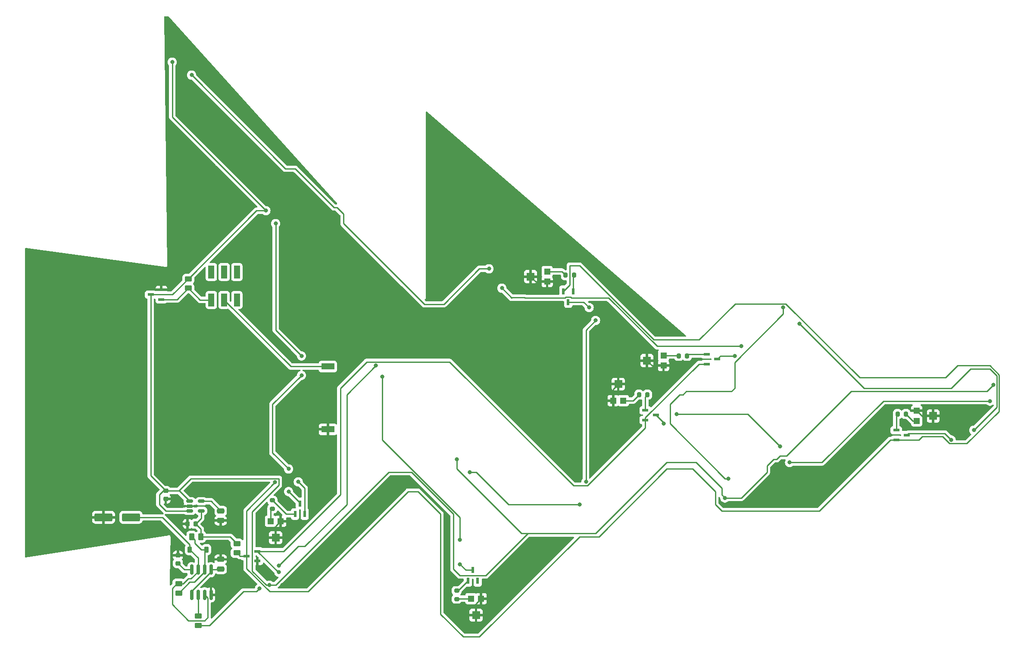
<source format=gbr>
%TF.GenerationSoftware,KiCad,Pcbnew,7.0.6-0*%
%TF.CreationDate,2023-08-22T23:51:49+02:00*%
%TF.ProjectId,tannenbaum,74616e6e-656e-4626-9175-6d2e6b696361,2.0*%
%TF.SameCoordinates,Original*%
%TF.FileFunction,Copper,L2,Bot*%
%TF.FilePolarity,Positive*%
%FSLAX46Y46*%
G04 Gerber Fmt 4.6, Leading zero omitted, Abs format (unit mm)*
G04 Created by KiCad (PCBNEW 7.0.6-0) date 2023-08-22 23:51:49*
%MOMM*%
%LPD*%
G01*
G04 APERTURE LIST*
G04 Aperture macros list*
%AMRoundRect*
0 Rectangle with rounded corners*
0 $1 Rounding radius*
0 $2 $3 $4 $5 $6 $7 $8 $9 X,Y pos of 4 corners*
0 Add a 4 corners polygon primitive as box body*
4,1,4,$2,$3,$4,$5,$6,$7,$8,$9,$2,$3,0*
0 Add four circle primitives for the rounded corners*
1,1,$1+$1,$2,$3*
1,1,$1+$1,$4,$5*
1,1,$1+$1,$6,$7*
1,1,$1+$1,$8,$9*
0 Add four rect primitives between the rounded corners*
20,1,$1+$1,$2,$3,$4,$5,0*
20,1,$1+$1,$4,$5,$6,$7,0*
20,1,$1+$1,$6,$7,$8,$9,0*
20,1,$1+$1,$8,$9,$2,$3,0*%
G04 Aperture macros list end*
%TA.AperFunction,SMDPad,CuDef*%
%ADD10RoundRect,0.150000X0.150000X-0.825000X0.150000X0.825000X-0.150000X0.825000X-0.150000X-0.825000X0*%
%TD*%
%TA.AperFunction,SMDPad,CuDef*%
%ADD11RoundRect,0.150000X-0.512500X-0.150000X0.512500X-0.150000X0.512500X0.150000X-0.512500X0.150000X0*%
%TD*%
%TA.AperFunction,SMDPad,CuDef*%
%ADD12RoundRect,0.250000X0.450000X-0.262500X0.450000X0.262500X-0.450000X0.262500X-0.450000X-0.262500X0*%
%TD*%
%TA.AperFunction,SMDPad,CuDef*%
%ADD13R,1.200000X1.200000*%
%TD*%
%TA.AperFunction,SMDPad,CuDef*%
%ADD14R,1.500000X1.600000*%
%TD*%
%TA.AperFunction,SMDPad,CuDef*%
%ADD15RoundRect,0.200000X-0.200000X-0.275000X0.200000X-0.275000X0.200000X0.275000X-0.200000X0.275000X0*%
%TD*%
%TA.AperFunction,SMDPad,CuDef*%
%ADD16RoundRect,0.200000X0.200000X0.275000X-0.200000X0.275000X-0.200000X-0.275000X0.200000X-0.275000X0*%
%TD*%
%TA.AperFunction,SMDPad,CuDef*%
%ADD17R,1.600000X1.500000*%
%TD*%
%TA.AperFunction,SMDPad,CuDef*%
%ADD18RoundRect,0.250000X-0.450000X0.262500X-0.450000X-0.262500X0.450000X-0.262500X0.450000X0.262500X0*%
%TD*%
%TA.AperFunction,SMDPad,CuDef*%
%ADD19R,1.300000X0.600000*%
%TD*%
%TA.AperFunction,SMDPad,CuDef*%
%ADD20RoundRect,0.200000X-0.275000X0.200000X-0.275000X-0.200000X0.275000X-0.200000X0.275000X0.200000X0*%
%TD*%
%TA.AperFunction,SMDPad,CuDef*%
%ADD21RoundRect,0.250000X-0.262500X-0.450000X0.262500X-0.450000X0.262500X0.450000X-0.262500X0.450000X0*%
%TD*%
%TA.AperFunction,SMDPad,CuDef*%
%ADD22RoundRect,0.225000X-0.225000X-0.375000X0.225000X-0.375000X0.225000X0.375000X-0.225000X0.375000X0*%
%TD*%
%TA.AperFunction,SMDPad,CuDef*%
%ADD23RoundRect,0.225000X0.225000X0.250000X-0.225000X0.250000X-0.225000X-0.250000X0.225000X-0.250000X0*%
%TD*%
%TA.AperFunction,SMDPad,CuDef*%
%ADD24RoundRect,0.250000X-0.475000X0.250000X-0.475000X-0.250000X0.475000X-0.250000X0.475000X0.250000X0*%
%TD*%
%TA.AperFunction,SMDPad,CuDef*%
%ADD25RoundRect,0.225000X0.250000X-0.225000X0.250000X0.225000X-0.250000X0.225000X-0.250000X-0.225000X0*%
%TD*%
%TA.AperFunction,SMDPad,CuDef*%
%ADD26RoundRect,0.225000X-0.250000X0.225000X-0.250000X-0.225000X0.250000X-0.225000X0.250000X0.225000X0*%
%TD*%
%TA.AperFunction,SMDPad,CuDef*%
%ADD27R,2.540000X1.270000*%
%TD*%
%TA.AperFunction,SMDPad,CuDef*%
%ADD28R,1.200000X2.500000*%
%TD*%
%TA.AperFunction,SMDPad,CuDef*%
%ADD29RoundRect,0.250000X1.500000X0.550000X-1.500000X0.550000X-1.500000X-0.550000X1.500000X-0.550000X0*%
%TD*%
%TA.AperFunction,SMDPad,CuDef*%
%ADD30R,0.600000X1.300000*%
%TD*%
%TA.AperFunction,ViaPad*%
%ADD31C,0.800000*%
%TD*%
%TA.AperFunction,Conductor*%
%ADD32C,0.250000*%
%TD*%
G04 APERTURE END LIST*
D10*
%TO.P,U1,1,GND*%
%TO.N,GND*%
X73025000Y-132080000D03*
%TO.P,U1,2,TR*%
%TO.N,/THR*%
X71755000Y-132080000D03*
%TO.P,U1,3,Q*%
%TO.N,Net-(U1-Q)*%
X70485000Y-132080000D03*
%TO.P,U1,4,R*%
%TO.N,/3V3*%
X69215000Y-132080000D03*
%TO.P,U1,5,CV*%
%TO.N,Net-(U1-CV)*%
X69215000Y-127130000D03*
%TO.P,U1,6,THR*%
%TO.N,/THR*%
X70485000Y-127130000D03*
%TO.P,U1,7,DIS*%
%TO.N,/DSC*%
X71755000Y-127130000D03*
%TO.P,U1,8,VCC*%
%TO.N,/3V3*%
X73025000Y-127130000D03*
%TD*%
D11*
%TO.P,U2,5,VOUT*%
%TO.N,/3V3*%
X71120000Y-115570000D03*
%TO.P,U2,4,BP*%
%TO.N,Net-(U2-BP)*%
X71120000Y-113670000D03*
%TO.P,U2,3,ON/~{OFF}*%
%TO.N,/9V*%
X68845000Y-113670000D03*
%TO.P,U2,2,GND*%
%TO.N,GND*%
X68845000Y-114620000D03*
%TO.P,U2,1,VIN*%
%TO.N,/9V*%
X68845000Y-115570000D03*
%TD*%
D12*
%TO.P,R17,2*%
%TO.N,/9V*%
X68580000Y-69930000D03*
%TO.P,R17,1*%
%TO.N,Net-(Q8-D)*%
X68580000Y-71755000D03*
%TD*%
D13*
%TO.P,R16,1*%
%TO.N,Net-(R15-Pad2)*%
X211665000Y-97885000D03*
D14*
%TO.P,R16,2*%
%TO.N,GND*%
X214915000Y-96885000D03*
D13*
%TO.P,R16,3,3*%
X211665000Y-95885000D03*
%TD*%
D15*
%TO.P,R15,1*%
%TO.N,Net-(Q7-E)*%
X207900000Y-96520000D03*
%TO.P,R15,2*%
%TO.N,Net-(R15-Pad2)*%
X209550000Y-96520000D03*
%TD*%
D13*
%TO.P,R14,3,3*%
%TO.N,GND*%
X139065000Y-70485000D03*
D14*
%TO.P,R14,2*%
X135815000Y-69485000D03*
D13*
%TO.P,R14,1*%
%TO.N,Net-(R13-Pad2)*%
X139065000Y-68485000D03*
%TD*%
D16*
%TO.P,R13,2*%
%TO.N,Net-(R13-Pad2)*%
X142685000Y-69215000D03*
%TO.P,R13,1*%
%TO.N,Net-(Q6-E)*%
X144335000Y-69215000D03*
%TD*%
D13*
%TO.P,R12,1*%
%TO.N,Net-(R11-Pad2)*%
X84725000Y-117580000D03*
D17*
%TO.P,R12,2*%
%TO.N,GND*%
X85725000Y-120830000D03*
D13*
%TO.P,R12,3,3*%
X86725000Y-117580000D03*
%TD*%
D18*
%TO.P,R10,2*%
%TO.N,/{slash}CMD*%
X78105000Y-123825000D03*
%TO.P,R10,1*%
%TO.N,/3V3*%
X78105000Y-122000000D03*
%TD*%
D13*
%TO.P,R9,3,3*%
%TO.N,GND*%
X152035000Y-93875000D03*
D17*
%TO.P,R9,2*%
X153035000Y-90625000D03*
D13*
%TO.P,R9,1*%
%TO.N,Net-(R8-Pad2)*%
X154035000Y-93875000D03*
%TD*%
D16*
%TO.P,R8,2*%
%TO.N,Net-(R8-Pad2)*%
X157100000Y-92710000D03*
%TO.P,R8,1*%
%TO.N,Net-(Q3-E)*%
X158750000Y-92710000D03*
%TD*%
D13*
%TO.P,R7,3,3*%
%TO.N,GND*%
X126095000Y-132820000D03*
D17*
%TO.P,R7,2*%
X125095000Y-136070000D03*
D13*
%TO.P,R7,1*%
%TO.N,Net-(R6-Pad2)*%
X124095000Y-132820000D03*
%TD*%
%TO.P,R5,3,3*%
%TO.N,GND*%
X161925000Y-86995000D03*
D14*
%TO.P,R5,2*%
X158675000Y-85995000D03*
D13*
%TO.P,R5,1*%
%TO.N,Net-(R4-Pad2)*%
X161925000Y-84995000D03*
%TD*%
D19*
%TO.P,Q8,1,G*%
%TO.N,GND*%
X63280000Y-72075000D03*
%TO.P,Q8,2,D*%
%TO.N,Net-(Q8-D)*%
X63280000Y-73975000D03*
%TO.P,Q8,3,S*%
%TO.N,/9V*%
X61180000Y-73025000D03*
%TD*%
%TO.P,Q7,1,B*%
%TO.N,/{slash}CMD*%
X207645000Y-101600000D03*
%TO.P,Q7,2,E*%
%TO.N,Net-(Q7-E)*%
X207645000Y-99700000D03*
%TO.P,Q7,3,C*%
%TO.N,/CB3*%
X209745000Y-100650000D03*
%TD*%
D20*
%TO.P,R11,1*%
%TO.N,Net-(Q5-E)*%
X85090000Y-113475000D03*
%TO.P,R11,2*%
%TO.N,Net-(R11-Pad2)*%
X85090000Y-115125000D03*
%TD*%
%TO.P,R6,2*%
%TO.N,Net-(R6-Pad2)*%
X121285000Y-132905000D03*
%TO.P,R6,1*%
%TO.N,Net-(Q2-E)*%
X121285000Y-131255000D03*
%TD*%
D12*
%TO.P,R3,2*%
%TO.N,/THR*%
X66675000Y-129897500D03*
%TO.P,R3,1*%
%TO.N,/DSC*%
X66675000Y-131722500D03*
%TD*%
D21*
%TO.P,R2,2*%
%TO.N,/3V3*%
X71040000Y-120650000D03*
%TO.P,R2,1*%
%TO.N,/DSC*%
X69215000Y-120650000D03*
%TD*%
D12*
%TO.P,R1,2*%
%TO.N,Net-(U1-Q)*%
X70485000Y-136247500D03*
%TO.P,R1,1*%
%TO.N,/CMD*%
X70485000Y-138072500D03*
%TD*%
D22*
%TO.P,D1,2,A*%
%TO.N,/DSC*%
X72135000Y-123190000D03*
%TO.P,D1,1,K*%
%TO.N,/THR*%
X68835000Y-123190000D03*
%TD*%
D23*
%TO.P,C6,2*%
%TO.N,GND*%
X68440000Y-118110000D03*
%TO.P,C6,1*%
%TO.N,/3V3*%
X69990000Y-118110000D03*
%TD*%
D24*
%TO.P,C5,2*%
%TO.N,GND*%
X74930000Y-117470000D03*
%TO.P,C5,1*%
%TO.N,Net-(U2-BP)*%
X74930000Y-115570000D03*
%TD*%
%TO.P,C2,2*%
%TO.N,/3V3*%
X74930000Y-127000000D03*
%TO.P,C2,1*%
%TO.N,GND*%
X74930000Y-125100000D03*
%TD*%
D25*
%TO.P,C1,2*%
%TO.N,GND*%
X66535000Y-124320000D03*
%TO.P,C1,1*%
%TO.N,Net-(U1-CV)*%
X66535000Y-125870000D03*
%TD*%
D26*
%TO.P,C4,1*%
%TO.N,/9V*%
X64135000Y-111620000D03*
%TO.P,C4,2*%
%TO.N,GND*%
X64135000Y-113170000D03*
%TD*%
D27*
%TO.P,BT1,-*%
%TO.N,GND*%
X95982500Y-99520000D03*
%TO.P,BT1,+*%
%TO.N,/PSU/VBat*%
X95982500Y-87170000D03*
%TD*%
D28*
%TO.P,SW1,6*%
%TO.N,N/C*%
X73105000Y-68580000D03*
%TO.P,SW1,5*%
X75605000Y-68580000D03*
%TO.P,SW1,4*%
X78105000Y-68580000D03*
%TO.P,SW1,3,C*%
%TO.N,Net-(Q8-D)*%
X73105000Y-74080000D03*
%TO.P,SW1,2,B*%
%TO.N,/PSU/VBat*%
X75605000Y-74080000D03*
%TO.P,SW1,1,A*%
%TO.N,unconnected-(SW1-A-Pad1)*%
X78105000Y-74080000D03*
%TD*%
D19*
%TO.P,Q4,3,D*%
%TO.N,/{slash}CMD*%
X80010000Y-124460000D03*
%TO.P,Q4,2,S*%
%TO.N,GND*%
X82110000Y-125410000D03*
%TO.P,Q4,1,G*%
%TO.N,/CMD*%
X82110000Y-123510000D03*
%TD*%
D16*
%TO.P,R4,2*%
%TO.N,Net-(R4-Pad2)*%
X164910000Y-85090000D03*
%TO.P,R4,1*%
%TO.N,Net-(Q1-E)*%
X166560000Y-85090000D03*
%TD*%
D29*
%TO.P,C3,2*%
%TO.N,GND*%
X51910000Y-116840000D03*
%TO.P,C3,1*%
%TO.N,/THR*%
X57310000Y-116840000D03*
%TD*%
D30*
%TO.P,Q5,1,B*%
%TO.N,/{slash}CMD*%
X91440000Y-116205000D03*
%TO.P,Q5,2,E*%
%TO.N,Net-(Q5-E)*%
X89540000Y-116205000D03*
%TO.P,Q5,3,C*%
%TO.N,/CB1*%
X90490000Y-114105000D03*
%TD*%
D19*
%TO.P,Q3,3,C*%
%TO.N,/CCV3*%
X160435000Y-96740000D03*
%TO.P,Q3,2,E*%
%TO.N,Net-(Q3-E)*%
X158335000Y-95790000D03*
%TO.P,Q3,1,B*%
%TO.N,/CMD*%
X158335000Y-97690000D03*
%TD*%
%TO.P,Q1,3,C*%
%TO.N,/CCV1*%
X172500000Y-85725000D03*
%TO.P,Q1,2,E*%
%TO.N,Net-(Q1-E)*%
X170400000Y-84775000D03*
%TO.P,Q1,1,B*%
%TO.N,/CMD*%
X170400000Y-86675000D03*
%TD*%
D30*
%TO.P,Q2,3,C*%
%TO.N,/CCV2*%
X124460000Y-127220000D03*
%TO.P,Q2,2,E*%
%TO.N,Net-(Q2-E)*%
X123510000Y-129320000D03*
%TO.P,Q2,1,B*%
%TO.N,/CMD*%
X125410000Y-129320000D03*
%TD*%
%TO.P,Q6,3,C*%
%TO.N,/CB2*%
X143195000Y-74490000D03*
%TO.P,Q6,2,E*%
%TO.N,Net-(Q6-E)*%
X144145000Y-72390000D03*
%TO.P,Q6,1,B*%
%TO.N,/{slash}CMD*%
X142245000Y-72390000D03*
%TD*%
D31*
%TO.N,GND*%
X86995000Y-130175000D03*
X119380000Y-123825000D03*
X220345000Y-98425000D03*
X174625000Y-114300000D03*
%TO.N,/{slash}CMD*%
X90170000Y-109855000D03*
X85635500Y-109944500D03*
%TO.N,/V2 1-2*%
X86360000Y-126365000D03*
%TO.N,/9V*%
X173990000Y-113030000D03*
X84455000Y-130175000D03*
%TO.N,/CMD*%
X86360000Y-127635000D03*
X82550000Y-130810000D03*
%TO.N,/CB2*%
X147320000Y-75565000D03*
%TO.N,/CCV3*%
X161925000Y-98425000D03*
%TO.N,/CB3*%
X218440000Y-101600000D03*
%TO.N,/CCV1*%
X175895000Y-85090000D03*
%TO.N,/B3 1-2*%
X185420000Y-75565000D03*
X174625000Y-109220000D03*
%TO.N,/V3 2-3*%
X164465000Y-96520000D03*
X184785000Y-102870000D03*
%TO.N,/V3 1-2*%
X186690000Y-106045000D03*
X226060000Y-93980000D03*
%TO.N,/B3 2-3*%
X188595000Y-78740000D03*
X222885000Y-99695000D03*
%TO.N,/V1 2-3*%
X177165000Y-83185000D03*
X130175000Y-71755000D03*
%TO.N,/V1 1-2*%
X69215000Y-29845000D03*
X127635000Y-67945000D03*
%TO.N,/CB1*%
X88265000Y-111760000D03*
%TO.N,/B1 2-3*%
X88265000Y-107315000D03*
X90805000Y-88900000D03*
%TO.N,/B1 1-2*%
X90805000Y-85090000D03*
X85725000Y-59055000D03*
%TO.N,/V2 2-3*%
X121920000Y-121285000D03*
%TO.N,/B2 2-3*%
X148590000Y-78105000D03*
X146685000Y-109855000D03*
%TO.N,/B2 1-2*%
X145415000Y-114300000D03*
X123825000Y-107950000D03*
%TO.N,/CCV2*%
X121920000Y-126062500D03*
%TO.N,/V2 1-2*%
X105410000Y-86995000D03*
%TO.N,/V2 2-3*%
X106680000Y-89202500D03*
%TO.N,/9V*%
X65405000Y-27305000D03*
X83820000Y-56515000D03*
X226695000Y-90805000D03*
X121285000Y-105410000D03*
%TD*%
D32*
%TO.N,/THR*%
X68835000Y-123190000D02*
X68835000Y-122175000D01*
X63500000Y-116840000D02*
X57310000Y-116840000D01*
X68835000Y-122175000D02*
X63500000Y-116840000D01*
%TO.N,/9V*%
X68845000Y-115570000D02*
X64135000Y-115570000D01*
X64135000Y-115570000D02*
X62865000Y-114300000D01*
X62865000Y-114300000D02*
X62865000Y-112395000D01*
X63640000Y-111620000D02*
X64135000Y-111620000D01*
X62865000Y-112395000D02*
X63640000Y-111620000D01*
%TO.N,/{slash}CMD*%
X221525000Y-102325000D02*
X227870000Y-95980000D01*
X212725000Y-100965000D02*
X216779695Y-100965000D01*
X143510000Y-67310000D02*
X143510000Y-71125000D01*
X218139695Y-102325000D02*
X221525000Y-102325000D01*
X185965000Y-74840000D02*
X175985000Y-74840000D01*
X216779695Y-100965000D02*
X218139695Y-102325000D01*
X200477050Y-89352050D02*
X185965000Y-74840000D01*
X227870000Y-88803604D02*
X226061396Y-86995000D01*
X207645000Y-101600000D02*
X212090000Y-101600000D01*
X226061396Y-86995000D02*
X219710000Y-86995000D01*
X219710000Y-86995000D02*
X217352950Y-89352050D01*
X227870000Y-95980000D02*
X227870000Y-88803604D01*
X212090000Y-101600000D02*
X212725000Y-100965000D01*
X217352950Y-89352050D02*
X200477050Y-89352050D01*
X175985000Y-74840000D02*
X168910000Y-81915000D01*
X145416396Y-67310000D02*
X143510000Y-67310000D01*
X168910000Y-81915000D02*
X160021396Y-81915000D01*
X160021396Y-81915000D02*
X145416396Y-67310000D01*
X143510000Y-71125000D02*
X142245000Y-72390000D01*
%TO.N,/CB3*%
X218440000Y-101600000D02*
X217170000Y-100330000D01*
X217170000Y-100330000D02*
X210065000Y-100330000D01*
X210065000Y-100330000D02*
X209745000Y-100650000D01*
%TO.N,/{slash}CMD*%
X80010000Y-124460000D02*
X80010000Y-126911896D01*
X92075000Y-131445000D02*
X111760000Y-111760000D01*
X118110000Y-135890000D02*
X122555000Y-140335000D01*
X111760000Y-111760000D02*
X113665000Y-111760000D01*
X84543104Y-131445000D02*
X92075000Y-131445000D01*
X173355000Y-115570000D02*
X192527276Y-115570000D01*
X122555000Y-140335000D02*
X125730000Y-140335000D01*
X80010000Y-126911896D02*
X84543104Y-131445000D01*
X192527276Y-115570000D02*
X206497276Y-101600000D01*
X125730000Y-140335000D02*
X145415000Y-120650000D01*
X118110000Y-116205000D02*
X118110000Y-135890000D01*
X113665000Y-111760000D02*
X118110000Y-116205000D01*
X145415000Y-120650000D02*
X149225000Y-120650000D01*
X149225000Y-120650000D02*
X162560000Y-107315000D01*
X162560000Y-107315000D02*
X167640000Y-107315000D01*
X167640000Y-107315000D02*
X172085000Y-111760000D01*
X172085000Y-111760000D02*
X172085000Y-114300000D01*
X172085000Y-114300000D02*
X173355000Y-115570000D01*
X206497276Y-101600000D02*
X207645000Y-101600000D01*
X85635500Y-109944500D02*
X80010000Y-115570000D01*
X80010000Y-115570000D02*
X80010000Y-124460000D01*
X91440000Y-111125000D02*
X91440000Y-116205000D01*
X90170000Y-109855000D02*
X91440000Y-111125000D01*
%TO.N,/9V*%
X66675000Y-111620000D02*
X69075000Y-109220000D01*
X83909500Y-130175000D02*
X84455000Y-130175000D01*
X69075000Y-109220000D02*
X86360000Y-109220000D01*
X86360000Y-109220000D02*
X86360000Y-110490000D01*
X86360000Y-110490000D02*
X81135000Y-115715000D01*
X81135000Y-115715000D02*
X81135000Y-127400500D01*
X81135000Y-127400500D02*
X83909500Y-130175000D01*
%TO.N,/CMD*%
X82110000Y-123510000D02*
X87310000Y-123510000D01*
X87310000Y-123510000D02*
X98425000Y-112395000D01*
X98425000Y-91440000D02*
X103595000Y-86270000D01*
X103595000Y-86270000D02*
X119925000Y-86270000D01*
X98425000Y-112395000D02*
X98425000Y-91440000D01*
X119925000Y-86270000D02*
X144235000Y-110580000D01*
X144235000Y-110580000D02*
X146985305Y-110580000D01*
X146985305Y-110580000D02*
X158335000Y-99230305D01*
X158335000Y-99230305D02*
X158335000Y-97690000D01*
%TO.N,/V2 1-2*%
X90170000Y-122555000D02*
X86360000Y-126365000D01*
X91440000Y-122555000D02*
X90170000Y-122555000D01*
%TO.N,/9V*%
X135255000Y-120015000D02*
X127000000Y-128270000D01*
X107948604Y-107951396D02*
X85725000Y-130175000D01*
X127000000Y-128270000D02*
X121920000Y-128270000D01*
X121920000Y-128270000D02*
X120650000Y-127000000D01*
X120650000Y-116206396D02*
X112395000Y-107951396D01*
X120650000Y-127000000D02*
X120650000Y-116206396D01*
X112395000Y-107951396D02*
X107948604Y-107951396D01*
X85725000Y-130175000D02*
X84455000Y-130175000D01*
%TO.N,/B3 2-3*%
X188595000Y-78740000D02*
X201295000Y-91440000D01*
X201295000Y-91440000D02*
X218440000Y-91440000D01*
X226060000Y-87630000D02*
X227420000Y-88990000D01*
X218440000Y-91440000D02*
X222250000Y-87630000D01*
X222250000Y-87630000D02*
X226060000Y-87630000D01*
X227420000Y-88990000D02*
X227420000Y-95160000D01*
X227420000Y-95160000D02*
X222885000Y-99695000D01*
%TO.N,/9V*%
X182245000Y-107950000D02*
X182245000Y-106680000D01*
X186055000Y-104775000D02*
X198755000Y-92075000D01*
X182245000Y-106680000D02*
X183515000Y-105410000D01*
X177165000Y-113030000D02*
X182245000Y-107950000D01*
X183515000Y-105410000D02*
X184150000Y-105410000D01*
X173990000Y-113030000D02*
X177165000Y-113030000D01*
X184785000Y-104775000D02*
X186055000Y-104775000D01*
X184150000Y-105410000D02*
X184785000Y-104775000D01*
X198755000Y-92075000D02*
X225425000Y-92075000D01*
X225425000Y-92075000D02*
X226695000Y-90805000D01*
X173355000Y-112395000D02*
X173990000Y-113030000D01*
X173355000Y-111125000D02*
X173355000Y-112395000D01*
%TO.N,/CMD*%
X82550000Y-130810000D02*
X81915000Y-131445000D01*
X79375000Y-131445000D02*
X72747500Y-138072500D01*
X72747500Y-138072500D02*
X70485000Y-138072500D01*
X81915000Y-131445000D02*
X79375000Y-131445000D01*
%TO.N,/3V3*%
X78105000Y-122000000D02*
X76755000Y-120650000D01*
X76755000Y-120650000D02*
X71040000Y-120650000D01*
%TO.N,/{slash}CMD*%
X80010000Y-124460000D02*
X78740000Y-124460000D01*
X78740000Y-124460000D02*
X78105000Y-123825000D01*
%TO.N,/CMD*%
X86360000Y-127635000D02*
X86235000Y-127635000D01*
X86235000Y-127635000D02*
X82110000Y-123510000D01*
%TO.N,/V2 1-2*%
X99695000Y-92710000D02*
X105410000Y-86995000D01*
X99695000Y-114300000D02*
X99695000Y-92710000D01*
X91440000Y-122555000D02*
X99695000Y-114300000D01*
%TO.N,/THR*%
X65405000Y-133985000D02*
X68580000Y-137160000D01*
X65405000Y-130810000D02*
X65405000Y-133985000D01*
X66675000Y-129897500D02*
X66317500Y-129897500D01*
X66317500Y-129897500D02*
X65405000Y-130810000D01*
X71755000Y-137160000D02*
X72390000Y-136525000D01*
X68580000Y-137160000D02*
X71755000Y-137160000D01*
X72390000Y-136525000D02*
X72390000Y-132715000D01*
X71755000Y-132080000D02*
X72390000Y-132715000D01*
%TO.N,/3V3*%
X73025000Y-127130000D02*
X73025000Y-127506751D01*
X69215000Y-131316751D02*
X69215000Y-132080000D01*
X73025000Y-127506751D02*
X69215000Y-131316751D01*
%TO.N,/DSC*%
X69850000Y-121285000D02*
X69850000Y-121920000D01*
X69215000Y-120650000D02*
X69850000Y-121285000D01*
X69850000Y-121920000D02*
X71120000Y-123190000D01*
X71120000Y-123190000D02*
X72135000Y-123190000D01*
%TO.N,/3V3*%
X71040000Y-120650000D02*
X71040000Y-119160000D01*
X71040000Y-119160000D02*
X69990000Y-118110000D01*
X71120000Y-115570000D02*
X71120000Y-116980000D01*
X71120000Y-116980000D02*
X69990000Y-118110000D01*
%TO.N,/DSC*%
X66675000Y-131722500D02*
X68857500Y-129540000D01*
X68857500Y-129540000D02*
X69721751Y-129540000D01*
X69721751Y-129540000D02*
X71755000Y-127506751D01*
X71755000Y-127506751D02*
X71755000Y-127130000D01*
%TO.N,/THR*%
X67587500Y-129897500D02*
X68580000Y-128905000D01*
X66675000Y-129897500D02*
X67587500Y-129897500D01*
X68580000Y-128905000D02*
X69086751Y-128905000D01*
X69086751Y-128905000D02*
X70485000Y-127506751D01*
X70485000Y-127506751D02*
X70485000Y-127130000D01*
%TO.N,Net-(U1-Q)*%
X70485000Y-136167500D02*
X70485000Y-132080000D01*
%TO.N,/3V3*%
X73025000Y-127130000D02*
X74165000Y-127130000D01*
%TO.N,Net-(U1-CV)*%
X69215000Y-127130000D02*
X67795000Y-127130000D01*
X67795000Y-127130000D02*
X66535000Y-125870000D01*
%TO.N,Net-(U2-BP)*%
X74930000Y-115570000D02*
X73030000Y-113670000D01*
X73030000Y-113670000D02*
X71120000Y-113670000D01*
%TO.N,Net-(Q7-E)*%
X207900000Y-96520000D02*
X207645000Y-96775000D01*
X207645000Y-96775000D02*
X207645000Y-99700000D01*
%TO.N,Net-(R15-Pad2)*%
X211665000Y-97885000D02*
X210915000Y-97885000D01*
X210915000Y-97885000D02*
X209550000Y-96520000D01*
%TO.N,GND*%
X214915000Y-96885000D02*
X212665000Y-96885000D01*
X212665000Y-96885000D02*
X211665000Y-95885000D01*
%TO.N,/THR*%
X70485000Y-127130000D02*
X70485000Y-124840000D01*
X70485000Y-124840000D02*
X68835000Y-123190000D01*
%TO.N,/DSC*%
X71755000Y-127130000D02*
X71755000Y-123570000D01*
X71755000Y-123570000D02*
X72135000Y-123190000D01*
%TO.N,Net-(Q6-E)*%
X144335000Y-69215000D02*
X144145000Y-69405000D01*
X144145000Y-69405000D02*
X144145000Y-72390000D01*
%TO.N,Net-(R13-Pad2)*%
X139065000Y-68485000D02*
X141955000Y-68485000D01*
X141955000Y-68485000D02*
X142685000Y-69215000D01*
%TO.N,GND*%
X139065000Y-70485000D02*
X136815000Y-70485000D01*
X136815000Y-70485000D02*
X135815000Y-69485000D01*
%TO.N,/CB2*%
X147320000Y-75565000D02*
X146245000Y-74490000D01*
X146245000Y-74490000D02*
X143195000Y-74490000D01*
%TO.N,/V1 2-3*%
X132145000Y-73595000D02*
X134650000Y-73595000D01*
X132080000Y-73660000D02*
X132145000Y-73595000D01*
X130175000Y-71755000D02*
X132080000Y-73660000D01*
X134650000Y-73595000D02*
X134715000Y-73660000D01*
X143675000Y-73515000D02*
X143820000Y-73660000D01*
X134715000Y-73660000D02*
X142570000Y-73660000D01*
X142570000Y-73660000D02*
X142715000Y-73515000D01*
X142715000Y-73515000D02*
X143675000Y-73515000D01*
X143820000Y-73660000D02*
X151130000Y-73660000D01*
X151130000Y-73660000D02*
X160655000Y-83185000D01*
X160655000Y-83185000D02*
X177165000Y-83185000D01*
%TO.N,GND*%
X85725000Y-120830000D02*
X85725000Y-118580000D01*
X85725000Y-118580000D02*
X86725000Y-117580000D01*
%TO.N,Net-(R11-Pad2)*%
X85090000Y-115125000D02*
X84725000Y-115490000D01*
X84725000Y-115490000D02*
X84725000Y-117580000D01*
%TO.N,Net-(Q5-E)*%
X89540000Y-116205000D02*
X87820000Y-116205000D01*
X87820000Y-116205000D02*
X85090000Y-113475000D01*
%TO.N,GND*%
X152035000Y-93875000D02*
X152035000Y-91625000D01*
X152035000Y-91625000D02*
X153035000Y-90625000D01*
%TO.N,Net-(R8-Pad2)*%
X157100000Y-92710000D02*
X155935000Y-93875000D01*
X155935000Y-93875000D02*
X154035000Y-93875000D01*
%TO.N,Net-(Q3-E)*%
X158750000Y-92710000D02*
X158335000Y-93125000D01*
X158335000Y-93125000D02*
X158335000Y-95790000D01*
%TO.N,Net-(R4-Pad2)*%
X161925000Y-84995000D02*
X164815000Y-84995000D01*
X164815000Y-84995000D02*
X164910000Y-85090000D01*
%TO.N,GND*%
X161925000Y-86995000D02*
X159675000Y-86995000D01*
X159675000Y-86995000D02*
X158675000Y-85995000D01*
%TO.N,Net-(Q1-E)*%
X170400000Y-84775000D02*
X166875000Y-84775000D01*
X166875000Y-84775000D02*
X166560000Y-85090000D01*
%TO.N,/CMD*%
X158335000Y-97690000D02*
X158335000Y-97240000D01*
X158335000Y-97240000D02*
X168900000Y-86675000D01*
X168900000Y-86675000D02*
X170400000Y-86675000D01*
%TO.N,/CCV1*%
X175895000Y-85090000D02*
X173135000Y-85090000D01*
X173135000Y-85090000D02*
X172500000Y-85725000D01*
%TO.N,/B3 1-2*%
X173990000Y-109220000D02*
X163195000Y-98425000D01*
X175895000Y-86360000D02*
X185420000Y-76835000D01*
X163195000Y-98425000D02*
X163195000Y-94615000D01*
X163195000Y-94615000D02*
X165100000Y-92710000D01*
X165100000Y-92710000D02*
X165735000Y-92710000D01*
X174625000Y-109220000D02*
X173990000Y-109220000D01*
X165735000Y-92710000D02*
X166370000Y-92075000D01*
X166370000Y-92075000D02*
X175260000Y-92075000D01*
X175260000Y-92075000D02*
X175895000Y-91440000D01*
X175895000Y-91440000D02*
X175895000Y-86360000D01*
X185420000Y-76835000D02*
X185420000Y-75565000D01*
%TO.N,/CCV3*%
X161925000Y-98425000D02*
X161925000Y-98230000D01*
X161925000Y-98230000D02*
X160435000Y-96740000D01*
%TO.N,/V3 2-3*%
X178435000Y-96520000D02*
X164465000Y-96520000D01*
X184785000Y-102870000D02*
X178435000Y-96520000D01*
%TO.N,/V3 1-2*%
X193040000Y-106045000D02*
X205105000Y-93980000D01*
X205105000Y-93980000D02*
X226060000Y-93980000D01*
X186690000Y-106045000D02*
X193040000Y-106045000D01*
%TO.N,/9V*%
X148590000Y-120015000D02*
X162560000Y-106045000D01*
X135255000Y-120015000D02*
X148590000Y-120015000D01*
X162560000Y-106045000D02*
X168275000Y-106045000D01*
X168275000Y-106045000D02*
X173355000Y-111125000D01*
%TO.N,/V1 1-2*%
X69215000Y-29845000D02*
X87630000Y-48260000D01*
X87630000Y-48260000D02*
X89535000Y-48260000D01*
X89535000Y-48260000D02*
X97155000Y-55880000D01*
X99060000Y-57150000D02*
X99060000Y-59055000D01*
X97155000Y-55880000D02*
X97790000Y-55880000D01*
X97790000Y-55880000D02*
X99060000Y-57150000D01*
X99060000Y-59055000D02*
X114935000Y-74930000D01*
X114935000Y-74930000D02*
X118745000Y-74930000D01*
X118745000Y-74930000D02*
X125730000Y-67945000D01*
X125730000Y-67945000D02*
X127635000Y-67945000D01*
%TO.N,/B1 2-3*%
X85090000Y-104140000D02*
X85090000Y-94615000D01*
X88265000Y-107315000D02*
X85090000Y-104140000D01*
X85090000Y-94615000D02*
X90805000Y-88900000D01*
%TO.N,/CB1*%
X90490000Y-114105000D02*
X90490000Y-113985000D01*
X90490000Y-113985000D02*
X88265000Y-111760000D01*
%TO.N,/B1 1-2*%
X85725000Y-80010000D02*
X90805000Y-85090000D01*
X85725000Y-59055000D02*
X85725000Y-80010000D01*
%TO.N,/9V*%
X66675000Y-111620000D02*
X66795000Y-111620000D01*
X64135000Y-111620000D02*
X66675000Y-111620000D01*
%TO.N,Net-(Q2-E)*%
X121285000Y-131255000D02*
X121575000Y-131255000D01*
X121575000Y-131255000D02*
X123510000Y-129320000D01*
%TO.N,Net-(R6-Pad2)*%
X124095000Y-132820000D02*
X121370000Y-132820000D01*
X121370000Y-132820000D02*
X121285000Y-132905000D01*
%TO.N,GND*%
X125095000Y-136070000D02*
X125095000Y-133820000D01*
X125095000Y-133820000D02*
X126095000Y-132820000D01*
%TO.N,/CCV2*%
X121920000Y-126062500D02*
X123077500Y-127220000D01*
X123077500Y-127220000D02*
X124460000Y-127220000D01*
%TO.N,/V2 2-3*%
X121920000Y-121285000D02*
X121920000Y-116840000D01*
X121920000Y-116840000D02*
X106680000Y-101600000D01*
X106680000Y-101600000D02*
X106680000Y-89202500D01*
%TO.N,/9V*%
X135255000Y-120015000D02*
X133985000Y-120015000D01*
X133985000Y-120015000D02*
X121285000Y-107315000D01*
X121285000Y-107315000D02*
X121285000Y-105410000D01*
%TO.N,/B2 2-3*%
X146685000Y-80010000D02*
X148590000Y-78105000D01*
X146685000Y-109855000D02*
X146685000Y-80010000D01*
%TO.N,/B2 1-2*%
X145415000Y-114300000D02*
X131445000Y-114300000D01*
X131445000Y-114300000D02*
X125095000Y-107950000D01*
X125095000Y-107950000D02*
X123825000Y-107950000D01*
%TO.N,/9V*%
X65405000Y-38100000D02*
X65405000Y-27305000D01*
X83820000Y-56515000D02*
X65405000Y-38100000D01*
X81995000Y-56515000D02*
X83820000Y-56515000D01*
X68580000Y-69930000D02*
X81995000Y-56515000D01*
X66795000Y-111620000D02*
X68845000Y-113670000D01*
X61180000Y-73025000D02*
X61180000Y-108665000D01*
X61180000Y-108665000D02*
X64135000Y-111620000D01*
X61180000Y-73025000D02*
X65485000Y-73025000D01*
X65485000Y-73025000D02*
X68580000Y-69930000D01*
%TO.N,Net-(Q8-D)*%
X68580000Y-71755000D02*
X66360000Y-73975000D01*
X66360000Y-73975000D02*
X63280000Y-73975000D01*
X73105000Y-74080000D02*
X70905000Y-74080000D01*
X70905000Y-74080000D02*
X68580000Y-71755000D01*
%TO.N,/PSU/VBat*%
X95982500Y-87170000D02*
X88695000Y-87170000D01*
X88695000Y-87170000D02*
X75605000Y-74080000D01*
%TD*%
%TA.AperFunction,Conductor*%
%TO.N,GND*%
G36*
X64604813Y-18271960D02*
G01*
X63949569Y-18263604D01*
X63949575Y-18263603D01*
X64604813Y-18271960D01*
G37*
%TD.AperFunction*%
%TD*%
%TA.AperFunction,Conductor*%
%TO.N,GND*%
G36*
X112151587Y-108596581D02*
G01*
X112172229Y-108613215D01*
X119988181Y-116429167D01*
X120021666Y-116490490D01*
X120024500Y-116516848D01*
X120024500Y-126917255D01*
X120022775Y-126932872D01*
X120023061Y-126932899D01*
X120022326Y-126940665D01*
X120024500Y-127009814D01*
X120024500Y-127039343D01*
X120024501Y-127039360D01*
X120025368Y-127046231D01*
X120025826Y-127052050D01*
X120027290Y-127098624D01*
X120027291Y-127098627D01*
X120032880Y-127117867D01*
X120036824Y-127136911D01*
X120039336Y-127156792D01*
X120051663Y-127187928D01*
X120056490Y-127200119D01*
X120058382Y-127205647D01*
X120071382Y-127250390D01*
X120081040Y-127266722D01*
X120081580Y-127267634D01*
X120090136Y-127285100D01*
X120095371Y-127298320D01*
X120097514Y-127303732D01*
X120124898Y-127341423D01*
X120128106Y-127346307D01*
X120151827Y-127386416D01*
X120151833Y-127386424D01*
X120165990Y-127400580D01*
X120178628Y-127415376D01*
X120190405Y-127431586D01*
X120190406Y-127431587D01*
X120226309Y-127461288D01*
X120230620Y-127465210D01*
X121122271Y-128356862D01*
X121419197Y-128653788D01*
X121429022Y-128666051D01*
X121429243Y-128665869D01*
X121434214Y-128671878D01*
X121453189Y-128689696D01*
X121484635Y-128719226D01*
X121505529Y-128740120D01*
X121511011Y-128744373D01*
X121515443Y-128748157D01*
X121549418Y-128780062D01*
X121566976Y-128789714D01*
X121583235Y-128800395D01*
X121599064Y-128812673D01*
X121641838Y-128831182D01*
X121647056Y-128833738D01*
X121687908Y-128856197D01*
X121707316Y-128861180D01*
X121725717Y-128867480D01*
X121744104Y-128875437D01*
X121787488Y-128882308D01*
X121790119Y-128882725D01*
X121795839Y-128883909D01*
X121840981Y-128895500D01*
X121861016Y-128895500D01*
X121880414Y-128897026D01*
X121900194Y-128900159D01*
X121900195Y-128900160D01*
X121900195Y-128900159D01*
X121900196Y-128900160D01*
X121946583Y-128895775D01*
X121952422Y-128895500D01*
X122585500Y-128895500D01*
X122652539Y-128915185D01*
X122698294Y-128967989D01*
X122709500Y-129019501D01*
X122709499Y-129184547D01*
X122689814Y-129251586D01*
X122673180Y-129272227D01*
X121627228Y-130318181D01*
X121565905Y-130351666D01*
X121539547Y-130354500D01*
X120953384Y-130354500D01*
X120934144Y-130356248D01*
X120882807Y-130360913D01*
X120720393Y-130411522D01*
X120574811Y-130499530D01*
X120454530Y-130619811D01*
X120366522Y-130765393D01*
X120315913Y-130927807D01*
X120309499Y-130998386D01*
X120309499Y-131511613D01*
X120315913Y-131582192D01*
X120315913Y-131582194D01*
X120315914Y-131582196D01*
X120366522Y-131744606D01*
X120438919Y-131864365D01*
X120454529Y-131890186D01*
X120556661Y-131992319D01*
X120590145Y-132053642D01*
X120585161Y-132123334D01*
X120556661Y-132167681D01*
X120454529Y-132269813D01*
X120366522Y-132415393D01*
X120315913Y-132577807D01*
X120309499Y-132648386D01*
X120309499Y-133161613D01*
X120315913Y-133232192D01*
X120315913Y-133232194D01*
X120315914Y-133232196D01*
X120366522Y-133394606D01*
X120446849Y-133527483D01*
X120454530Y-133540188D01*
X120574811Y-133660469D01*
X120574813Y-133660470D01*
X120574815Y-133660472D01*
X120720394Y-133748478D01*
X120882804Y-133799086D01*
X120953384Y-133805500D01*
X120953387Y-133805500D01*
X121616613Y-133805500D01*
X121616616Y-133805500D01*
X121687196Y-133799086D01*
X121849606Y-133748478D01*
X121995185Y-133660472D01*
X122115472Y-133540185D01*
X122135687Y-133506746D01*
X122136531Y-133505350D01*
X122188059Y-133458162D01*
X122242648Y-133445500D01*
X122884236Y-133445500D01*
X122951275Y-133465185D01*
X122997030Y-133517989D01*
X123000418Y-133526167D01*
X123051202Y-133662328D01*
X123051206Y-133662335D01*
X123137452Y-133777544D01*
X123137455Y-133777547D01*
X123252664Y-133863793D01*
X123252671Y-133863797D01*
X123387517Y-133914091D01*
X123387516Y-133914091D01*
X123394444Y-133914835D01*
X123447127Y-133920500D01*
X124742872Y-133920499D01*
X124802483Y-133914091D01*
X124937331Y-133863796D01*
X125021105Y-133801082D01*
X125086569Y-133776665D01*
X125154842Y-133791516D01*
X125169727Y-133801082D01*
X125252910Y-133863352D01*
X125252913Y-133863354D01*
X125387620Y-133913596D01*
X125387627Y-133913598D01*
X125447155Y-133919999D01*
X125447172Y-133920000D01*
X125845000Y-133920000D01*
X125844999Y-133919999D01*
X125844999Y-133070000D01*
X126345000Y-133070000D01*
X126345000Y-133920000D01*
X126742828Y-133920000D01*
X126742844Y-133919999D01*
X126802372Y-133913598D01*
X126802379Y-133913596D01*
X126937086Y-133863354D01*
X126937093Y-133863350D01*
X127052187Y-133777190D01*
X127052190Y-133777187D01*
X127138350Y-133662093D01*
X127138354Y-133662086D01*
X127188596Y-133527379D01*
X127188598Y-133527372D01*
X127194999Y-133467844D01*
X127195000Y-133467827D01*
X127195000Y-133070000D01*
X126345000Y-133070000D01*
X125844999Y-133070000D01*
X125845000Y-131720000D01*
X126345000Y-131720000D01*
X126345000Y-132570000D01*
X127195000Y-132570000D01*
X127195000Y-132172172D01*
X127194999Y-132172155D01*
X127188598Y-132112627D01*
X127188596Y-132112620D01*
X127138354Y-131977913D01*
X127138350Y-131977906D01*
X127052190Y-131862812D01*
X127052187Y-131862809D01*
X126937093Y-131776649D01*
X126937086Y-131776645D01*
X126802379Y-131726403D01*
X126802372Y-131726401D01*
X126742844Y-131720000D01*
X126345000Y-131720000D01*
X125845000Y-131720000D01*
X125447155Y-131720000D01*
X125387627Y-131726401D01*
X125387620Y-131726403D01*
X125252913Y-131776645D01*
X125252910Y-131776647D01*
X125169727Y-131838918D01*
X125104262Y-131863335D01*
X125035989Y-131848483D01*
X125021106Y-131838918D01*
X124937331Y-131776204D01*
X124937328Y-131776202D01*
X124802482Y-131725908D01*
X124802483Y-131725908D01*
X124742883Y-131719501D01*
X124742881Y-131719500D01*
X124742873Y-131719500D01*
X124742864Y-131719500D01*
X123447129Y-131719500D01*
X123447123Y-131719501D01*
X123387516Y-131725908D01*
X123252671Y-131776202D01*
X123252664Y-131776206D01*
X123137455Y-131862452D01*
X123137452Y-131862455D01*
X123051206Y-131977664D01*
X123051202Y-131977671D01*
X123000418Y-132113833D01*
X122958547Y-132169767D01*
X122893083Y-132194184D01*
X122884236Y-132194500D01*
X122110520Y-132194500D01*
X122043481Y-132174815D01*
X121997726Y-132122011D01*
X121987782Y-132052853D01*
X122016807Y-131989297D01*
X122022839Y-131982819D01*
X122115468Y-131890189D01*
X122115469Y-131890188D01*
X122115469Y-131890187D01*
X122115472Y-131890185D01*
X122203478Y-131744606D01*
X122254086Y-131582196D01*
X122260500Y-131511616D01*
X122260500Y-131505451D01*
X122280185Y-131438412D01*
X122296815Y-131417774D01*
X123207771Y-130506817D01*
X123269094Y-130473333D01*
X123295452Y-130470499D01*
X123857871Y-130470499D01*
X123857872Y-130470499D01*
X123917483Y-130464091D01*
X124052331Y-130413796D01*
X124167546Y-130327546D01*
X124253796Y-130212331D01*
X124304091Y-130077483D01*
X124310500Y-130017873D01*
X124310499Y-129019499D01*
X124330183Y-128952461D01*
X124382987Y-128906706D01*
X124434499Y-128895500D01*
X124485500Y-128895500D01*
X124552539Y-128915185D01*
X124598294Y-128967989D01*
X124609500Y-129019500D01*
X124609500Y-130017870D01*
X124609501Y-130017876D01*
X124615908Y-130077483D01*
X124666202Y-130212328D01*
X124666206Y-130212335D01*
X124752452Y-130327544D01*
X124752455Y-130327547D01*
X124867664Y-130413793D01*
X124867671Y-130413797D01*
X124912618Y-130430560D01*
X125002517Y-130464091D01*
X125062127Y-130470500D01*
X125757872Y-130470499D01*
X125817483Y-130464091D01*
X125952331Y-130413796D01*
X126067546Y-130327546D01*
X126153796Y-130212331D01*
X126204091Y-130077483D01*
X126210500Y-130017873D01*
X126210499Y-129019499D01*
X126230183Y-128952461D01*
X126282987Y-128906706D01*
X126334499Y-128895500D01*
X126917257Y-128895500D01*
X126932877Y-128897224D01*
X126932904Y-128896939D01*
X126940660Y-128897671D01*
X126940667Y-128897673D01*
X127009814Y-128895500D01*
X127039350Y-128895500D01*
X127046228Y-128894630D01*
X127052041Y-128894172D01*
X127098627Y-128892709D01*
X127117869Y-128887117D01*
X127136912Y-128883174D01*
X127156792Y-128880664D01*
X127200122Y-128863507D01*
X127205646Y-128861617D01*
X127209396Y-128860527D01*
X127250390Y-128848618D01*
X127267629Y-128838422D01*
X127285103Y-128829862D01*
X127303727Y-128822488D01*
X127303727Y-128822487D01*
X127303732Y-128822486D01*
X127341449Y-128795082D01*
X127346305Y-128791892D01*
X127386420Y-128768170D01*
X127400589Y-128753999D01*
X127415379Y-128741368D01*
X127431587Y-128729594D01*
X127461299Y-128693676D01*
X127465212Y-128689376D01*
X135477771Y-120676819D01*
X135539095Y-120643334D01*
X135565453Y-120640500D01*
X144240548Y-120640500D01*
X144307587Y-120660185D01*
X144353342Y-120712989D01*
X144363286Y-120782147D01*
X144334261Y-120845703D01*
X144328229Y-120852180D01*
X134902625Y-130277784D01*
X125507228Y-139673181D01*
X125445905Y-139706666D01*
X125419547Y-139709500D01*
X122865453Y-139709500D01*
X122798414Y-139689815D01*
X122777772Y-139673181D01*
X119424591Y-136320000D01*
X123795000Y-136320000D01*
X123795000Y-136867844D01*
X123801401Y-136927372D01*
X123801403Y-136927379D01*
X123851645Y-137062086D01*
X123851649Y-137062093D01*
X123937809Y-137177187D01*
X123937812Y-137177190D01*
X124052906Y-137263350D01*
X124052913Y-137263354D01*
X124187620Y-137313596D01*
X124187627Y-137313598D01*
X124247155Y-137319999D01*
X124247172Y-137320000D01*
X124845000Y-137320000D01*
X124845000Y-136320000D01*
X125345000Y-136320000D01*
X125345000Y-137320000D01*
X125942828Y-137320000D01*
X125942844Y-137319999D01*
X126002372Y-137313598D01*
X126002379Y-137313596D01*
X126137086Y-137263354D01*
X126137093Y-137263350D01*
X126252187Y-137177190D01*
X126252190Y-137177187D01*
X126338350Y-137062093D01*
X126338354Y-137062086D01*
X126388596Y-136927379D01*
X126388598Y-136927372D01*
X126394999Y-136867844D01*
X126395000Y-136867827D01*
X126395000Y-136320000D01*
X125345000Y-136320000D01*
X124845000Y-136320000D01*
X123795000Y-136320000D01*
X119424591Y-136320000D01*
X118924591Y-135820000D01*
X123795000Y-135820000D01*
X124845000Y-135820000D01*
X124845000Y-134820000D01*
X125345000Y-134820000D01*
X125345000Y-135820000D01*
X126395000Y-135820000D01*
X126395000Y-135272172D01*
X126394999Y-135272155D01*
X126388598Y-135212627D01*
X126388596Y-135212620D01*
X126338354Y-135077913D01*
X126338350Y-135077906D01*
X126252190Y-134962812D01*
X126252187Y-134962809D01*
X126137093Y-134876649D01*
X126137086Y-134876645D01*
X126002379Y-134826403D01*
X126002372Y-134826401D01*
X125942844Y-134820000D01*
X125345000Y-134820000D01*
X124845000Y-134820000D01*
X124247155Y-134820000D01*
X124187627Y-134826401D01*
X124187620Y-134826403D01*
X124052913Y-134876645D01*
X124052906Y-134876649D01*
X123937812Y-134962809D01*
X123937809Y-134962812D01*
X123851649Y-135077906D01*
X123851645Y-135077913D01*
X123801403Y-135212620D01*
X123801401Y-135212627D01*
X123795000Y-135272155D01*
X123795000Y-135820000D01*
X118924591Y-135820000D01*
X118771818Y-135667227D01*
X118738333Y-135605904D01*
X118735499Y-135579555D01*
X118735499Y-116287743D01*
X118737224Y-116272128D01*
X118736937Y-116272101D01*
X118737670Y-116264340D01*
X118737672Y-116264332D01*
X118735500Y-116195203D01*
X118735500Y-116165650D01*
X118734629Y-116158759D01*
X118734172Y-116152945D01*
X118733929Y-116145204D01*
X118732709Y-116106373D01*
X118727121Y-116087139D01*
X118723174Y-116068081D01*
X118722337Y-116061454D01*
X118720664Y-116048208D01*
X118711654Y-116025451D01*
X118703507Y-116004875D01*
X118701614Y-115999346D01*
X118691191Y-115963469D01*
X118688617Y-115954610D01*
X118678420Y-115937368D01*
X118669863Y-115919902D01*
X118662486Y-115901268D01*
X118635083Y-115863550D01*
X118631900Y-115858705D01*
X118608170Y-115818579D01*
X118608165Y-115818573D01*
X118594005Y-115804413D01*
X118581370Y-115789620D01*
X118569593Y-115773412D01*
X118533693Y-115743713D01*
X118529381Y-115739790D01*
X114165803Y-111376212D01*
X114155980Y-111363950D01*
X114155759Y-111364134D01*
X114150786Y-111358123D01*
X114139762Y-111347771D01*
X114100364Y-111310773D01*
X114086442Y-111296851D01*
X114079475Y-111289883D01*
X114073986Y-111285625D01*
X114069561Y-111281847D01*
X114035582Y-111249938D01*
X114035580Y-111249936D01*
X114035577Y-111249935D01*
X114018029Y-111240288D01*
X114001763Y-111229604D01*
X113985933Y-111217325D01*
X113943168Y-111198818D01*
X113937922Y-111196248D01*
X113897093Y-111173803D01*
X113897092Y-111173802D01*
X113877693Y-111168822D01*
X113859281Y-111162518D01*
X113840898Y-111154562D01*
X113840892Y-111154560D01*
X113794874Y-111147272D01*
X113789152Y-111146087D01*
X113744021Y-111134500D01*
X113744019Y-111134500D01*
X113723984Y-111134500D01*
X113704586Y-111132973D01*
X113697162Y-111131797D01*
X113684805Y-111129840D01*
X113684804Y-111129840D01*
X113638416Y-111134225D01*
X113632578Y-111134500D01*
X111842743Y-111134500D01*
X111827122Y-111132775D01*
X111827096Y-111133061D01*
X111819334Y-111132327D01*
X111819333Y-111132327D01*
X111750186Y-111134500D01*
X111720649Y-111134500D01*
X111713766Y-111135369D01*
X111707949Y-111135826D01*
X111661373Y-111137290D01*
X111642129Y-111142881D01*
X111623079Y-111146825D01*
X111603211Y-111149334D01*
X111559884Y-111166488D01*
X111554358Y-111168379D01*
X111509614Y-111181379D01*
X111509610Y-111181381D01*
X111492366Y-111191579D01*
X111474905Y-111200133D01*
X111456274Y-111207510D01*
X111456262Y-111207517D01*
X111418570Y-111234902D01*
X111413687Y-111238109D01*
X111373580Y-111261829D01*
X111359414Y-111275995D01*
X111344624Y-111288627D01*
X111328414Y-111300404D01*
X111328411Y-111300407D01*
X111298710Y-111336309D01*
X111294777Y-111340631D01*
X91852228Y-130783181D01*
X91790905Y-130816666D01*
X91764547Y-130819500D01*
X86267133Y-130819500D01*
X86200094Y-130799815D01*
X86154339Y-130747011D01*
X86144395Y-130677853D01*
X86171583Y-130616467D01*
X86179082Y-130607401D01*
X86186302Y-130598673D01*
X86190211Y-130594377D01*
X108171375Y-108613215D01*
X108232699Y-108579730D01*
X108259057Y-108576896D01*
X112084548Y-108576896D01*
X112151587Y-108596581D01*
G37*
%TD.AperFunction*%
%TA.AperFunction,Conductor*%
G36*
X76511587Y-121295185D02*
G01*
X76532229Y-121311819D01*
X76868181Y-121647771D01*
X76901666Y-121709094D01*
X76904500Y-121735452D01*
X76904500Y-122312501D01*
X76904501Y-122312519D01*
X76915000Y-122415296D01*
X76915001Y-122415299D01*
X76930217Y-122461216D01*
X76970186Y-122581834D01*
X77055039Y-122719404D01*
X77062289Y-122731157D01*
X77155951Y-122824819D01*
X77189436Y-122886142D01*
X77184452Y-122955834D01*
X77155951Y-123000181D01*
X77062289Y-123093842D01*
X76970187Y-123243163D01*
X76970185Y-123243168D01*
X76953929Y-123292227D01*
X76915001Y-123409703D01*
X76915001Y-123409704D01*
X76915000Y-123409704D01*
X76904500Y-123512483D01*
X76904500Y-124137501D01*
X76904501Y-124137519D01*
X76915000Y-124240296D01*
X76915001Y-124240299D01*
X76970185Y-124406831D01*
X76970187Y-124406836D01*
X76987250Y-124434499D01*
X77062288Y-124556156D01*
X77186344Y-124680212D01*
X77335666Y-124772314D01*
X77502203Y-124827499D01*
X77604991Y-124838000D01*
X78179691Y-124837999D01*
X78246730Y-124857683D01*
X78264574Y-124871606D01*
X78304651Y-124909241D01*
X78325530Y-124930120D01*
X78331004Y-124934366D01*
X78335442Y-124938156D01*
X78369418Y-124970062D01*
X78369422Y-124970064D01*
X78386973Y-124979713D01*
X78403231Y-124990392D01*
X78419064Y-125002674D01*
X78441015Y-125012172D01*
X78461837Y-125021183D01*
X78467081Y-125023752D01*
X78507908Y-125046197D01*
X78527312Y-125051179D01*
X78545710Y-125057478D01*
X78564105Y-125065438D01*
X78610129Y-125072726D01*
X78615832Y-125073907D01*
X78660981Y-125085500D01*
X78681016Y-125085500D01*
X78700413Y-125087026D01*
X78720196Y-125090160D01*
X78766583Y-125085775D01*
X78772422Y-125085500D01*
X78919046Y-125085500D01*
X78986085Y-125105185D01*
X78995157Y-125112495D01*
X78995355Y-125112232D01*
X79117664Y-125203793D01*
X79117671Y-125203797D01*
X79143880Y-125213572D01*
X79252517Y-125254091D01*
X79273756Y-125256374D01*
X79338304Y-125283110D01*
X79378154Y-125340502D01*
X79384500Y-125379663D01*
X79384500Y-126829151D01*
X79382775Y-126844768D01*
X79383061Y-126844795D01*
X79382326Y-126852561D01*
X79384500Y-126921710D01*
X79384500Y-126951239D01*
X79384501Y-126951256D01*
X79385368Y-126958127D01*
X79385826Y-126963946D01*
X79387290Y-127010520D01*
X79387291Y-127010523D01*
X79392880Y-127029763D01*
X79396824Y-127048807D01*
X79399336Y-127068688D01*
X79412835Y-127102784D01*
X79416490Y-127112015D01*
X79418382Y-127117543D01*
X79429785Y-127156792D01*
X79431382Y-127162286D01*
X79436258Y-127170532D01*
X79441580Y-127179530D01*
X79450136Y-127196996D01*
X79457514Y-127215628D01*
X79482768Y-127250388D01*
X79484898Y-127253319D01*
X79488106Y-127258203D01*
X79511827Y-127298312D01*
X79511833Y-127298320D01*
X79525990Y-127312476D01*
X79538628Y-127327272D01*
X79550405Y-127343482D01*
X79550406Y-127343483D01*
X79586309Y-127373184D01*
X79590620Y-127377106D01*
X81465099Y-129251586D01*
X82076906Y-129863393D01*
X82110391Y-129924716D01*
X82105407Y-129994408D01*
X82063535Y-130050341D01*
X82062111Y-130051391D01*
X81944131Y-130137109D01*
X81944129Y-130137111D01*
X81817466Y-130277785D01*
X81722821Y-130441715D01*
X81722818Y-130441722D01*
X81664327Y-130621740D01*
X81664326Y-130621744D01*
X81656774Y-130693602D01*
X81655212Y-130708462D01*
X81628627Y-130773077D01*
X81571330Y-130813061D01*
X81531891Y-130819500D01*
X79457737Y-130819500D01*
X79442120Y-130817776D01*
X79442093Y-130818062D01*
X79434331Y-130817327D01*
X79365203Y-130819500D01*
X79335650Y-130819500D01*
X79334929Y-130819590D01*
X79328757Y-130820369D01*
X79322945Y-130820826D01*
X79276372Y-130822290D01*
X79276369Y-130822291D01*
X79257126Y-130827881D01*
X79238083Y-130831825D01*
X79218204Y-130834336D01*
X79218203Y-130834337D01*
X79174878Y-130851490D01*
X79169352Y-130853382D01*
X79124608Y-130866383D01*
X79124604Y-130866385D01*
X79107365Y-130876580D01*
X79089898Y-130885137D01*
X79071269Y-130892512D01*
X79071267Y-130892513D01*
X79033564Y-130919906D01*
X79028682Y-130923112D01*
X78988580Y-130946828D01*
X78974408Y-130961000D01*
X78959623Y-130973628D01*
X78943412Y-130985407D01*
X78913709Y-131021310D01*
X78909777Y-131025631D01*
X73225919Y-136709489D01*
X73164596Y-136742974D01*
X73094904Y-136737990D01*
X73038971Y-136696118D01*
X73014554Y-136630654D01*
X73015216Y-136606262D01*
X73015498Y-136604023D01*
X73015500Y-136604019D01*
X73015500Y-136583982D01*
X73017027Y-136564582D01*
X73020160Y-136544804D01*
X73015775Y-136498415D01*
X73015500Y-136492577D01*
X73015500Y-133679000D01*
X73035185Y-133611961D01*
X73087989Y-133566206D01*
X73139500Y-133555000D01*
X73240644Y-133555000D01*
X73277489Y-133552100D01*
X73277495Y-133552099D01*
X73435193Y-133506283D01*
X73435196Y-133506282D01*
X73576552Y-133422685D01*
X73576561Y-133422678D01*
X73692678Y-133306561D01*
X73692685Y-133306552D01*
X73776282Y-133165196D01*
X73776283Y-133165193D01*
X73822099Y-133007495D01*
X73822100Y-133007489D01*
X73825000Y-132970644D01*
X73825000Y-132330000D01*
X72946623Y-132330000D01*
X72879584Y-132310315D01*
X72856031Y-132288070D01*
X72854935Y-132289100D01*
X72849597Y-132283416D01*
X72849594Y-132283414D01*
X72849594Y-132283413D01*
X72819958Y-132258896D01*
X72780852Y-132200997D01*
X72775000Y-132163353D01*
X72775000Y-130607703D01*
X73275000Y-130607703D01*
X73275000Y-131830000D01*
X73825000Y-131830000D01*
X73825000Y-131189356D01*
X73822100Y-131152510D01*
X73822099Y-131152504D01*
X73776283Y-130994806D01*
X73776282Y-130994803D01*
X73692685Y-130853447D01*
X73692678Y-130853438D01*
X73576561Y-130737321D01*
X73576552Y-130737314D01*
X73435196Y-130653717D01*
X73435193Y-130653716D01*
X73277494Y-130607900D01*
X73277497Y-130607900D01*
X73275000Y-130607703D01*
X72775000Y-130607703D01*
X72772503Y-130607900D01*
X72614806Y-130653716D01*
X72614803Y-130653717D01*
X72473449Y-130737313D01*
X72467283Y-130742097D01*
X72465389Y-130739655D01*
X72416580Y-130766239D01*
X72346894Y-130761179D01*
X72314227Y-130740159D01*
X72313031Y-130741702D01*
X72306862Y-130736917D01*
X72199071Y-130673170D01*
X72165398Y-130653256D01*
X72165397Y-130653255D01*
X72165396Y-130653255D01*
X72165393Y-130653254D01*
X72007573Y-130607402D01*
X72007567Y-130607401D01*
X71970696Y-130604500D01*
X71970694Y-130604500D01*
X71539306Y-130604500D01*
X71539304Y-130604500D01*
X71502432Y-130607401D01*
X71502426Y-130607402D01*
X71344606Y-130653254D01*
X71344603Y-130653255D01*
X71203137Y-130736917D01*
X71196969Y-130741702D01*
X71195078Y-130739265D01*
X71146295Y-130765871D01*
X71076606Y-130760850D01*
X71044300Y-130740065D01*
X71043031Y-130741702D01*
X71036862Y-130736917D01*
X70949852Y-130685460D01*
X70902169Y-130634391D01*
X70889665Y-130565650D01*
X70916310Y-130501060D01*
X70925282Y-130491057D01*
X72774521Y-128641819D01*
X72835845Y-128608334D01*
X72862203Y-128605500D01*
X73240696Y-128605500D01*
X73259131Y-128604049D01*
X73277569Y-128602598D01*
X73277571Y-128602597D01*
X73277573Y-128602597D01*
X73319191Y-128590505D01*
X73435398Y-128556744D01*
X73576865Y-128473081D01*
X73693081Y-128356865D01*
X73776744Y-128215398D01*
X73822598Y-128057569D01*
X73825500Y-128020694D01*
X73825500Y-127965676D01*
X73845185Y-127898637D01*
X73897989Y-127852882D01*
X73967147Y-127842938D01*
X74014595Y-127860137D01*
X74071347Y-127895142D01*
X74135657Y-127934809D01*
X74135660Y-127934810D01*
X74135666Y-127934814D01*
X74302203Y-127989999D01*
X74404991Y-128000500D01*
X75455008Y-128000499D01*
X75455016Y-128000498D01*
X75455019Y-128000498D01*
X75511302Y-127994748D01*
X75557797Y-127989999D01*
X75724334Y-127934814D01*
X75873656Y-127842712D01*
X75997712Y-127718656D01*
X76089814Y-127569334D01*
X76144999Y-127402797D01*
X76155500Y-127300009D01*
X76155499Y-126699992D01*
X76144999Y-126597203D01*
X76089814Y-126430666D01*
X75997712Y-126281344D01*
X75873656Y-126157288D01*
X75870342Y-126155243D01*
X75868546Y-126153248D01*
X75867989Y-126152807D01*
X75868064Y-126152711D01*
X75823618Y-126103297D01*
X75812397Y-126034334D01*
X75840240Y-125970252D01*
X75870348Y-125944165D01*
X75873342Y-125942318D01*
X75997315Y-125818345D01*
X76089356Y-125669124D01*
X76089358Y-125669119D01*
X76144505Y-125502697D01*
X76144506Y-125502690D01*
X76154999Y-125399986D01*
X76155000Y-125399973D01*
X76155000Y-125350000D01*
X73705001Y-125350000D01*
X73705001Y-125399986D01*
X73715494Y-125502697D01*
X73762284Y-125643898D01*
X73764686Y-125713726D01*
X73728954Y-125773768D01*
X73666434Y-125804961D01*
X73596975Y-125797401D01*
X73581458Y-125789634D01*
X73435400Y-125703257D01*
X73435393Y-125703254D01*
X73277573Y-125657402D01*
X73277567Y-125657401D01*
X73240696Y-125654500D01*
X73240694Y-125654500D01*
X72809306Y-125654500D01*
X72809304Y-125654500D01*
X72772432Y-125657401D01*
X72772426Y-125657402D01*
X72614606Y-125703254D01*
X72614605Y-125703254D01*
X72567620Y-125731041D01*
X72499896Y-125748222D01*
X72433634Y-125726062D01*
X72389871Y-125671596D01*
X72380500Y-125624308D01*
X72380500Y-124850000D01*
X73705000Y-124850000D01*
X74680000Y-124850000D01*
X74680000Y-124100000D01*
X75180000Y-124100000D01*
X75180000Y-124850000D01*
X76154999Y-124850000D01*
X76154999Y-124800028D01*
X76154998Y-124800013D01*
X76144505Y-124697302D01*
X76089358Y-124530880D01*
X76089356Y-124530875D01*
X75997315Y-124381654D01*
X75873345Y-124257684D01*
X75724124Y-124165643D01*
X75724119Y-124165641D01*
X75557697Y-124110494D01*
X75557690Y-124110493D01*
X75454986Y-124100000D01*
X75180000Y-124100000D01*
X74680000Y-124100000D01*
X74405029Y-124100000D01*
X74405012Y-124100001D01*
X74302302Y-124110494D01*
X74135880Y-124165641D01*
X74135875Y-124165643D01*
X73986654Y-124257684D01*
X73862684Y-124381654D01*
X73770643Y-124530875D01*
X73770641Y-124530880D01*
X73715494Y-124697302D01*
X73715493Y-124697309D01*
X73705000Y-124800013D01*
X73705000Y-124850000D01*
X72380500Y-124850000D01*
X72380500Y-124405321D01*
X72400185Y-124338282D01*
X72452989Y-124292527D01*
X72491895Y-124281964D01*
X72507708Y-124280349D01*
X72668697Y-124227003D01*
X72813044Y-124137968D01*
X72932968Y-124018044D01*
X73022003Y-123873697D01*
X73075349Y-123712708D01*
X73085500Y-123613345D01*
X73085499Y-122766656D01*
X73083528Y-122747365D01*
X73075349Y-122667292D01*
X73075348Y-122667289D01*
X73047030Y-122581831D01*
X73022003Y-122506303D01*
X73021999Y-122506297D01*
X73021998Y-122506294D01*
X72932970Y-122361959D01*
X72932967Y-122361955D01*
X72813044Y-122242032D01*
X72813040Y-122242029D01*
X72668705Y-122153001D01*
X72668699Y-122152998D01*
X72668697Y-122152997D01*
X72610046Y-122133562D01*
X72507709Y-122099651D01*
X72408346Y-122089500D01*
X71861662Y-122089500D01*
X71861644Y-122089501D01*
X71762292Y-122099650D01*
X71762289Y-122099651D01*
X71601305Y-122152996D01*
X71601294Y-122153001D01*
X71456959Y-122242029D01*
X71344470Y-122354518D01*
X71283147Y-122388002D01*
X71213455Y-122383018D01*
X71169108Y-122354517D01*
X70876771Y-122062180D01*
X70843286Y-122000857D01*
X70848270Y-121931165D01*
X70890142Y-121875232D01*
X70955606Y-121850815D01*
X70964434Y-121850499D01*
X71352508Y-121850499D01*
X71352516Y-121850498D01*
X71352519Y-121850498D01*
X71422013Y-121843399D01*
X71455297Y-121839999D01*
X71621834Y-121784814D01*
X71771156Y-121692712D01*
X71895212Y-121568656D01*
X71987314Y-121419334D01*
X72006811Y-121360493D01*
X72046584Y-121303051D01*
X72111100Y-121276228D01*
X72124517Y-121275500D01*
X76444548Y-121275500D01*
X76511587Y-121295185D01*
G37*
%TD.AperFunction*%
%TA.AperFunction,Conductor*%
G36*
X64628102Y-18272258D02*
G01*
X64694881Y-18292795D01*
X64718680Y-18313292D01*
X92251385Y-48905185D01*
X97779512Y-55047548D01*
X97809728Y-55110547D01*
X97801088Y-55179880D01*
X97756334Y-55233536D01*
X97689677Y-55254478D01*
X97687344Y-55254500D01*
X97465453Y-55254500D01*
X97398414Y-55234815D01*
X97377772Y-55218181D01*
X90035803Y-47876212D01*
X90025980Y-47863950D01*
X90025759Y-47864134D01*
X90020786Y-47858123D01*
X90020785Y-47858122D01*
X89970364Y-47810773D01*
X89959919Y-47800328D01*
X89949475Y-47789883D01*
X89943986Y-47785625D01*
X89939561Y-47781847D01*
X89905582Y-47749938D01*
X89905580Y-47749936D01*
X89905577Y-47749935D01*
X89888029Y-47740288D01*
X89871763Y-47729604D01*
X89855933Y-47717325D01*
X89813168Y-47698818D01*
X89807922Y-47696248D01*
X89767093Y-47673803D01*
X89767092Y-47673802D01*
X89747693Y-47668822D01*
X89729281Y-47662518D01*
X89710898Y-47654562D01*
X89710892Y-47654560D01*
X89664874Y-47647272D01*
X89659152Y-47646087D01*
X89614021Y-47634500D01*
X89614019Y-47634500D01*
X89593984Y-47634500D01*
X89574586Y-47632973D01*
X89567162Y-47631797D01*
X89554805Y-47629840D01*
X89554804Y-47629840D01*
X89508416Y-47634225D01*
X89502578Y-47634500D01*
X87940452Y-47634500D01*
X87873413Y-47614815D01*
X87852771Y-47598181D01*
X70153960Y-29899369D01*
X70120475Y-29838046D01*
X70118323Y-29824668D01*
X70100674Y-29656744D01*
X70042179Y-29476716D01*
X69947533Y-29312784D01*
X69820871Y-29172112D01*
X69820870Y-29172111D01*
X69667734Y-29060851D01*
X69667729Y-29060848D01*
X69494807Y-28983857D01*
X69494802Y-28983855D01*
X69349000Y-28952865D01*
X69309646Y-28944500D01*
X69120354Y-28944500D01*
X69087897Y-28951398D01*
X68935197Y-28983855D01*
X68935192Y-28983857D01*
X68762270Y-29060848D01*
X68762265Y-29060851D01*
X68609129Y-29172111D01*
X68482466Y-29312785D01*
X68387821Y-29476715D01*
X68387818Y-29476722D01*
X68329327Y-29656740D01*
X68329326Y-29656744D01*
X68309540Y-29845000D01*
X68329326Y-30033256D01*
X68329327Y-30033259D01*
X68387818Y-30213277D01*
X68387821Y-30213284D01*
X68482467Y-30377216D01*
X68609129Y-30517888D01*
X68762265Y-30629148D01*
X68762270Y-30629151D01*
X68935192Y-30706142D01*
X68935197Y-30706144D01*
X69120354Y-30745500D01*
X69179548Y-30745500D01*
X69246587Y-30765185D01*
X69267229Y-30781819D01*
X87129194Y-48643784D01*
X87139019Y-48656048D01*
X87139240Y-48655866D01*
X87144210Y-48661873D01*
X87144213Y-48661876D01*
X87144214Y-48661877D01*
X87194651Y-48709241D01*
X87215530Y-48730120D01*
X87221004Y-48734366D01*
X87225442Y-48738156D01*
X87259418Y-48770062D01*
X87259422Y-48770064D01*
X87276973Y-48779713D01*
X87293231Y-48790392D01*
X87309064Y-48802674D01*
X87331015Y-48812172D01*
X87351837Y-48821183D01*
X87357081Y-48823752D01*
X87397908Y-48846197D01*
X87417312Y-48851179D01*
X87435710Y-48857478D01*
X87454105Y-48865438D01*
X87500129Y-48872726D01*
X87505832Y-48873907D01*
X87550981Y-48885500D01*
X87571016Y-48885500D01*
X87590413Y-48887026D01*
X87610196Y-48890160D01*
X87656583Y-48885775D01*
X87662422Y-48885500D01*
X89224548Y-48885500D01*
X89291587Y-48905185D01*
X89312229Y-48921819D01*
X96654197Y-56263788D01*
X96664022Y-56276051D01*
X96664243Y-56275869D01*
X96669214Y-56281878D01*
X96688022Y-56299539D01*
X96719635Y-56329226D01*
X96740529Y-56350120D01*
X96746011Y-56354373D01*
X96750443Y-56358157D01*
X96784418Y-56390062D01*
X96801976Y-56399714D01*
X96818235Y-56410395D01*
X96834064Y-56422673D01*
X96876838Y-56441182D01*
X96882056Y-56443738D01*
X96922908Y-56466197D01*
X96942316Y-56471180D01*
X96960717Y-56477480D01*
X96979104Y-56485437D01*
X97022488Y-56492308D01*
X97025119Y-56492725D01*
X97030839Y-56493909D01*
X97075981Y-56505500D01*
X97096016Y-56505500D01*
X97115414Y-56507026D01*
X97135194Y-56510159D01*
X97135195Y-56510160D01*
X97135195Y-56510159D01*
X97135196Y-56510160D01*
X97181583Y-56505775D01*
X97187422Y-56505500D01*
X97479548Y-56505500D01*
X97546587Y-56525185D01*
X97567228Y-56541818D01*
X98398182Y-57372772D01*
X98431666Y-57434093D01*
X98434500Y-57460451D01*
X98434500Y-58972255D01*
X98432775Y-58987872D01*
X98433061Y-58987899D01*
X98432326Y-58995665D01*
X98434500Y-59064814D01*
X98434500Y-59094343D01*
X98434501Y-59094360D01*
X98435368Y-59101231D01*
X98435826Y-59107050D01*
X98437290Y-59153624D01*
X98437291Y-59153627D01*
X98442880Y-59172867D01*
X98446824Y-59191911D01*
X98449336Y-59211792D01*
X98466490Y-59255119D01*
X98468382Y-59260647D01*
X98481381Y-59305388D01*
X98491580Y-59322634D01*
X98500138Y-59340103D01*
X98507514Y-59358732D01*
X98534898Y-59396423D01*
X98538106Y-59401307D01*
X98561827Y-59441416D01*
X98561833Y-59441424D01*
X98575990Y-59455580D01*
X98588628Y-59470376D01*
X98600405Y-59486586D01*
X98600406Y-59486587D01*
X98636309Y-59516288D01*
X98640620Y-59520210D01*
X110493972Y-71373563D01*
X114434197Y-75313788D01*
X114444022Y-75326051D01*
X114444243Y-75325869D01*
X114449214Y-75331878D01*
X114470043Y-75351437D01*
X114499635Y-75379226D01*
X114520529Y-75400120D01*
X114526011Y-75404373D01*
X114530443Y-75408157D01*
X114564418Y-75440062D01*
X114581976Y-75449714D01*
X114598235Y-75460395D01*
X114614064Y-75472673D01*
X114656838Y-75491182D01*
X114662056Y-75493738D01*
X114702908Y-75516197D01*
X114722316Y-75521180D01*
X114740717Y-75527480D01*
X114759104Y-75535437D01*
X114802488Y-75542308D01*
X114805119Y-75542725D01*
X114810839Y-75543909D01*
X114855981Y-75555500D01*
X114876016Y-75555500D01*
X114895414Y-75557026D01*
X114915194Y-75560159D01*
X114915195Y-75560160D01*
X114915195Y-75560159D01*
X114915196Y-75560160D01*
X114961583Y-75555775D01*
X114967422Y-75555500D01*
X118662257Y-75555500D01*
X118677877Y-75557224D01*
X118677904Y-75556939D01*
X118685660Y-75557671D01*
X118685667Y-75557673D01*
X118754814Y-75555500D01*
X118784350Y-75555500D01*
X118791228Y-75554630D01*
X118797041Y-75554172D01*
X118843627Y-75552709D01*
X118862869Y-75547117D01*
X118881912Y-75543174D01*
X118901792Y-75540664D01*
X118945122Y-75523507D01*
X118950646Y-75521617D01*
X118954396Y-75520527D01*
X118995390Y-75508618D01*
X119012629Y-75498422D01*
X119030103Y-75489862D01*
X119048727Y-75482488D01*
X119048727Y-75482487D01*
X119048732Y-75482486D01*
X119086449Y-75455082D01*
X119091305Y-75451892D01*
X119131420Y-75428170D01*
X119145589Y-75413999D01*
X119160379Y-75401368D01*
X119176587Y-75389594D01*
X119206299Y-75353676D01*
X119210212Y-75349376D01*
X124824589Y-69735000D01*
X134565000Y-69735000D01*
X134565000Y-70332844D01*
X134571401Y-70392372D01*
X134571403Y-70392379D01*
X134621645Y-70527086D01*
X134621649Y-70527093D01*
X134707809Y-70642187D01*
X134707812Y-70642190D01*
X134822906Y-70728350D01*
X134822913Y-70728354D01*
X134957620Y-70778596D01*
X134957627Y-70778598D01*
X135017155Y-70784999D01*
X135017172Y-70785000D01*
X135565000Y-70785000D01*
X135565000Y-69735000D01*
X136065000Y-69735000D01*
X136065000Y-70785000D01*
X136612828Y-70785000D01*
X136612844Y-70784999D01*
X136672372Y-70778598D01*
X136672379Y-70778596D01*
X136789267Y-70735000D01*
X137965000Y-70735000D01*
X137965000Y-71132844D01*
X137971401Y-71192372D01*
X137971403Y-71192379D01*
X138021645Y-71327086D01*
X138021649Y-71327093D01*
X138107809Y-71442187D01*
X138107812Y-71442190D01*
X138222906Y-71528350D01*
X138222913Y-71528354D01*
X138357620Y-71578596D01*
X138357627Y-71578598D01*
X138417155Y-71584999D01*
X138417172Y-71585000D01*
X138815000Y-71585000D01*
X138815000Y-70735000D01*
X139315000Y-70735000D01*
X139315000Y-71585000D01*
X139712828Y-71585000D01*
X139712844Y-71584999D01*
X139772372Y-71578598D01*
X139772379Y-71578596D01*
X139907086Y-71528354D01*
X139907093Y-71528350D01*
X140022187Y-71442190D01*
X140022190Y-71442187D01*
X140108350Y-71327093D01*
X140108354Y-71327086D01*
X140158596Y-71192379D01*
X140158598Y-71192372D01*
X140164999Y-71132844D01*
X140165000Y-71132827D01*
X140165000Y-70735000D01*
X139315000Y-70735000D01*
X138815000Y-70735000D01*
X137965000Y-70735000D01*
X136789267Y-70735000D01*
X136807086Y-70728354D01*
X136807093Y-70728350D01*
X136922187Y-70642190D01*
X136922190Y-70642187D01*
X137008350Y-70527093D01*
X137008354Y-70527086D01*
X137058596Y-70392379D01*
X137058598Y-70392372D01*
X137064999Y-70332844D01*
X137065000Y-70332827D01*
X137065000Y-69735000D01*
X136065000Y-69735000D01*
X135565000Y-69735000D01*
X134565000Y-69735000D01*
X124824589Y-69735000D01*
X125324589Y-69235000D01*
X134565000Y-69235000D01*
X135565000Y-69235000D01*
X135565000Y-68185000D01*
X136065000Y-68185000D01*
X136065000Y-69235000D01*
X137065000Y-69235000D01*
X137065000Y-68637172D01*
X137064999Y-68637155D01*
X137058598Y-68577627D01*
X137058596Y-68577620D01*
X137008354Y-68442913D01*
X137008350Y-68442906D01*
X136922190Y-68327812D01*
X136922187Y-68327809D01*
X136807093Y-68241649D01*
X136807086Y-68241645D01*
X136672379Y-68191403D01*
X136672372Y-68191401D01*
X136612844Y-68185000D01*
X136065000Y-68185000D01*
X135565000Y-68185000D01*
X135017155Y-68185000D01*
X134957627Y-68191401D01*
X134957620Y-68191403D01*
X134822913Y-68241645D01*
X134822906Y-68241649D01*
X134707812Y-68327809D01*
X134707809Y-68327812D01*
X134621649Y-68442906D01*
X134621645Y-68442913D01*
X134571403Y-68577620D01*
X134571401Y-68577627D01*
X134565000Y-68637155D01*
X134565000Y-69235000D01*
X125324589Y-69235000D01*
X125952770Y-68606819D01*
X126014094Y-68573334D01*
X126040452Y-68570500D01*
X126931252Y-68570500D01*
X126998291Y-68590185D01*
X127023400Y-68611526D01*
X127029126Y-68617885D01*
X127029130Y-68617889D01*
X127182265Y-68729148D01*
X127182270Y-68729151D01*
X127355192Y-68806142D01*
X127355197Y-68806144D01*
X127540354Y-68845500D01*
X127540355Y-68845500D01*
X127729644Y-68845500D01*
X127729646Y-68845500D01*
X127914803Y-68806144D01*
X128087730Y-68729151D01*
X128240871Y-68617888D01*
X128367533Y-68477216D01*
X128462179Y-68313284D01*
X128520674Y-68133256D01*
X128540460Y-67945000D01*
X128520674Y-67756744D01*
X128462179Y-67576716D01*
X128367533Y-67412784D01*
X128240871Y-67272112D01*
X128240870Y-67272111D01*
X128087734Y-67160851D01*
X128087729Y-67160848D01*
X127914807Y-67083857D01*
X127914802Y-67083855D01*
X127769000Y-67052865D01*
X127729646Y-67044500D01*
X127540354Y-67044500D01*
X127507897Y-67051398D01*
X127355197Y-67083855D01*
X127355192Y-67083857D01*
X127182270Y-67160848D01*
X127182265Y-67160851D01*
X127029130Y-67272110D01*
X127029126Y-67272114D01*
X127023400Y-67278474D01*
X126963913Y-67315121D01*
X126931252Y-67319500D01*
X125812743Y-67319500D01*
X125797122Y-67317775D01*
X125797095Y-67318061D01*
X125789333Y-67317326D01*
X125720172Y-67319500D01*
X125690649Y-67319500D01*
X125683778Y-67320367D01*
X125677959Y-67320825D01*
X125631374Y-67322289D01*
X125631368Y-67322290D01*
X125612126Y-67327880D01*
X125593087Y-67331823D01*
X125573217Y-67334334D01*
X125573203Y-67334337D01*
X125529883Y-67351488D01*
X125524358Y-67353380D01*
X125479613Y-67366380D01*
X125479610Y-67366381D01*
X125462366Y-67376579D01*
X125444905Y-67385133D01*
X125426274Y-67392510D01*
X125426262Y-67392517D01*
X125388570Y-67419902D01*
X125383687Y-67423109D01*
X125343580Y-67446829D01*
X125329414Y-67460995D01*
X125314624Y-67473627D01*
X125298414Y-67485404D01*
X125298411Y-67485407D01*
X125268710Y-67521309D01*
X125264777Y-67525631D01*
X118522228Y-74268181D01*
X118460905Y-74301666D01*
X118434547Y-74304500D01*
X115245453Y-74304500D01*
X115178414Y-74284815D01*
X115157772Y-74268181D01*
X115023672Y-74134081D01*
X114990187Y-74072758D01*
X114995171Y-74003066D01*
X115037043Y-73947133D01*
X115056080Y-73935400D01*
X115062314Y-73932296D01*
X115068134Y-73929399D01*
X115117686Y-73905120D01*
X115118458Y-73904538D01*
X115119211Y-73903975D01*
X115119225Y-73903959D01*
X115119228Y-73903958D01*
X115156435Y-73863143D01*
X115193883Y-73822589D01*
X115193884Y-73822585D01*
X115193904Y-73822564D01*
X115194454Y-73821678D01*
X115194906Y-73820956D01*
X115194914Y-73820935D01*
X115194916Y-73820933D01*
X115214879Y-73769400D01*
X115235135Y-73718090D01*
X115235135Y-73718088D01*
X115235144Y-73718066D01*
X115235318Y-73717139D01*
X115235500Y-73716197D01*
X115235500Y-73660899D01*
X115235906Y-73597233D01*
X115235499Y-73592681D01*
X115235499Y-55233536D01*
X115235499Y-37124063D01*
X115255184Y-37057028D01*
X115307988Y-37011273D01*
X115377146Y-37001329D01*
X115440667Y-37030324D01*
X166305421Y-81071757D01*
X166343217Y-81130521D01*
X166343243Y-81200391D01*
X166305491Y-81259183D01*
X166241946Y-81288231D01*
X166224253Y-81289500D01*
X160331848Y-81289500D01*
X160264809Y-81269815D01*
X160244167Y-81253181D01*
X145917199Y-66926212D01*
X145907376Y-66913950D01*
X145907155Y-66914134D01*
X145902182Y-66908123D01*
X145889425Y-66896143D01*
X145851760Y-66860773D01*
X145836586Y-66845599D01*
X145830871Y-66839883D01*
X145825382Y-66835625D01*
X145820957Y-66831847D01*
X145786978Y-66799938D01*
X145786976Y-66799936D01*
X145786973Y-66799935D01*
X145769425Y-66790288D01*
X145753159Y-66779604D01*
X145737329Y-66767325D01*
X145694564Y-66748818D01*
X145689318Y-66746248D01*
X145648489Y-66723803D01*
X145648488Y-66723802D01*
X145629089Y-66718822D01*
X145610677Y-66712518D01*
X145592294Y-66704562D01*
X145592288Y-66704560D01*
X145546270Y-66697272D01*
X145540548Y-66696087D01*
X145495417Y-66684500D01*
X145495415Y-66684500D01*
X145475380Y-66684500D01*
X145455982Y-66682973D01*
X145442091Y-66680773D01*
X145436201Y-66679840D01*
X145436200Y-66679840D01*
X145389812Y-66684225D01*
X145383974Y-66684500D01*
X143580847Y-66684500D01*
X143557615Y-66682304D01*
X143549588Y-66680773D01*
X143549586Y-66680773D01*
X143540633Y-66681336D01*
X143492275Y-66684378D01*
X143488403Y-66684500D01*
X143470643Y-66684500D01*
X143453032Y-66686725D01*
X143449164Y-66687090D01*
X143417375Y-66689090D01*
X143391859Y-66690696D01*
X143384085Y-66693222D01*
X143361320Y-66698310D01*
X143353218Y-66699333D01*
X143353205Y-66699337D01*
X143299810Y-66720477D01*
X143296154Y-66721792D01*
X143241559Y-66739533D01*
X143241556Y-66739534D01*
X143234652Y-66743915D01*
X143213880Y-66754499D01*
X143206273Y-66757511D01*
X143206262Y-66757517D01*
X143159814Y-66791263D01*
X143156595Y-66793451D01*
X143108123Y-66824213D01*
X143108120Y-66824216D01*
X143102529Y-66830170D01*
X143085029Y-66845599D01*
X143078413Y-66850405D01*
X143078412Y-66850406D01*
X143041812Y-66894646D01*
X143039238Y-66897565D01*
X142999937Y-66939417D01*
X142999935Y-66939420D01*
X142995994Y-66946589D01*
X142982889Y-66965873D01*
X142977677Y-66972173D01*
X142977674Y-66972178D01*
X142953231Y-67024121D01*
X142951464Y-67027589D01*
X142923804Y-67077903D01*
X142923803Y-67077908D01*
X142921769Y-67085828D01*
X142913870Y-67107768D01*
X142910386Y-67115172D01*
X142910384Y-67115178D01*
X142899629Y-67171561D01*
X142898779Y-67175361D01*
X142884500Y-67230976D01*
X142884500Y-67239152D01*
X142882305Y-67262379D01*
X142880773Y-67270412D01*
X142884378Y-67327724D01*
X142884500Y-67331595D01*
X142884500Y-68115500D01*
X142864815Y-68182539D01*
X142812011Y-68228294D01*
X142760500Y-68239500D01*
X142645453Y-68239500D01*
X142578414Y-68219815D01*
X142557772Y-68203181D01*
X142455803Y-68101212D01*
X142445980Y-68088950D01*
X142445759Y-68089134D01*
X142440786Y-68083123D01*
X142415630Y-68059500D01*
X142390364Y-68035773D01*
X142379919Y-68025328D01*
X142369475Y-68014883D01*
X142363986Y-68010625D01*
X142359561Y-68006847D01*
X142325582Y-67974938D01*
X142325580Y-67974936D01*
X142325577Y-67974935D01*
X142308029Y-67965288D01*
X142291763Y-67954604D01*
X142275933Y-67942325D01*
X142233168Y-67923818D01*
X142227922Y-67921248D01*
X142187093Y-67898803D01*
X142187092Y-67898802D01*
X142167693Y-67893822D01*
X142149281Y-67887518D01*
X142130898Y-67879562D01*
X142130892Y-67879560D01*
X142084874Y-67872272D01*
X142079152Y-67871087D01*
X142034021Y-67859500D01*
X142034019Y-67859500D01*
X142013984Y-67859500D01*
X141994586Y-67857973D01*
X141987162Y-67856797D01*
X141974805Y-67854840D01*
X141974804Y-67854840D01*
X141928416Y-67859225D01*
X141922578Y-67859500D01*
X140275764Y-67859500D01*
X140208725Y-67839815D01*
X140162970Y-67787011D01*
X140159582Y-67778833D01*
X140108797Y-67642671D01*
X140108793Y-67642664D01*
X140022547Y-67527455D01*
X140022544Y-67527452D01*
X139907335Y-67441206D01*
X139907328Y-67441202D01*
X139772482Y-67390908D01*
X139772483Y-67390908D01*
X139712883Y-67384501D01*
X139712881Y-67384500D01*
X139712873Y-67384500D01*
X139712864Y-67384500D01*
X138417129Y-67384500D01*
X138417123Y-67384501D01*
X138357516Y-67390908D01*
X138222671Y-67441202D01*
X138222664Y-67441206D01*
X138107455Y-67527452D01*
X138107452Y-67527455D01*
X138021206Y-67642664D01*
X138021202Y-67642671D01*
X137970908Y-67777517D01*
X137964501Y-67837116D01*
X137964500Y-67837135D01*
X137964500Y-69132870D01*
X137964501Y-69132876D01*
X137970908Y-69192483D01*
X138021202Y-69327328D01*
X138021204Y-69327331D01*
X138083917Y-69411104D01*
X138108335Y-69476569D01*
X138093484Y-69544842D01*
X138083918Y-69559727D01*
X138021647Y-69642910D01*
X138021645Y-69642913D01*
X137971403Y-69777620D01*
X137971401Y-69777627D01*
X137965000Y-69837155D01*
X137965000Y-70235000D01*
X140165000Y-70235000D01*
X140165000Y-69837172D01*
X140164999Y-69837155D01*
X140158598Y-69777627D01*
X140158596Y-69777620D01*
X140108354Y-69642913D01*
X140108352Y-69642910D01*
X140046082Y-69559727D01*
X140021665Y-69494262D01*
X140036517Y-69425989D01*
X140046083Y-69411104D01*
X140093197Y-69348168D01*
X140108796Y-69327331D01*
X140159091Y-69192483D01*
X140159090Y-69192483D01*
X140159582Y-69191167D01*
X140201453Y-69135233D01*
X140266917Y-69110816D01*
X140275764Y-69110500D01*
X141644548Y-69110500D01*
X141711587Y-69130185D01*
X141732229Y-69146819D01*
X141748181Y-69162771D01*
X141781666Y-69224094D01*
X141784500Y-69250452D01*
X141784500Y-69546616D01*
X141786423Y-69567778D01*
X141790913Y-69617192D01*
X141790913Y-69617194D01*
X141790914Y-69617196D01*
X141840903Y-69777620D01*
X141841522Y-69779606D01*
X141929530Y-69925188D01*
X142049811Y-70045469D01*
X142049813Y-70045470D01*
X142049815Y-70045472D01*
X142195394Y-70133478D01*
X142357804Y-70184086D01*
X142428384Y-70190500D01*
X142760500Y-70190500D01*
X142827539Y-70210185D01*
X142873294Y-70262989D01*
X142884500Y-70314500D01*
X142884500Y-70814546D01*
X142864815Y-70881585D01*
X142848181Y-70902227D01*
X142547227Y-71203181D01*
X142485904Y-71236666D01*
X142459546Y-71239500D01*
X141897129Y-71239500D01*
X141897123Y-71239501D01*
X141837516Y-71245908D01*
X141702671Y-71296202D01*
X141702664Y-71296206D01*
X141587455Y-71382452D01*
X141587452Y-71382455D01*
X141501206Y-71497664D01*
X141501202Y-71497671D01*
X141450908Y-71632517D01*
X141447134Y-71667627D01*
X141444500Y-71692127D01*
X141444500Y-72363181D01*
X141444501Y-72910500D01*
X141424816Y-72977539D01*
X141372013Y-73023294D01*
X141320501Y-73034500D01*
X134960673Y-73034500D01*
X134900936Y-73019162D01*
X134882092Y-73008802D01*
X134862693Y-73003822D01*
X134844281Y-72997518D01*
X134825898Y-72989562D01*
X134825892Y-72989560D01*
X134779874Y-72982272D01*
X134774152Y-72981087D01*
X134729021Y-72969500D01*
X134729019Y-72969500D01*
X134708984Y-72969500D01*
X134689586Y-72967973D01*
X134682162Y-72966797D01*
X134669805Y-72964840D01*
X134669804Y-72964840D01*
X134623416Y-72969225D01*
X134617578Y-72969500D01*
X132325452Y-72969500D01*
X132258413Y-72949815D01*
X132237771Y-72933181D01*
X131113960Y-71809369D01*
X131080475Y-71748046D01*
X131078323Y-71734668D01*
X131060674Y-71566744D01*
X131002179Y-71386716D01*
X130907533Y-71222784D01*
X130780871Y-71082112D01*
X130700672Y-71023844D01*
X130627734Y-70970851D01*
X130627729Y-70970848D01*
X130454807Y-70893857D01*
X130454802Y-70893855D01*
X130309001Y-70862865D01*
X130269646Y-70854500D01*
X130080354Y-70854500D01*
X130047897Y-70861398D01*
X129895197Y-70893855D01*
X129895192Y-70893857D01*
X129722270Y-70970848D01*
X129722265Y-70970851D01*
X129569129Y-71082111D01*
X129442466Y-71222785D01*
X129347821Y-71386715D01*
X129347818Y-71386722D01*
X129300318Y-71532913D01*
X129289326Y-71566744D01*
X129269540Y-71755000D01*
X129289326Y-71943256D01*
X129289327Y-71943259D01*
X129347818Y-72123277D01*
X129347821Y-72123284D01*
X129442467Y-72287216D01*
X129531598Y-72386206D01*
X129569129Y-72427888D01*
X129722265Y-72539148D01*
X129722270Y-72539151D01*
X129895192Y-72616142D01*
X129895197Y-72616144D01*
X130080354Y-72655500D01*
X130139548Y-72655500D01*
X130206587Y-72675185D01*
X130227229Y-72691819D01*
X131587606Y-74052197D01*
X131602480Y-74070175D01*
X131607076Y-74076938D01*
X131607077Y-74076939D01*
X131607078Y-74076940D01*
X131650138Y-74114902D01*
X131652962Y-74117553D01*
X131665529Y-74130120D01*
X131665530Y-74130121D01*
X131679556Y-74141001D01*
X131682547Y-74143475D01*
X131725621Y-74181449D01*
X131725622Y-74181450D01*
X131732898Y-74185157D01*
X131752608Y-74197665D01*
X131759064Y-74202673D01*
X131811762Y-74225477D01*
X131815273Y-74227129D01*
X131836155Y-74237769D01*
X131866432Y-74253197D01*
X131866438Y-74253199D01*
X131874405Y-74254980D01*
X131896602Y-74262191D01*
X131904104Y-74265438D01*
X131960838Y-74274422D01*
X131964633Y-74275146D01*
X132020667Y-74287673D01*
X132028835Y-74287416D01*
X132052124Y-74288881D01*
X132060196Y-74290160D01*
X132060197Y-74290159D01*
X132060199Y-74290160D01*
X132060200Y-74290160D01*
X132106578Y-74285775D01*
X132117358Y-74284755D01*
X132121224Y-74284512D01*
X132178627Y-74282709D01*
X132186467Y-74280430D01*
X132209400Y-74276055D01*
X132217533Y-74275287D01*
X132271554Y-74255837D01*
X132275248Y-74254638D01*
X132282736Y-74252462D01*
X132330390Y-74238618D01*
X132331213Y-74238130D01*
X132331826Y-74237769D01*
X132333258Y-74237377D01*
X132337547Y-74235521D01*
X132337811Y-74236131D01*
X132394948Y-74220500D01*
X134404328Y-74220500D01*
X134464066Y-74235839D01*
X134482900Y-74246193D01*
X134482902Y-74246193D01*
X134482908Y-74246197D01*
X134491407Y-74248379D01*
X134502305Y-74251177D01*
X134520719Y-74257481D01*
X134539104Y-74265438D01*
X134585157Y-74272732D01*
X134590826Y-74273906D01*
X134635981Y-74285500D01*
X134656016Y-74285500D01*
X134675413Y-74287026D01*
X134695196Y-74290160D01*
X134741583Y-74285775D01*
X134747422Y-74285500D01*
X142270500Y-74285500D01*
X142337539Y-74305185D01*
X142383294Y-74357989D01*
X142394500Y-74409500D01*
X142394500Y-75187870D01*
X142394501Y-75187876D01*
X142400908Y-75247483D01*
X142451202Y-75382328D01*
X142451206Y-75382335D01*
X142537452Y-75497544D01*
X142537455Y-75497547D01*
X142652664Y-75583793D01*
X142652671Y-75583797D01*
X142656827Y-75585347D01*
X142787517Y-75634091D01*
X142847127Y-75640500D01*
X143542872Y-75640499D01*
X143602483Y-75634091D01*
X143737331Y-75583796D01*
X143852546Y-75497546D01*
X143938796Y-75382331D01*
X143989091Y-75247483D01*
X143991375Y-75226243D01*
X144018114Y-75161692D01*
X144075507Y-75121845D01*
X144114664Y-75115500D01*
X145934548Y-75115500D01*
X146001587Y-75135185D01*
X146022229Y-75151819D01*
X146381038Y-75510628D01*
X146414523Y-75571951D01*
X146416678Y-75585347D01*
X146422475Y-75640498D01*
X146434326Y-75753256D01*
X146434327Y-75753259D01*
X146492818Y-75933277D01*
X146492821Y-75933284D01*
X146587467Y-76097216D01*
X146662650Y-76180715D01*
X146714129Y-76237888D01*
X146867265Y-76349148D01*
X146867270Y-76349151D01*
X147040192Y-76426142D01*
X147040197Y-76426144D01*
X147225354Y-76465500D01*
X147225355Y-76465500D01*
X147414644Y-76465500D01*
X147414646Y-76465500D01*
X147599803Y-76426144D01*
X147772730Y-76349151D01*
X147925871Y-76237888D01*
X148052533Y-76097216D01*
X148147179Y-75933284D01*
X148205674Y-75753256D01*
X148225460Y-75565000D01*
X148205674Y-75376744D01*
X148147179Y-75196716D01*
X148052533Y-75032784D01*
X147925871Y-74892112D01*
X147839693Y-74829500D01*
X147772734Y-74780851D01*
X147772729Y-74780848D01*
X147599807Y-74703857D01*
X147599802Y-74703855D01*
X147446054Y-74671176D01*
X147414646Y-74664500D01*
X147414645Y-74664500D01*
X147355452Y-74664500D01*
X147288413Y-74644815D01*
X147267771Y-74628181D01*
X147136771Y-74497181D01*
X147103286Y-74435858D01*
X147108270Y-74366166D01*
X147150142Y-74310233D01*
X147215606Y-74285816D01*
X147224452Y-74285500D01*
X150819548Y-74285500D01*
X150886587Y-74305185D01*
X150907229Y-74321819D01*
X160154197Y-83568788D01*
X160164022Y-83581051D01*
X160164243Y-83580869D01*
X160169214Y-83586878D01*
X160195217Y-83611295D01*
X160219635Y-83634226D01*
X160240529Y-83655120D01*
X160246011Y-83659373D01*
X160250443Y-83663157D01*
X160284418Y-83695062D01*
X160301976Y-83704714D01*
X160318235Y-83715395D01*
X160334064Y-83727673D01*
X160376838Y-83746182D01*
X160382056Y-83748738D01*
X160422908Y-83771197D01*
X160442316Y-83776180D01*
X160460717Y-83782480D01*
X160479104Y-83790437D01*
X160522488Y-83797308D01*
X160525119Y-83797725D01*
X160530839Y-83798909D01*
X160575981Y-83810500D01*
X160596016Y-83810500D01*
X160615414Y-83812026D01*
X160635194Y-83815159D01*
X160635195Y-83815160D01*
X160635195Y-83815159D01*
X160635196Y-83815160D01*
X160681583Y-83810775D01*
X160687422Y-83810500D01*
X160898069Y-83810500D01*
X160965108Y-83830185D01*
X161010863Y-83882989D01*
X161020807Y-83952147D01*
X160991782Y-84015703D01*
X160972380Y-84033766D01*
X160967455Y-84037452D01*
X160967452Y-84037455D01*
X160881206Y-84152664D01*
X160881202Y-84152671D01*
X160830908Y-84287517D01*
X160824501Y-84347116D01*
X160824500Y-84347135D01*
X160824500Y-85642870D01*
X160824501Y-85642876D01*
X160830908Y-85702483D01*
X160881202Y-85837328D01*
X160881204Y-85837331D01*
X160943443Y-85920472D01*
X160943917Y-85921104D01*
X160968335Y-85986569D01*
X160953484Y-86054842D01*
X160943918Y-86069727D01*
X160881647Y-86152910D01*
X160881645Y-86152913D01*
X160831403Y-86287620D01*
X160831401Y-86287627D01*
X160825000Y-86347155D01*
X160825000Y-86745000D01*
X163025000Y-86745000D01*
X163025000Y-86347172D01*
X163024999Y-86347155D01*
X163018598Y-86287627D01*
X163018596Y-86287620D01*
X162968354Y-86152913D01*
X162968352Y-86152910D01*
X162906082Y-86069727D01*
X162881665Y-86004262D01*
X162896517Y-85935989D01*
X162906083Y-85921104D01*
X162968796Y-85837331D01*
X163009826Y-85727325D01*
X163019582Y-85701167D01*
X163061453Y-85645233D01*
X163126917Y-85620816D01*
X163135764Y-85620500D01*
X163975968Y-85620500D01*
X164043007Y-85640185D01*
X164082084Y-85680349D01*
X164154345Y-85799883D01*
X164154530Y-85800188D01*
X164274811Y-85920469D01*
X164274813Y-85920470D01*
X164274815Y-85920472D01*
X164420394Y-86008478D01*
X164582804Y-86059086D01*
X164653384Y-86065500D01*
X164653387Y-86065500D01*
X165166613Y-86065500D01*
X165166616Y-86065500D01*
X165237196Y-86059086D01*
X165399606Y-86008478D01*
X165545185Y-85920472D01*
X165647320Y-85818336D01*
X165708641Y-85784853D01*
X165778333Y-85789837D01*
X165822679Y-85818336D01*
X165924815Y-85920472D01*
X166070394Y-86008478D01*
X166232804Y-86059086D01*
X166303384Y-86065500D01*
X166303387Y-86065500D01*
X166816613Y-86065500D01*
X166816616Y-86065500D01*
X166887196Y-86059086D01*
X167049606Y-86008478D01*
X167195185Y-85920472D01*
X167315472Y-85800185D01*
X167403478Y-85654606D01*
X167454086Y-85492196D01*
X167454086Y-85492192D01*
X167455514Y-85487611D01*
X167494252Y-85429462D01*
X167558277Y-85401488D01*
X167573900Y-85400500D01*
X169309046Y-85400500D01*
X169376085Y-85420185D01*
X169385157Y-85427495D01*
X169385355Y-85427232D01*
X169507664Y-85518793D01*
X169507671Y-85518797D01*
X169642517Y-85569091D01*
X169642516Y-85569091D01*
X169649444Y-85569835D01*
X169702127Y-85575500D01*
X171097872Y-85575499D01*
X171157483Y-85569091D01*
X171182165Y-85559884D01*
X171251856Y-85554899D01*
X171313180Y-85588384D01*
X171346666Y-85649706D01*
X171349500Y-85676066D01*
X171349500Y-85773933D01*
X171329815Y-85840972D01*
X171277011Y-85886727D01*
X171207853Y-85896671D01*
X171182168Y-85890115D01*
X171157485Y-85880909D01*
X171157483Y-85880908D01*
X171097883Y-85874501D01*
X171097881Y-85874500D01*
X171097873Y-85874500D01*
X171097864Y-85874500D01*
X169702129Y-85874500D01*
X169702123Y-85874501D01*
X169642516Y-85880908D01*
X169507671Y-85931202D01*
X169507664Y-85931206D01*
X169385355Y-86022768D01*
X169383560Y-86020370D01*
X169335404Y-86046666D01*
X169309046Y-86049500D01*
X168982737Y-86049500D01*
X168967120Y-86047776D01*
X168967093Y-86048062D01*
X168959331Y-86047327D01*
X168890203Y-86049500D01*
X168860650Y-86049500D01*
X168859929Y-86049590D01*
X168853757Y-86050369D01*
X168847945Y-86050826D01*
X168801378Y-86052290D01*
X168801367Y-86052292D01*
X168782134Y-86057879D01*
X168763094Y-86061822D01*
X168743217Y-86064334D01*
X168743210Y-86064335D01*
X168743208Y-86064336D01*
X168743206Y-86064336D01*
X168743205Y-86064337D01*
X168699868Y-86081494D01*
X168694342Y-86083386D01*
X168649611Y-86096382D01*
X168649608Y-86096383D01*
X168632363Y-86106581D01*
X168614901Y-86115135D01*
X168596272Y-86122511D01*
X168596267Y-86122513D01*
X168558564Y-86149906D01*
X168553682Y-86153112D01*
X168513580Y-86176828D01*
X168499408Y-86191000D01*
X168484623Y-86203628D01*
X168468412Y-86215407D01*
X168438709Y-86251310D01*
X168434777Y-86255631D01*
X159535953Y-95154454D01*
X159474630Y-95187939D01*
X159404938Y-95182955D01*
X159349006Y-95141084D01*
X159342546Y-95132454D01*
X159342544Y-95132452D01*
X159342543Y-95132451D01*
X159227335Y-95046206D01*
X159227328Y-95046202D01*
X159092483Y-94995908D01*
X159071243Y-94993625D01*
X159006692Y-94966886D01*
X158966845Y-94909493D01*
X158960500Y-94870336D01*
X158960500Y-93802932D01*
X158980185Y-93735893D01*
X159032989Y-93690138D01*
X159073279Y-93679441D01*
X159077196Y-93679086D01*
X159239606Y-93628478D01*
X159385185Y-93540472D01*
X159505472Y-93420185D01*
X159593478Y-93274606D01*
X159644086Y-93112196D01*
X159650500Y-93041616D01*
X159650500Y-92378384D01*
X159644086Y-92307804D01*
X159593478Y-92145394D01*
X159505472Y-91999815D01*
X159505470Y-91999813D01*
X159505469Y-91999811D01*
X159385188Y-91879530D01*
X159367104Y-91868598D01*
X159239606Y-91791522D01*
X159077196Y-91740914D01*
X159077194Y-91740913D01*
X159077192Y-91740913D01*
X159027778Y-91736423D01*
X159006616Y-91734500D01*
X158493384Y-91734500D01*
X158474145Y-91736248D01*
X158422807Y-91740913D01*
X158260393Y-91791522D01*
X158114811Y-91879530D01*
X158114810Y-91879531D01*
X158012681Y-91981661D01*
X157951358Y-92015146D01*
X157881666Y-92010162D01*
X157837319Y-91981661D01*
X157735188Y-91879530D01*
X157717104Y-91868598D01*
X157589606Y-91791522D01*
X157427196Y-91740914D01*
X157427194Y-91740913D01*
X157427192Y-91740913D01*
X157377778Y-91736423D01*
X157356616Y-91734500D01*
X156843384Y-91734500D01*
X156824145Y-91736248D01*
X156772807Y-91740913D01*
X156610393Y-91791522D01*
X156464811Y-91879530D01*
X156344530Y-91999811D01*
X156256522Y-92145393D01*
X156205913Y-92307807D01*
X156199500Y-92378386D01*
X156199500Y-92674546D01*
X156179815Y-92741585D01*
X156163181Y-92762227D01*
X155712228Y-93213181D01*
X155650905Y-93246666D01*
X155624547Y-93249500D01*
X155245764Y-93249500D01*
X155178725Y-93229815D01*
X155132970Y-93177011D01*
X155129582Y-93168833D01*
X155078797Y-93032671D01*
X155078793Y-93032664D01*
X154992547Y-92917455D01*
X154992544Y-92917452D01*
X154877335Y-92831206D01*
X154877328Y-92831202D01*
X154742482Y-92780908D01*
X154742483Y-92780908D01*
X154682883Y-92774501D01*
X154682881Y-92774500D01*
X154682873Y-92774500D01*
X154682864Y-92774500D01*
X153387129Y-92774500D01*
X153387123Y-92774501D01*
X153327516Y-92780908D01*
X153192671Y-92831202D01*
X153192669Y-92831204D01*
X153108894Y-92893918D01*
X153043430Y-92918335D01*
X152975157Y-92903484D01*
X152960272Y-92893918D01*
X152877088Y-92831646D01*
X152877086Y-92831645D01*
X152742379Y-92781403D01*
X152742372Y-92781401D01*
X152682844Y-92775000D01*
X152285000Y-92775000D01*
X152285000Y-94975000D01*
X152682828Y-94975000D01*
X152682844Y-94974999D01*
X152742372Y-94968598D01*
X152742379Y-94968596D01*
X152877086Y-94918354D01*
X152877089Y-94918352D01*
X152960271Y-94856082D01*
X153025735Y-94831664D01*
X153094008Y-94846515D01*
X153108887Y-94856077D01*
X153192076Y-94918352D01*
X153192668Y-94918795D01*
X153192671Y-94918797D01*
X153327517Y-94969091D01*
X153327516Y-94969091D01*
X153334444Y-94969835D01*
X153387127Y-94975500D01*
X154682872Y-94975499D01*
X154742483Y-94969091D01*
X154877331Y-94918796D01*
X154992546Y-94832546D01*
X155078796Y-94717331D01*
X155129091Y-94582483D01*
X155129090Y-94582483D01*
X155129582Y-94581167D01*
X155171453Y-94525233D01*
X155236917Y-94500816D01*
X155245764Y-94500500D01*
X155852257Y-94500500D01*
X155867877Y-94502224D01*
X155867904Y-94501939D01*
X155875660Y-94502671D01*
X155875667Y-94502673D01*
X155944814Y-94500500D01*
X155974350Y-94500500D01*
X155981228Y-94499630D01*
X155987041Y-94499172D01*
X156033627Y-94497709D01*
X156052869Y-94492117D01*
X156071912Y-94488174D01*
X156091792Y-94485664D01*
X156135122Y-94468507D01*
X156140646Y-94466617D01*
X156144396Y-94465527D01*
X156185390Y-94453618D01*
X156202629Y-94443422D01*
X156220103Y-94434862D01*
X156238727Y-94427488D01*
X156238727Y-94427487D01*
X156238732Y-94427486D01*
X156276449Y-94400082D01*
X156281305Y-94396892D01*
X156321420Y-94373170D01*
X156335589Y-94358999D01*
X156350379Y-94346368D01*
X156366587Y-94334594D01*
X156396299Y-94298676D01*
X156400212Y-94294376D01*
X156972770Y-93721819D01*
X157034094Y-93688334D01*
X157060452Y-93685500D01*
X157356613Y-93685500D01*
X157356616Y-93685500D01*
X157427196Y-93679086D01*
X157548612Y-93641251D01*
X157618470Y-93640100D01*
X157677862Y-93676901D01*
X157707930Y-93739970D01*
X157709500Y-93759637D01*
X157709500Y-94870336D01*
X157689815Y-94937375D01*
X157637011Y-94983130D01*
X157598754Y-94993626D01*
X157577516Y-94995909D01*
X157442671Y-95046202D01*
X157442664Y-95046206D01*
X157327455Y-95132452D01*
X157327452Y-95132455D01*
X157241206Y-95247664D01*
X157241202Y-95247671D01*
X157190910Y-95382513D01*
X157190909Y-95382517D01*
X157184500Y-95442127D01*
X157184500Y-95442134D01*
X157184500Y-95442135D01*
X157184500Y-96137870D01*
X157184501Y-96137876D01*
X157190908Y-96197483D01*
X157241202Y-96332328D01*
X157241206Y-96332335D01*
X157327452Y-96447544D01*
X157327455Y-96447547D01*
X157442664Y-96533793D01*
X157442671Y-96533797D01*
X157448334Y-96535909D01*
X157577517Y-96584091D01*
X157637127Y-96590500D01*
X157800313Y-96590499D01*
X157867351Y-96610183D01*
X157913106Y-96662987D01*
X157923050Y-96732145D01*
X157894025Y-96795701D01*
X157890721Y-96799365D01*
X157885781Y-96804627D01*
X157864889Y-96825519D01*
X157864874Y-96825535D01*
X157860621Y-96831016D01*
X157856838Y-96835445D01*
X157842816Y-96850379D01*
X157782577Y-96885777D01*
X157752420Y-96889500D01*
X157637130Y-96889500D01*
X157637123Y-96889501D01*
X157577516Y-96895908D01*
X157442671Y-96946202D01*
X157442664Y-96946206D01*
X157327455Y-97032452D01*
X157327452Y-97032455D01*
X157241206Y-97147664D01*
X157241202Y-97147671D01*
X157190910Y-97282513D01*
X157190909Y-97282517D01*
X157184500Y-97342127D01*
X157184500Y-97342134D01*
X157184500Y-97342135D01*
X157184500Y-98037870D01*
X157184501Y-98037876D01*
X157190908Y-98097483D01*
X157241202Y-98232328D01*
X157241206Y-98232335D01*
X157327452Y-98347544D01*
X157327455Y-98347547D01*
X157442664Y-98433793D01*
X157442671Y-98433797D01*
X157452404Y-98437427D01*
X157577517Y-98484091D01*
X157598756Y-98486374D01*
X157663304Y-98513110D01*
X157703154Y-98570502D01*
X157709500Y-98609663D01*
X157709500Y-98919851D01*
X157689815Y-98986890D01*
X157673181Y-99007532D01*
X147522181Y-109158532D01*
X147460858Y-109192017D01*
X147391166Y-109187033D01*
X147335233Y-109145161D01*
X147310816Y-109079697D01*
X147310500Y-109070851D01*
X147310500Y-94125000D01*
X150935000Y-94125000D01*
X150935000Y-94522844D01*
X150941401Y-94582372D01*
X150941403Y-94582379D01*
X150991645Y-94717086D01*
X150991649Y-94717093D01*
X151077809Y-94832187D01*
X151077812Y-94832190D01*
X151192906Y-94918350D01*
X151192913Y-94918354D01*
X151327620Y-94968596D01*
X151327627Y-94968598D01*
X151387155Y-94974999D01*
X151387172Y-94975000D01*
X151785000Y-94975000D01*
X151785000Y-94125000D01*
X150935000Y-94125000D01*
X147310500Y-94125000D01*
X147310500Y-93625000D01*
X150935000Y-93625000D01*
X151785000Y-93625000D01*
X151785000Y-92775000D01*
X151387155Y-92775000D01*
X151327627Y-92781401D01*
X151327620Y-92781403D01*
X151192913Y-92831645D01*
X151192906Y-92831649D01*
X151077812Y-92917809D01*
X151077809Y-92917812D01*
X150991649Y-93032906D01*
X150991645Y-93032913D01*
X150941403Y-93167620D01*
X150941401Y-93167627D01*
X150935000Y-93227155D01*
X150935000Y-93625000D01*
X147310500Y-93625000D01*
X147310500Y-90875000D01*
X151735000Y-90875000D01*
X151735000Y-91422844D01*
X151741401Y-91482372D01*
X151741403Y-91482379D01*
X151791645Y-91617086D01*
X151791649Y-91617093D01*
X151877809Y-91732187D01*
X151877812Y-91732190D01*
X151992906Y-91818350D01*
X151992913Y-91818354D01*
X152127620Y-91868596D01*
X152127627Y-91868598D01*
X152187155Y-91874999D01*
X152187172Y-91875000D01*
X152785000Y-91875000D01*
X152785000Y-90875000D01*
X153285000Y-90875000D01*
X153285000Y-91875000D01*
X153882828Y-91875000D01*
X153882844Y-91874999D01*
X153942372Y-91868598D01*
X153942379Y-91868596D01*
X154077086Y-91818354D01*
X154077093Y-91818350D01*
X154192187Y-91732190D01*
X154192190Y-91732187D01*
X154278350Y-91617093D01*
X154278354Y-91617086D01*
X154328596Y-91482379D01*
X154328598Y-91482372D01*
X154334999Y-91422844D01*
X154335000Y-91422827D01*
X154335000Y-90875000D01*
X153285000Y-90875000D01*
X152785000Y-90875000D01*
X151735000Y-90875000D01*
X147310500Y-90875000D01*
X147310500Y-90375000D01*
X151735000Y-90375000D01*
X152785000Y-90375000D01*
X152785000Y-89375000D01*
X153285000Y-89375000D01*
X153285000Y-90375000D01*
X154335000Y-90375000D01*
X154335000Y-89827172D01*
X154334999Y-89827155D01*
X154328598Y-89767627D01*
X154328596Y-89767620D01*
X154278354Y-89632913D01*
X154278350Y-89632906D01*
X154192190Y-89517812D01*
X154192187Y-89517809D01*
X154077093Y-89431649D01*
X154077086Y-89431645D01*
X153942379Y-89381403D01*
X153942372Y-89381401D01*
X153882844Y-89375000D01*
X153285000Y-89375000D01*
X152785000Y-89375000D01*
X152187155Y-89375000D01*
X152127627Y-89381401D01*
X152127620Y-89381403D01*
X151992913Y-89431645D01*
X151992906Y-89431649D01*
X151877812Y-89517809D01*
X151877809Y-89517812D01*
X151791649Y-89632906D01*
X151791645Y-89632913D01*
X151741403Y-89767620D01*
X151741401Y-89767627D01*
X151735000Y-89827155D01*
X151735000Y-90375000D01*
X147310500Y-90375000D01*
X147310500Y-86245000D01*
X157425000Y-86245000D01*
X157425000Y-86842844D01*
X157431401Y-86902372D01*
X157431403Y-86902379D01*
X157481645Y-87037086D01*
X157481649Y-87037093D01*
X157567809Y-87152187D01*
X157567812Y-87152190D01*
X157682906Y-87238350D01*
X157682913Y-87238354D01*
X157817620Y-87288596D01*
X157817627Y-87288598D01*
X157877155Y-87294999D01*
X157877172Y-87295000D01*
X158425000Y-87295000D01*
X158425000Y-86245000D01*
X158925000Y-86245000D01*
X158925000Y-87295000D01*
X159472828Y-87295000D01*
X159472844Y-87294999D01*
X159532372Y-87288598D01*
X159532379Y-87288596D01*
X159649267Y-87245000D01*
X160825000Y-87245000D01*
X160825000Y-87642844D01*
X160831401Y-87702372D01*
X160831403Y-87702379D01*
X160881645Y-87837086D01*
X160881649Y-87837093D01*
X160967809Y-87952187D01*
X160967812Y-87952190D01*
X161082906Y-88038350D01*
X161082913Y-88038354D01*
X161217620Y-88088596D01*
X161217627Y-88088598D01*
X161277155Y-88094999D01*
X161277172Y-88095000D01*
X161675000Y-88095000D01*
X161675000Y-87245000D01*
X162175000Y-87245000D01*
X162175000Y-88095000D01*
X162572828Y-88095000D01*
X162572844Y-88094999D01*
X162632372Y-88088598D01*
X162632379Y-88088596D01*
X162767086Y-88038354D01*
X162767093Y-88038350D01*
X162882187Y-87952190D01*
X162882190Y-87952187D01*
X162968350Y-87837093D01*
X162968354Y-87837086D01*
X163018596Y-87702379D01*
X163018598Y-87702372D01*
X163024999Y-87642844D01*
X163025000Y-87642827D01*
X163025000Y-87245000D01*
X162175000Y-87245000D01*
X161675000Y-87245000D01*
X160825000Y-87245000D01*
X159649267Y-87245000D01*
X159667086Y-87238354D01*
X159667093Y-87238350D01*
X159782187Y-87152190D01*
X159782190Y-87152187D01*
X159868350Y-87037093D01*
X159868354Y-87037086D01*
X159918596Y-86902379D01*
X159918598Y-86902372D01*
X159924999Y-86842844D01*
X159925000Y-86842827D01*
X159925000Y-86245000D01*
X158925000Y-86245000D01*
X158425000Y-86245000D01*
X157425000Y-86245000D01*
X147310500Y-86245000D01*
X147310500Y-85745000D01*
X157425000Y-85745000D01*
X158425000Y-85745000D01*
X158425000Y-84695000D01*
X158925000Y-84695000D01*
X158925000Y-85745000D01*
X159925000Y-85745000D01*
X159925000Y-85147172D01*
X159924999Y-85147155D01*
X159918598Y-85087627D01*
X159918596Y-85087620D01*
X159868354Y-84952913D01*
X159868350Y-84952906D01*
X159782190Y-84837812D01*
X159782187Y-84837809D01*
X159667093Y-84751649D01*
X159667086Y-84751645D01*
X159532379Y-84701403D01*
X159532372Y-84701401D01*
X159472844Y-84695000D01*
X158925000Y-84695000D01*
X158425000Y-84695000D01*
X157877155Y-84695000D01*
X157817627Y-84701401D01*
X157817620Y-84701403D01*
X157682913Y-84751645D01*
X157682906Y-84751649D01*
X157567812Y-84837809D01*
X157567809Y-84837812D01*
X157481649Y-84952906D01*
X157481645Y-84952913D01*
X157431403Y-85087620D01*
X157431401Y-85087627D01*
X157425000Y-85147155D01*
X157425000Y-85745000D01*
X147310500Y-85745000D01*
X147310500Y-80320452D01*
X147330185Y-80253413D01*
X147346819Y-80232771D01*
X148537772Y-79041819D01*
X148599095Y-79008334D01*
X148625453Y-79005500D01*
X148684644Y-79005500D01*
X148684646Y-79005500D01*
X148869803Y-78966144D01*
X149042730Y-78889151D01*
X149195871Y-78777888D01*
X149322533Y-78637216D01*
X149417179Y-78473284D01*
X149475674Y-78293256D01*
X149495460Y-78105000D01*
X149475674Y-77916744D01*
X149417179Y-77736716D01*
X149322533Y-77572784D01*
X149195871Y-77432112D01*
X149134095Y-77387229D01*
X149042734Y-77320851D01*
X149042729Y-77320848D01*
X148869807Y-77243857D01*
X148869802Y-77243855D01*
X148724001Y-77212865D01*
X148684646Y-77204500D01*
X148495354Y-77204500D01*
X148462897Y-77211398D01*
X148310197Y-77243855D01*
X148310192Y-77243857D01*
X148137270Y-77320848D01*
X148137265Y-77320851D01*
X147984129Y-77432111D01*
X147857466Y-77572785D01*
X147762821Y-77736715D01*
X147762818Y-77736722D01*
X147704327Y-77916740D01*
X147704326Y-77916744D01*
X147700216Y-77955849D01*
X147686679Y-78084649D01*
X147660094Y-78149263D01*
X147651039Y-78159368D01*
X146301208Y-79509199D01*
X146288951Y-79519020D01*
X146289134Y-79519241D01*
X146283123Y-79524213D01*
X146235772Y-79574636D01*
X146214889Y-79595519D01*
X146214877Y-79595532D01*
X146210621Y-79601017D01*
X146206837Y-79605447D01*
X146174937Y-79639418D01*
X146174936Y-79639420D01*
X146165284Y-79656976D01*
X146154610Y-79673226D01*
X146142329Y-79689061D01*
X146142324Y-79689068D01*
X146123815Y-79731838D01*
X146121245Y-79737084D01*
X146098803Y-79777906D01*
X146093822Y-79797307D01*
X146087521Y-79815710D01*
X146079562Y-79834102D01*
X146079561Y-79834105D01*
X146072271Y-79880127D01*
X146071087Y-79885846D01*
X146059501Y-79930972D01*
X146059500Y-79930982D01*
X146059500Y-79951016D01*
X146057973Y-79970415D01*
X146054840Y-79990194D01*
X146054840Y-79990195D01*
X146059225Y-80036583D01*
X146059500Y-80042421D01*
X146059500Y-109156312D01*
X146039815Y-109223351D01*
X146027650Y-109239284D01*
X145952466Y-109322784D01*
X145857821Y-109486715D01*
X145857818Y-109486722D01*
X145799327Y-109666740D01*
X145799326Y-109666744D01*
X145782647Y-109825437D01*
X145780753Y-109843462D01*
X145754168Y-109908076D01*
X145696871Y-109948061D01*
X145657432Y-109954500D01*
X144545452Y-109954500D01*
X144478413Y-109934815D01*
X144457771Y-109918181D01*
X120425803Y-85886212D01*
X120415980Y-85873950D01*
X120415759Y-85874134D01*
X120410786Y-85868123D01*
X120392159Y-85850631D01*
X120360364Y-85820773D01*
X120349919Y-85810328D01*
X120339475Y-85799883D01*
X120333986Y-85795625D01*
X120329561Y-85791847D01*
X120295582Y-85759938D01*
X120295580Y-85759936D01*
X120295577Y-85759935D01*
X120278029Y-85750288D01*
X120261763Y-85739604D01*
X120245933Y-85727325D01*
X120203168Y-85708818D01*
X120197922Y-85706248D01*
X120157093Y-85683803D01*
X120157092Y-85683802D01*
X120137693Y-85678822D01*
X120119281Y-85672518D01*
X120100898Y-85664562D01*
X120100892Y-85664560D01*
X120054874Y-85657272D01*
X120049152Y-85656087D01*
X120004021Y-85644500D01*
X120004019Y-85644500D01*
X119983984Y-85644500D01*
X119964586Y-85642973D01*
X119957162Y-85641797D01*
X119944805Y-85639840D01*
X119944804Y-85639840D01*
X119898416Y-85644225D01*
X119892578Y-85644500D01*
X103677738Y-85644500D01*
X103662121Y-85642776D01*
X103662094Y-85643062D01*
X103654332Y-85642327D01*
X103585204Y-85644500D01*
X103555650Y-85644500D01*
X103554929Y-85644590D01*
X103548757Y-85645369D01*
X103542945Y-85645826D01*
X103496373Y-85647290D01*
X103496372Y-85647290D01*
X103477129Y-85652881D01*
X103458079Y-85656825D01*
X103438211Y-85659334D01*
X103438209Y-85659335D01*
X103394884Y-85676488D01*
X103389357Y-85678380D01*
X103344610Y-85691381D01*
X103344609Y-85691382D01*
X103327367Y-85701579D01*
X103309899Y-85710137D01*
X103291269Y-85717513D01*
X103291267Y-85717514D01*
X103253576Y-85744898D01*
X103248694Y-85748105D01*
X103208579Y-85771830D01*
X103194408Y-85786000D01*
X103179623Y-85798628D01*
X103163412Y-85810407D01*
X103133709Y-85846310D01*
X103129777Y-85850631D01*
X98041208Y-90939199D01*
X98028951Y-90949020D01*
X98029134Y-90949241D01*
X98023123Y-90954213D01*
X97975772Y-91004636D01*
X97954889Y-91025519D01*
X97954877Y-91025532D01*
X97950621Y-91031017D01*
X97946837Y-91035447D01*
X97914937Y-91069418D01*
X97914936Y-91069420D01*
X97905284Y-91086976D01*
X97894610Y-91103226D01*
X97882329Y-91119061D01*
X97882324Y-91119068D01*
X97863815Y-91161838D01*
X97861245Y-91167084D01*
X97838803Y-91207906D01*
X97833822Y-91227307D01*
X97827521Y-91245710D01*
X97819562Y-91264102D01*
X97819561Y-91264106D01*
X97812271Y-91310127D01*
X97811087Y-91315846D01*
X97799499Y-91360983D01*
X97799499Y-91381019D01*
X97797973Y-91400407D01*
X97794840Y-91420192D01*
X97794840Y-91420195D01*
X97794840Y-91420196D01*
X97797874Y-91452289D01*
X97799225Y-91466583D01*
X97799500Y-91472421D01*
X97799500Y-98422181D01*
X97779815Y-98489220D01*
X97727011Y-98534975D01*
X97657853Y-98544919D01*
X97601189Y-98521448D01*
X97494588Y-98441646D01*
X97494586Y-98441645D01*
X97359879Y-98391403D01*
X97359872Y-98391401D01*
X97300344Y-98385000D01*
X96232500Y-98385000D01*
X96232500Y-100655000D01*
X97300328Y-100655000D01*
X97300344Y-100654999D01*
X97359872Y-100648598D01*
X97359879Y-100648596D01*
X97494586Y-100598354D01*
X97494589Y-100598352D01*
X97601188Y-100518552D01*
X97666652Y-100494134D01*
X97734925Y-100508985D01*
X97784331Y-100558390D01*
X97799500Y-100617818D01*
X97799500Y-112084547D01*
X97779815Y-112151586D01*
X97763181Y-112172228D01*
X87087228Y-122848181D01*
X87025905Y-122881666D01*
X86999547Y-122884500D01*
X83200954Y-122884500D01*
X83133915Y-122864815D01*
X83124842Y-122857504D01*
X83124645Y-122857768D01*
X83002335Y-122766206D01*
X83002328Y-122766202D01*
X82867482Y-122715908D01*
X82867483Y-122715908D01*
X82807883Y-122709501D01*
X82807881Y-122709500D01*
X82807873Y-122709500D01*
X82807865Y-122709500D01*
X81884500Y-122709500D01*
X81817461Y-122689815D01*
X81771706Y-122637011D01*
X81760500Y-122585500D01*
X81760500Y-121080000D01*
X84425000Y-121080000D01*
X84425000Y-121627844D01*
X84431401Y-121687372D01*
X84431403Y-121687379D01*
X84481645Y-121822086D01*
X84481649Y-121822093D01*
X84567809Y-121937187D01*
X84567812Y-121937190D01*
X84682906Y-122023350D01*
X84682913Y-122023354D01*
X84817620Y-122073596D01*
X84817627Y-122073598D01*
X84877155Y-122079999D01*
X84877172Y-122080000D01*
X85475000Y-122080000D01*
X85475000Y-121080000D01*
X85975000Y-121080000D01*
X85975000Y-122080000D01*
X86572828Y-122080000D01*
X86572844Y-122079999D01*
X86632372Y-122073598D01*
X86632379Y-122073596D01*
X86767086Y-122023354D01*
X86767093Y-122023350D01*
X86882187Y-121937190D01*
X86882190Y-121937187D01*
X86968350Y-121822093D01*
X86968354Y-121822086D01*
X87018596Y-121687379D01*
X87018598Y-121687372D01*
X87024999Y-121627844D01*
X87025000Y-121627827D01*
X87025000Y-121080000D01*
X85975000Y-121080000D01*
X85475000Y-121080000D01*
X84425000Y-121080000D01*
X81760500Y-121080000D01*
X81760500Y-120580000D01*
X84425000Y-120580000D01*
X85475000Y-120580000D01*
X85475000Y-119580000D01*
X85975000Y-119580000D01*
X85975000Y-120580000D01*
X87025000Y-120580000D01*
X87025000Y-120032172D01*
X87024999Y-120032155D01*
X87018598Y-119972627D01*
X87018596Y-119972620D01*
X86968354Y-119837913D01*
X86968350Y-119837906D01*
X86882190Y-119722812D01*
X86882187Y-119722809D01*
X86767093Y-119636649D01*
X86767086Y-119636645D01*
X86632379Y-119586403D01*
X86632372Y-119586401D01*
X86572844Y-119580000D01*
X85975000Y-119580000D01*
X85475000Y-119580000D01*
X84877155Y-119580000D01*
X84817627Y-119586401D01*
X84817620Y-119586403D01*
X84682913Y-119636645D01*
X84682906Y-119636649D01*
X84567812Y-119722809D01*
X84567809Y-119722812D01*
X84481649Y-119837906D01*
X84481645Y-119837913D01*
X84431403Y-119972620D01*
X84431401Y-119972627D01*
X84425000Y-120032155D01*
X84425000Y-120580000D01*
X81760500Y-120580000D01*
X81760500Y-116025451D01*
X81780185Y-115958412D01*
X81796814Y-115937775D01*
X83931085Y-113803504D01*
X83992406Y-113770021D01*
X84062098Y-113775005D01*
X84118031Y-113816877D01*
X84137148Y-113854294D01*
X84171522Y-113964606D01*
X84259528Y-114110185D01*
X84361662Y-114212319D01*
X84395146Y-114273640D01*
X84390162Y-114343332D01*
X84361662Y-114387680D01*
X84259529Y-114489813D01*
X84171522Y-114635393D01*
X84120913Y-114797807D01*
X84115922Y-114852732D01*
X84114922Y-114863746D01*
X84114500Y-114868386D01*
X84114500Y-115336299D01*
X84112970Y-115355720D01*
X84112268Y-115360145D01*
X84111085Y-115365855D01*
X84099500Y-115410976D01*
X84099500Y-115431016D01*
X84097973Y-115450415D01*
X84094840Y-115470194D01*
X84094840Y-115470195D01*
X84099225Y-115516583D01*
X84099500Y-115522421D01*
X84099500Y-116369235D01*
X84079815Y-116436274D01*
X84027011Y-116482029D01*
X84018834Y-116485417D01*
X83882669Y-116536203D01*
X83882664Y-116536206D01*
X83767455Y-116622452D01*
X83767452Y-116622455D01*
X83681206Y-116737664D01*
X83681202Y-116737671D01*
X83630908Y-116872517D01*
X83624501Y-116932116D01*
X83624500Y-116932135D01*
X83624500Y-118227870D01*
X83624501Y-118227876D01*
X83630908Y-118287483D01*
X83681202Y-118422328D01*
X83681206Y-118422335D01*
X83767452Y-118537544D01*
X83767455Y-118537547D01*
X83882664Y-118623793D01*
X83882671Y-118623797D01*
X84017517Y-118674091D01*
X84017516Y-118674091D01*
X84024444Y-118674835D01*
X84077127Y-118680500D01*
X85372872Y-118680499D01*
X85432483Y-118674091D01*
X85567331Y-118623796D01*
X85651105Y-118561082D01*
X85716569Y-118536665D01*
X85784842Y-118551516D01*
X85799727Y-118561082D01*
X85882910Y-118623352D01*
X85882913Y-118623354D01*
X86017620Y-118673596D01*
X86017627Y-118673598D01*
X86077155Y-118679999D01*
X86077172Y-118680000D01*
X86475000Y-118680000D01*
X86475000Y-117830000D01*
X86975000Y-117830000D01*
X86975000Y-118680000D01*
X87372828Y-118680000D01*
X87372844Y-118679999D01*
X87432372Y-118673598D01*
X87432379Y-118673596D01*
X87567086Y-118623354D01*
X87567093Y-118623350D01*
X87682187Y-118537190D01*
X87682190Y-118537187D01*
X87768350Y-118422093D01*
X87768354Y-118422086D01*
X87818596Y-118287379D01*
X87818598Y-118287372D01*
X87824999Y-118227844D01*
X87825000Y-118227827D01*
X87825000Y-117830000D01*
X86975000Y-117830000D01*
X86475000Y-117830000D01*
X86475000Y-116480000D01*
X86077155Y-116480000D01*
X86017627Y-116486401D01*
X86017620Y-116486403D01*
X85882913Y-116536645D01*
X85882910Y-116536647D01*
X85799727Y-116598918D01*
X85734262Y-116623335D01*
X85665989Y-116608483D01*
X85651106Y-116598918D01*
X85567331Y-116536204D01*
X85567330Y-116536203D01*
X85431166Y-116485417D01*
X85375233Y-116443545D01*
X85350816Y-116378081D01*
X85350500Y-116369235D01*
X85350500Y-116145204D01*
X85370185Y-116078165D01*
X85422989Y-116032410D01*
X85463275Y-116021714D01*
X85492196Y-116019086D01*
X85654606Y-115968478D01*
X85800185Y-115880472D01*
X85920472Y-115760185D01*
X86008478Y-115614606D01*
X86027408Y-115553854D01*
X86066144Y-115495708D01*
X86130169Y-115467733D01*
X86199154Y-115478814D01*
X86233474Y-115503064D01*
X87005023Y-116274614D01*
X87038508Y-116335937D01*
X87033524Y-116405629D01*
X87005024Y-116449976D01*
X86975000Y-116480000D01*
X86975000Y-117330000D01*
X87825000Y-117330000D01*
X87825000Y-116954500D01*
X87844685Y-116887461D01*
X87897489Y-116841706D01*
X87949000Y-116830500D01*
X88620336Y-116830500D01*
X88687375Y-116850185D01*
X88733130Y-116902989D01*
X88743626Y-116941246D01*
X88745909Y-116962483D01*
X88796202Y-117097328D01*
X88796206Y-117097335D01*
X88882452Y-117212544D01*
X88882455Y-117212547D01*
X88997664Y-117298793D01*
X88997671Y-117298797D01*
X89003409Y-117300937D01*
X89132517Y-117349091D01*
X89192127Y-117355500D01*
X89887872Y-117355499D01*
X89947483Y-117349091D01*
X90082331Y-117298796D01*
X90197546Y-117212546D01*
X90283796Y-117097331D01*
X90334091Y-116962483D01*
X90340500Y-116902873D01*
X90340499Y-115507128D01*
X90334091Y-115447517D01*
X90324883Y-115422831D01*
X90319900Y-115353141D01*
X90353384Y-115291818D01*
X90414707Y-115258333D01*
X90441066Y-115255499D01*
X90538934Y-115255499D01*
X90605973Y-115275184D01*
X90651728Y-115327988D01*
X90661672Y-115397146D01*
X90655117Y-115422828D01*
X90651157Y-115433444D01*
X90645908Y-115447518D01*
X90639937Y-115503064D01*
X90639501Y-115507123D01*
X90639500Y-115507135D01*
X90639500Y-116902870D01*
X90639501Y-116902876D01*
X90645908Y-116962483D01*
X90696202Y-117097328D01*
X90696206Y-117097335D01*
X90782452Y-117212544D01*
X90782455Y-117212547D01*
X90897664Y-117298793D01*
X90897671Y-117298797D01*
X90903409Y-117300937D01*
X91032517Y-117349091D01*
X91092127Y-117355500D01*
X91787872Y-117355499D01*
X91847483Y-117349091D01*
X91982331Y-117298796D01*
X92097546Y-117212546D01*
X92183796Y-117097331D01*
X92234091Y-116962483D01*
X92240500Y-116902873D01*
X92240499Y-115507128D01*
X92234091Y-115447517D01*
X92224884Y-115422833D01*
X92183797Y-115312671D01*
X92183793Y-115312664D01*
X92092232Y-115190355D01*
X92094625Y-115188563D01*
X92068327Y-115140373D01*
X92065500Y-115114045D01*
X92065500Y-111207737D01*
X92067224Y-111192123D01*
X92066938Y-111192096D01*
X92067672Y-111184333D01*
X92067272Y-111171617D01*
X92065500Y-111115203D01*
X92065500Y-111085650D01*
X92064629Y-111078759D01*
X92064172Y-111072945D01*
X92063891Y-111064013D01*
X92062709Y-111026373D01*
X92057122Y-111007144D01*
X92053174Y-110988084D01*
X92052390Y-110981877D01*
X92050664Y-110968208D01*
X92033507Y-110924875D01*
X92031619Y-110919359D01*
X92018619Y-110874612D01*
X92018615Y-110874606D01*
X92010322Y-110860583D01*
X92008418Y-110857363D01*
X91999860Y-110839894D01*
X91992486Y-110821268D01*
X91992483Y-110821264D01*
X91992483Y-110821263D01*
X91965098Y-110783571D01*
X91961890Y-110778687D01*
X91938172Y-110738582D01*
X91938171Y-110738581D01*
X91938170Y-110738579D01*
X91938165Y-110738574D01*
X91938163Y-110738571D01*
X91924005Y-110724413D01*
X91911370Y-110709620D01*
X91899593Y-110693412D01*
X91863693Y-110663713D01*
X91859381Y-110659790D01*
X91108960Y-109909369D01*
X91075475Y-109848046D01*
X91073323Y-109834668D01*
X91055674Y-109666744D01*
X90997179Y-109486716D01*
X90902533Y-109322784D01*
X90775871Y-109182112D01*
X90749622Y-109163041D01*
X90622734Y-109070851D01*
X90622729Y-109070848D01*
X90449807Y-108993857D01*
X90449802Y-108993855D01*
X90304001Y-108962865D01*
X90264646Y-108954500D01*
X90075354Y-108954500D01*
X90042897Y-108961398D01*
X89890197Y-108993855D01*
X89890192Y-108993857D01*
X89717270Y-109070848D01*
X89717265Y-109070851D01*
X89564129Y-109182111D01*
X89437466Y-109322785D01*
X89342821Y-109486715D01*
X89342818Y-109486722D01*
X89284327Y-109666740D01*
X89284326Y-109666744D01*
X89276657Y-109739711D01*
X89265145Y-109849248D01*
X89264540Y-109855000D01*
X89284326Y-110043256D01*
X89284327Y-110043259D01*
X89342818Y-110223277D01*
X89342821Y-110223284D01*
X89437467Y-110387216D01*
X89500821Y-110457577D01*
X89564129Y-110527888D01*
X89717265Y-110639148D01*
X89717270Y-110639151D01*
X89890192Y-110716142D01*
X89890197Y-110716144D01*
X90075354Y-110755500D01*
X90134548Y-110755500D01*
X90201587Y-110775185D01*
X90222229Y-110791819D01*
X90778181Y-111347771D01*
X90811666Y-111409094D01*
X90814500Y-111435452D01*
X90814500Y-112830500D01*
X90794815Y-112897539D01*
X90742011Y-112943294D01*
X90690500Y-112954500D01*
X90395453Y-112954500D01*
X90328414Y-112934815D01*
X90307772Y-112918181D01*
X89203960Y-111814369D01*
X89170475Y-111753046D01*
X89168323Y-111739668D01*
X89150674Y-111571744D01*
X89092179Y-111391716D01*
X88997533Y-111227784D01*
X88870871Y-111087112D01*
X88870870Y-111087111D01*
X88717734Y-110975851D01*
X88717729Y-110975848D01*
X88544807Y-110898857D01*
X88544802Y-110898855D01*
X88399000Y-110867865D01*
X88359646Y-110859500D01*
X88170354Y-110859500D01*
X88137897Y-110866398D01*
X87985197Y-110898855D01*
X87985192Y-110898857D01*
X87812270Y-110975848D01*
X87812265Y-110975851D01*
X87659129Y-111087111D01*
X87532466Y-111227785D01*
X87437821Y-111391715D01*
X87437818Y-111391722D01*
X87397222Y-111516665D01*
X87379326Y-111571744D01*
X87359540Y-111760000D01*
X87379326Y-111948256D01*
X87379327Y-111948259D01*
X87437818Y-112128277D01*
X87437821Y-112128284D01*
X87532467Y-112292216D01*
X87659129Y-112432888D01*
X87812265Y-112544148D01*
X87812270Y-112544151D01*
X87985192Y-112621142D01*
X87985197Y-112621144D01*
X88170354Y-112660500D01*
X88229548Y-112660500D01*
X88296587Y-112680185D01*
X88317229Y-112696819D01*
X89653181Y-114032772D01*
X89686666Y-114094095D01*
X89689500Y-114120453D01*
X89689500Y-114802870D01*
X89689501Y-114802876D01*
X89695909Y-114862485D01*
X89705115Y-114887168D01*
X89710099Y-114956860D01*
X89676613Y-115018182D01*
X89615289Y-115051667D01*
X89588933Y-115054500D01*
X89192129Y-115054500D01*
X89192123Y-115054501D01*
X89132516Y-115060908D01*
X88997671Y-115111202D01*
X88997664Y-115111206D01*
X88882455Y-115197452D01*
X88882452Y-115197455D01*
X88796206Y-115312664D01*
X88796202Y-115312671D01*
X88745908Y-115447516D01*
X88743625Y-115468757D01*
X88716886Y-115533308D01*
X88659493Y-115573155D01*
X88620336Y-115579500D01*
X88130452Y-115579500D01*
X88063413Y-115559815D01*
X88042771Y-115543181D01*
X86101819Y-113602228D01*
X86068334Y-113540905D01*
X86065500Y-113514547D01*
X86065500Y-113218386D01*
X86065500Y-113218384D01*
X86059086Y-113147804D01*
X86008478Y-112985394D01*
X85920472Y-112839815D01*
X85920470Y-112839813D01*
X85920469Y-112839811D01*
X85800188Y-112719530D01*
X85654606Y-112631522D01*
X85621301Y-112621144D01*
X85492196Y-112580914D01*
X85475100Y-112579360D01*
X85445544Y-112576674D01*
X85380561Y-112551002D01*
X85339774Y-112494273D01*
X85336131Y-112424498D01*
X85369084Y-112365506D01*
X86743788Y-110990801D01*
X86756042Y-110980986D01*
X86755859Y-110980764D01*
X86761866Y-110975792D01*
X86761877Y-110975786D01*
X86793646Y-110941955D01*
X86809227Y-110925364D01*
X86819671Y-110914918D01*
X86830120Y-110904471D01*
X86834379Y-110898978D01*
X86838152Y-110894561D01*
X86870062Y-110860582D01*
X86879715Y-110843020D01*
X86890389Y-110826770D01*
X86902673Y-110810936D01*
X86921180Y-110768167D01*
X86923749Y-110762924D01*
X86937137Y-110738571D01*
X86946197Y-110722092D01*
X86951177Y-110702691D01*
X86957478Y-110684288D01*
X86965438Y-110665896D01*
X86972730Y-110619849D01*
X86973911Y-110614152D01*
X86985500Y-110569019D01*
X86985500Y-110548982D01*
X86987027Y-110529582D01*
X86990160Y-110509804D01*
X86985775Y-110463415D01*
X86985500Y-110457577D01*
X86985500Y-109290844D01*
X86987697Y-109267606D01*
X86989227Y-109259588D01*
X86985621Y-109202275D01*
X86985500Y-109198403D01*
X86985500Y-109180650D01*
X86983270Y-109163002D01*
X86982910Y-109159191D01*
X86979304Y-109101862D01*
X86976779Y-109094092D01*
X86971687Y-109071314D01*
X86970664Y-109063208D01*
X86949520Y-109009806D01*
X86948211Y-109006170D01*
X86930467Y-108951559D01*
X86926089Y-108944661D01*
X86915495Y-108923868D01*
X86912486Y-108916268D01*
X86878736Y-108869815D01*
X86876545Y-108866592D01*
X86845786Y-108818123D01*
X86839833Y-108812533D01*
X86824398Y-108795025D01*
X86819594Y-108788413D01*
X86819591Y-108788411D01*
X86819591Y-108788410D01*
X86775361Y-108751820D01*
X86772438Y-108749243D01*
X86730585Y-108709940D01*
X86730577Y-108709934D01*
X86723415Y-108705997D01*
X86704114Y-108692880D01*
X86697824Y-108687676D01*
X86645878Y-108663232D01*
X86642417Y-108661469D01*
X86592092Y-108633803D01*
X86592089Y-108633802D01*
X86592085Y-108633800D01*
X86584174Y-108631769D01*
X86562222Y-108623866D01*
X86554825Y-108620385D01*
X86554821Y-108620384D01*
X86498444Y-108609630D01*
X86494644Y-108608780D01*
X86439023Y-108594500D01*
X86439019Y-108594500D01*
X86430847Y-108594500D01*
X86407615Y-108592304D01*
X86399588Y-108590773D01*
X86399586Y-108590773D01*
X86390633Y-108591336D01*
X86342275Y-108594378D01*
X86338403Y-108594500D01*
X69157743Y-108594500D01*
X69142122Y-108592775D01*
X69142095Y-108593061D01*
X69134333Y-108592326D01*
X69065172Y-108594500D01*
X69035649Y-108594500D01*
X69028778Y-108595367D01*
X69022959Y-108595825D01*
X68976374Y-108597289D01*
X68976368Y-108597290D01*
X68957126Y-108602880D01*
X68938087Y-108606823D01*
X68918217Y-108609334D01*
X68918203Y-108609337D01*
X68874883Y-108626488D01*
X68869358Y-108628380D01*
X68824613Y-108641380D01*
X68824610Y-108641381D01*
X68807366Y-108651579D01*
X68789905Y-108660133D01*
X68771274Y-108667510D01*
X68771262Y-108667517D01*
X68733570Y-108694902D01*
X68728687Y-108698109D01*
X68688580Y-108721829D01*
X68674414Y-108735995D01*
X68659624Y-108748627D01*
X68643414Y-108760404D01*
X68643411Y-108760407D01*
X68613710Y-108796309D01*
X68609777Y-108800631D01*
X66452228Y-110958181D01*
X66390905Y-110991666D01*
X66364547Y-110994500D01*
X65059547Y-110994500D01*
X64992508Y-110974815D01*
X64962276Y-110947405D01*
X64957967Y-110941955D01*
X64910560Y-110894548D01*
X64838044Y-110822032D01*
X64838041Y-110822030D01*
X64838040Y-110822029D01*
X64693705Y-110733001D01*
X64693699Y-110732998D01*
X64693697Y-110732997D01*
X64642832Y-110716142D01*
X64532709Y-110679651D01*
X64433352Y-110669500D01*
X64433345Y-110669500D01*
X64120452Y-110669500D01*
X64053413Y-110649815D01*
X64032771Y-110633181D01*
X61841819Y-108442228D01*
X61808334Y-108380905D01*
X61805500Y-108354547D01*
X61805500Y-73944663D01*
X61825185Y-73877624D01*
X61877989Y-73831869D01*
X61916248Y-73821373D01*
X61937483Y-73819091D01*
X61962165Y-73809884D01*
X62031856Y-73804899D01*
X62093180Y-73838384D01*
X62126666Y-73899706D01*
X62129500Y-73926066D01*
X62129500Y-74322870D01*
X62129501Y-74322876D01*
X62135908Y-74382483D01*
X62186202Y-74517328D01*
X62186206Y-74517335D01*
X62272452Y-74632544D01*
X62272455Y-74632547D01*
X62387664Y-74718793D01*
X62387671Y-74718797D01*
X62522517Y-74769091D01*
X62522516Y-74769091D01*
X62529444Y-74769835D01*
X62582127Y-74775500D01*
X63977872Y-74775499D01*
X64037483Y-74769091D01*
X64172331Y-74718796D01*
X64190092Y-74705500D01*
X64294645Y-74627232D01*
X64296439Y-74629629D01*
X64344596Y-74603334D01*
X64370954Y-74600500D01*
X66277257Y-74600500D01*
X66292877Y-74602224D01*
X66292904Y-74601939D01*
X66300660Y-74602671D01*
X66300667Y-74602673D01*
X66369814Y-74600500D01*
X66399350Y-74600500D01*
X66406228Y-74599630D01*
X66412041Y-74599172D01*
X66458627Y-74597709D01*
X66477869Y-74592117D01*
X66496912Y-74588174D01*
X66516792Y-74585664D01*
X66560122Y-74568507D01*
X66565646Y-74566617D01*
X66569396Y-74565527D01*
X66610390Y-74553618D01*
X66627629Y-74543422D01*
X66645103Y-74534862D01*
X66663727Y-74527488D01*
X66663727Y-74527487D01*
X66663732Y-74527486D01*
X66701449Y-74500082D01*
X66706305Y-74496892D01*
X66746420Y-74473170D01*
X66760589Y-74458999D01*
X66775379Y-74446368D01*
X66791587Y-74434594D01*
X66821299Y-74398676D01*
X66825212Y-74394376D01*
X68415271Y-72804318D01*
X68476595Y-72770833D01*
X68502953Y-72767999D01*
X68657047Y-72767999D01*
X68724086Y-72787684D01*
X68744728Y-72804318D01*
X70404194Y-74463784D01*
X70414019Y-74476048D01*
X70414240Y-74475866D01*
X70419210Y-74481873D01*
X70419213Y-74481876D01*
X70419214Y-74481877D01*
X70469651Y-74529241D01*
X70490530Y-74550120D01*
X70496004Y-74554366D01*
X70500442Y-74558156D01*
X70534418Y-74590062D01*
X70534422Y-74590064D01*
X70551973Y-74599713D01*
X70568231Y-74610392D01*
X70584064Y-74622674D01*
X70594598Y-74627232D01*
X70626837Y-74641183D01*
X70632081Y-74643752D01*
X70672908Y-74666197D01*
X70692312Y-74671179D01*
X70710710Y-74677478D01*
X70729105Y-74685438D01*
X70775129Y-74692726D01*
X70780832Y-74693907D01*
X70825981Y-74705500D01*
X70846016Y-74705500D01*
X70865413Y-74707026D01*
X70885196Y-74710160D01*
X70931583Y-74705775D01*
X70937422Y-74705500D01*
X71880501Y-74705500D01*
X71947540Y-74725185D01*
X71993295Y-74777989D01*
X72004501Y-74829500D01*
X72004501Y-75377876D01*
X72010908Y-75437483D01*
X72061202Y-75572328D01*
X72061206Y-75572335D01*
X72147452Y-75687544D01*
X72147455Y-75687547D01*
X72262664Y-75773793D01*
X72262671Y-75773797D01*
X72397517Y-75824091D01*
X72397516Y-75824091D01*
X72404444Y-75824835D01*
X72457127Y-75830500D01*
X73752872Y-75830499D01*
X73812483Y-75824091D01*
X73947331Y-75773796D01*
X74062546Y-75687546D01*
X74148796Y-75572331D01*
X74199091Y-75437483D01*
X74205500Y-75377873D01*
X74205500Y-75377870D01*
X74504500Y-75377870D01*
X74504501Y-75377876D01*
X74510908Y-75437483D01*
X74561202Y-75572328D01*
X74561206Y-75572335D01*
X74647452Y-75687544D01*
X74647455Y-75687547D01*
X74762664Y-75773793D01*
X74762671Y-75773797D01*
X74897517Y-75824091D01*
X74897516Y-75824091D01*
X74904444Y-75824835D01*
X74957127Y-75830500D01*
X76252872Y-75830499D01*
X76312483Y-75824091D01*
X76348538Y-75810642D01*
X76418228Y-75805657D01*
X76479551Y-75839141D01*
X88194194Y-87553784D01*
X88204019Y-87566048D01*
X88204240Y-87565866D01*
X88209210Y-87571873D01*
X88209213Y-87571876D01*
X88209214Y-87571877D01*
X88259651Y-87619241D01*
X88280530Y-87640120D01*
X88286004Y-87644366D01*
X88290442Y-87648156D01*
X88324418Y-87680062D01*
X88324422Y-87680064D01*
X88341973Y-87689713D01*
X88358231Y-87700392D01*
X88374064Y-87712674D01*
X88396015Y-87722172D01*
X88416837Y-87731183D01*
X88422081Y-87733752D01*
X88462908Y-87756197D01*
X88482312Y-87761179D01*
X88500710Y-87767478D01*
X88519105Y-87775438D01*
X88565129Y-87782726D01*
X88570832Y-87783907D01*
X88615981Y-87795500D01*
X88636016Y-87795500D01*
X88655413Y-87797026D01*
X88675196Y-87800160D01*
X88721583Y-87795775D01*
X88727422Y-87795500D01*
X90491265Y-87795500D01*
X90558304Y-87815185D01*
X90604059Y-87867989D01*
X90614003Y-87937147D01*
X90584978Y-88000703D01*
X90529579Y-88037432D01*
X90525194Y-88038856D01*
X90352270Y-88115848D01*
X90352265Y-88115851D01*
X90199129Y-88227111D01*
X90072466Y-88367785D01*
X89977821Y-88531715D01*
X89977818Y-88531722D01*
X89920911Y-88706865D01*
X89919326Y-88711744D01*
X89902617Y-88870727D01*
X89901679Y-88879649D01*
X89875094Y-88944263D01*
X89866039Y-88954368D01*
X84706208Y-94114199D01*
X84693951Y-94124020D01*
X84694134Y-94124241D01*
X84688123Y-94129213D01*
X84640772Y-94179636D01*
X84619889Y-94200519D01*
X84619877Y-94200532D01*
X84615621Y-94206017D01*
X84611837Y-94210447D01*
X84579937Y-94244418D01*
X84579936Y-94244420D01*
X84570284Y-94261976D01*
X84559610Y-94278226D01*
X84547329Y-94294061D01*
X84547324Y-94294068D01*
X84528815Y-94336838D01*
X84526245Y-94342084D01*
X84503803Y-94382906D01*
X84498822Y-94402307D01*
X84492521Y-94420710D01*
X84484562Y-94439102D01*
X84484561Y-94439105D01*
X84477271Y-94485127D01*
X84476087Y-94490846D01*
X84464501Y-94535972D01*
X84464500Y-94535982D01*
X84464500Y-94556016D01*
X84462973Y-94575415D01*
X84459840Y-94595194D01*
X84459840Y-94595195D01*
X84464225Y-94641583D01*
X84464500Y-94647421D01*
X84464500Y-104057255D01*
X84462775Y-104072872D01*
X84463061Y-104072899D01*
X84462326Y-104080665D01*
X84464500Y-104149814D01*
X84464500Y-104179343D01*
X84464501Y-104179360D01*
X84465368Y-104186231D01*
X84465826Y-104192050D01*
X84467290Y-104238624D01*
X84467291Y-104238627D01*
X84472880Y-104257867D01*
X84476824Y-104276911D01*
X84479336Y-104296792D01*
X84482042Y-104303627D01*
X84496490Y-104340119D01*
X84498382Y-104345647D01*
X84511381Y-104390388D01*
X84521580Y-104407634D01*
X84530138Y-104425103D01*
X84537514Y-104443732D01*
X84564898Y-104481423D01*
X84568106Y-104486307D01*
X84591827Y-104526416D01*
X84591833Y-104526424D01*
X84605990Y-104540580D01*
X84618628Y-104555376D01*
X84630405Y-104571586D01*
X84630406Y-104571587D01*
X84666309Y-104601288D01*
X84670620Y-104605210D01*
X86662895Y-106597486D01*
X87326038Y-107260629D01*
X87359523Y-107321952D01*
X87361678Y-107335348D01*
X87369244Y-107407327D01*
X87379326Y-107503256D01*
X87379327Y-107503259D01*
X87437818Y-107683277D01*
X87437821Y-107683284D01*
X87532467Y-107847216D01*
X87634185Y-107960185D01*
X87659129Y-107987888D01*
X87812265Y-108099148D01*
X87812270Y-108099151D01*
X87985192Y-108176142D01*
X87985197Y-108176144D01*
X88170354Y-108215500D01*
X88170355Y-108215500D01*
X88359644Y-108215500D01*
X88359646Y-108215500D01*
X88544803Y-108176144D01*
X88717730Y-108099151D01*
X88870871Y-107987888D01*
X88997533Y-107847216D01*
X89092179Y-107683284D01*
X89150674Y-107503256D01*
X89170460Y-107315000D01*
X89150674Y-107126744D01*
X89092179Y-106946716D01*
X88997533Y-106782784D01*
X88870871Y-106642112D01*
X88870870Y-106642111D01*
X88717734Y-106530851D01*
X88717729Y-106530848D01*
X88544807Y-106453857D01*
X88544802Y-106453855D01*
X88399000Y-106422865D01*
X88359646Y-106414500D01*
X88359645Y-106414500D01*
X88300452Y-106414500D01*
X88233413Y-106394815D01*
X88212771Y-106378181D01*
X85751819Y-103917228D01*
X85718334Y-103855905D01*
X85715500Y-103829547D01*
X85715500Y-99770000D01*
X94212500Y-99770000D01*
X94212500Y-100202844D01*
X94218901Y-100262372D01*
X94218903Y-100262379D01*
X94269145Y-100397086D01*
X94269149Y-100397093D01*
X94355309Y-100512187D01*
X94355312Y-100512190D01*
X94470406Y-100598350D01*
X94470413Y-100598354D01*
X94605120Y-100648596D01*
X94605127Y-100648598D01*
X94664655Y-100654999D01*
X94664672Y-100655000D01*
X95732500Y-100655000D01*
X95732500Y-99770000D01*
X94212500Y-99770000D01*
X85715500Y-99770000D01*
X85715500Y-99270000D01*
X94212500Y-99270000D01*
X95732500Y-99270000D01*
X95732500Y-98385000D01*
X94664655Y-98385000D01*
X94605127Y-98391401D01*
X94605120Y-98391403D01*
X94470413Y-98441645D01*
X94470406Y-98441649D01*
X94355312Y-98527809D01*
X94355309Y-98527812D01*
X94269149Y-98642906D01*
X94269145Y-98642913D01*
X94218903Y-98777620D01*
X94218901Y-98777627D01*
X94212500Y-98837155D01*
X94212500Y-99270000D01*
X85715500Y-99270000D01*
X85715500Y-94925452D01*
X85735185Y-94858413D01*
X85751819Y-94837771D01*
X90752771Y-89836819D01*
X90814094Y-89803334D01*
X90840452Y-89800500D01*
X90899644Y-89800500D01*
X90899646Y-89800500D01*
X91084803Y-89761144D01*
X91257730Y-89684151D01*
X91410871Y-89572888D01*
X91537533Y-89432216D01*
X91632179Y-89268284D01*
X91690674Y-89088256D01*
X91710460Y-88900000D01*
X91690674Y-88711744D01*
X91632179Y-88531716D01*
X91537533Y-88367784D01*
X91410871Y-88227112D01*
X91322005Y-88162547D01*
X91257734Y-88115851D01*
X91257729Y-88115848D01*
X91084805Y-88038856D01*
X91080421Y-88037432D01*
X91022744Y-87997997D01*
X90995544Y-87933639D01*
X91007456Y-87864793D01*
X91054698Y-87813315D01*
X91118735Y-87795500D01*
X94094449Y-87795500D01*
X94161488Y-87815185D01*
X94207243Y-87867989D01*
X94217739Y-87906251D01*
X94218408Y-87912482D01*
X94268702Y-88047328D01*
X94268706Y-88047335D01*
X94354952Y-88162544D01*
X94354955Y-88162547D01*
X94470164Y-88248793D01*
X94470171Y-88248797D01*
X94605017Y-88299091D01*
X94605016Y-88299091D01*
X94611944Y-88299835D01*
X94664627Y-88305500D01*
X97300372Y-88305499D01*
X97359983Y-88299091D01*
X97494831Y-88248796D01*
X97610046Y-88162546D01*
X97696296Y-88047331D01*
X97746591Y-87912483D01*
X97753000Y-87852873D01*
X97752999Y-86487128D01*
X97746591Y-86427517D01*
X97746241Y-86426579D01*
X97696297Y-86292671D01*
X97696293Y-86292664D01*
X97610047Y-86177455D01*
X97610044Y-86177452D01*
X97494835Y-86091206D01*
X97494828Y-86091202D01*
X97359982Y-86040908D01*
X97359983Y-86040908D01*
X97300383Y-86034501D01*
X97300381Y-86034500D01*
X97300373Y-86034500D01*
X97300364Y-86034500D01*
X94664629Y-86034500D01*
X94664623Y-86034501D01*
X94605016Y-86040908D01*
X94470171Y-86091202D01*
X94470164Y-86091206D01*
X94354955Y-86177452D01*
X94354952Y-86177455D01*
X94268706Y-86292664D01*
X94268702Y-86292671D01*
X94218408Y-86427516D01*
X94217738Y-86433756D01*
X94191000Y-86498307D01*
X94133607Y-86538155D01*
X94094449Y-86544500D01*
X89005452Y-86544500D01*
X88938413Y-86524815D01*
X88917771Y-86508181D01*
X78451771Y-76042180D01*
X78418286Y-75980857D01*
X78423270Y-75911165D01*
X78465142Y-75855232D01*
X78530606Y-75830815D01*
X78539452Y-75830499D01*
X78752871Y-75830499D01*
X78752872Y-75830499D01*
X78812483Y-75824091D01*
X78947331Y-75773796D01*
X79062546Y-75687546D01*
X79148796Y-75572331D01*
X79199091Y-75437483D01*
X79205500Y-75377873D01*
X79205499Y-72782128D01*
X79199091Y-72722517D01*
X79187641Y-72691819D01*
X79148797Y-72587671D01*
X79148793Y-72587664D01*
X79062547Y-72472455D01*
X79062544Y-72472452D01*
X78947335Y-72386206D01*
X78947328Y-72386202D01*
X78812482Y-72335908D01*
X78812483Y-72335908D01*
X78752883Y-72329501D01*
X78752881Y-72329500D01*
X78752873Y-72329500D01*
X78752864Y-72329500D01*
X77457129Y-72329500D01*
X77457123Y-72329501D01*
X77397516Y-72335908D01*
X77262671Y-72386202D01*
X77262664Y-72386206D01*
X77147455Y-72472452D01*
X77147452Y-72472455D01*
X77061206Y-72587664D01*
X77061202Y-72587671D01*
X77010908Y-72722517D01*
X77006019Y-72767999D01*
X77004501Y-72782123D01*
X77004500Y-72782135D01*
X77004500Y-74295547D01*
X76984815Y-74362586D01*
X76932011Y-74408341D01*
X76862853Y-74418285D01*
X76799297Y-74389260D01*
X76792819Y-74383228D01*
X76741818Y-74332227D01*
X76708333Y-74270904D01*
X76705499Y-74244546D01*
X76705499Y-72782129D01*
X76705498Y-72782123D01*
X76705497Y-72782116D01*
X76699091Y-72722517D01*
X76687641Y-72691819D01*
X76648797Y-72587671D01*
X76648793Y-72587664D01*
X76562547Y-72472455D01*
X76562544Y-72472452D01*
X76447335Y-72386206D01*
X76447328Y-72386202D01*
X76312482Y-72335908D01*
X76312483Y-72335908D01*
X76252883Y-72329501D01*
X76252881Y-72329500D01*
X76252873Y-72329500D01*
X76252864Y-72329500D01*
X74957129Y-72329500D01*
X74957123Y-72329501D01*
X74897516Y-72335908D01*
X74762671Y-72386202D01*
X74762664Y-72386206D01*
X74647455Y-72472452D01*
X74647452Y-72472455D01*
X74561206Y-72587664D01*
X74561202Y-72587671D01*
X74510908Y-72722517D01*
X74506019Y-72767999D01*
X74504501Y-72782123D01*
X74504500Y-72782135D01*
X74504500Y-75377870D01*
X74205500Y-75377870D01*
X74205499Y-72782128D01*
X74199091Y-72722517D01*
X74187641Y-72691819D01*
X74148797Y-72587671D01*
X74148793Y-72587664D01*
X74062547Y-72472455D01*
X74062544Y-72472452D01*
X73947335Y-72386206D01*
X73947328Y-72386202D01*
X73812482Y-72335908D01*
X73812483Y-72335908D01*
X73752883Y-72329501D01*
X73752881Y-72329500D01*
X73752873Y-72329500D01*
X73752864Y-72329500D01*
X72457129Y-72329500D01*
X72457123Y-72329501D01*
X72397516Y-72335908D01*
X72262671Y-72386202D01*
X72262664Y-72386206D01*
X72147455Y-72472452D01*
X72147452Y-72472455D01*
X72061206Y-72587664D01*
X72061202Y-72587671D01*
X72010908Y-72722517D01*
X72006019Y-72767999D01*
X72004501Y-72782123D01*
X72004500Y-72782135D01*
X72004500Y-73330500D01*
X71984815Y-73397539D01*
X71932011Y-73443294D01*
X71880500Y-73454500D01*
X71215452Y-73454500D01*
X71148413Y-73434815D01*
X71127771Y-73418181D01*
X69816818Y-72107228D01*
X69783333Y-72045905D01*
X69780499Y-72019555D01*
X69780499Y-71442492D01*
X69774801Y-71386716D01*
X69769999Y-71339703D01*
X69769998Y-71339700D01*
X69750680Y-71281403D01*
X69714814Y-71173166D01*
X69622712Y-71023844D01*
X69529049Y-70930181D01*
X69495564Y-70868858D01*
X69500548Y-70799166D01*
X69529049Y-70754819D01*
X69555518Y-70728350D01*
X69622712Y-70661156D01*
X69714814Y-70511834D01*
X69769999Y-70345297D01*
X69780500Y-70242509D01*
X69780499Y-69665450D01*
X69800183Y-69598412D01*
X69816813Y-69577775D01*
X71792820Y-67601768D01*
X71854142Y-67568285D01*
X71923834Y-67573269D01*
X71979767Y-67615141D01*
X72004184Y-67680605D01*
X72004500Y-67689451D01*
X72004500Y-69877870D01*
X72004501Y-69877876D01*
X72010908Y-69937483D01*
X72061202Y-70072328D01*
X72061206Y-70072335D01*
X72147452Y-70187544D01*
X72147455Y-70187547D01*
X72262664Y-70273793D01*
X72262671Y-70273797D01*
X72397517Y-70324091D01*
X72397516Y-70324091D01*
X72404444Y-70324835D01*
X72457127Y-70330500D01*
X73752872Y-70330499D01*
X73812483Y-70324091D01*
X73947331Y-70273796D01*
X74062546Y-70187546D01*
X74148796Y-70072331D01*
X74199091Y-69937483D01*
X74205500Y-69877873D01*
X74205500Y-69877870D01*
X74504500Y-69877870D01*
X74504501Y-69877876D01*
X74510908Y-69937483D01*
X74561202Y-70072328D01*
X74561206Y-70072335D01*
X74647452Y-70187544D01*
X74647455Y-70187547D01*
X74762664Y-70273793D01*
X74762671Y-70273797D01*
X74897517Y-70324091D01*
X74897516Y-70324091D01*
X74904444Y-70324835D01*
X74957127Y-70330500D01*
X76252872Y-70330499D01*
X76312483Y-70324091D01*
X76447331Y-70273796D01*
X76562546Y-70187546D01*
X76648796Y-70072331D01*
X76699091Y-69937483D01*
X76705500Y-69877873D01*
X76705500Y-69877870D01*
X77004500Y-69877870D01*
X77004501Y-69877876D01*
X77010908Y-69937483D01*
X77061202Y-70072328D01*
X77061206Y-70072335D01*
X77147452Y-70187544D01*
X77147455Y-70187547D01*
X77262664Y-70273793D01*
X77262671Y-70273797D01*
X77397517Y-70324091D01*
X77397516Y-70324091D01*
X77404444Y-70324835D01*
X77457127Y-70330500D01*
X78752872Y-70330499D01*
X78812483Y-70324091D01*
X78947331Y-70273796D01*
X79062546Y-70187546D01*
X79148796Y-70072331D01*
X79199091Y-69937483D01*
X79205500Y-69877873D01*
X79205499Y-67282128D01*
X79199091Y-67222517D01*
X79176090Y-67160849D01*
X79148797Y-67087671D01*
X79148793Y-67087664D01*
X79062547Y-66972455D01*
X79062544Y-66972452D01*
X78947335Y-66886206D01*
X78947328Y-66886202D01*
X78812482Y-66835908D01*
X78812483Y-66835908D01*
X78752883Y-66829501D01*
X78752881Y-66829500D01*
X78752873Y-66829500D01*
X78752864Y-66829500D01*
X77457129Y-66829500D01*
X77457123Y-66829501D01*
X77397516Y-66835908D01*
X77262671Y-66886202D01*
X77262664Y-66886206D01*
X77147455Y-66972452D01*
X77147452Y-66972455D01*
X77061206Y-67087664D01*
X77061202Y-67087671D01*
X77010908Y-67222517D01*
X77004893Y-67278474D01*
X77004501Y-67282123D01*
X77004500Y-67282135D01*
X77004500Y-69877870D01*
X76705500Y-69877870D01*
X76705499Y-67282128D01*
X76699091Y-67222517D01*
X76676090Y-67160849D01*
X76648797Y-67087671D01*
X76648793Y-67087664D01*
X76562547Y-66972455D01*
X76562544Y-66972452D01*
X76447335Y-66886206D01*
X76447328Y-66886202D01*
X76312482Y-66835908D01*
X76312483Y-66835908D01*
X76252883Y-66829501D01*
X76252881Y-66829500D01*
X76252873Y-66829500D01*
X76252864Y-66829500D01*
X74957129Y-66829500D01*
X74957123Y-66829501D01*
X74897516Y-66835908D01*
X74762671Y-66886202D01*
X74762664Y-66886206D01*
X74647455Y-66972452D01*
X74647452Y-66972455D01*
X74561206Y-67087664D01*
X74561202Y-67087671D01*
X74510908Y-67222517D01*
X74504893Y-67278474D01*
X74504501Y-67282123D01*
X74504500Y-67282135D01*
X74504500Y-69877870D01*
X74205500Y-69877870D01*
X74205499Y-67282128D01*
X74199091Y-67222517D01*
X74176090Y-67160849D01*
X74148797Y-67087671D01*
X74148793Y-67087664D01*
X74062547Y-66972455D01*
X74062544Y-66972452D01*
X73947335Y-66886206D01*
X73947328Y-66886202D01*
X73812482Y-66835908D01*
X73812483Y-66835908D01*
X73752883Y-66829501D01*
X73752881Y-66829500D01*
X73752873Y-66829500D01*
X73752865Y-66829500D01*
X72864451Y-66829500D01*
X72797412Y-66809815D01*
X72751657Y-66757011D01*
X72741713Y-66687853D01*
X72770738Y-66624297D01*
X72776770Y-66617819D01*
X80339591Y-59055000D01*
X84819540Y-59055000D01*
X84839326Y-59243256D01*
X84839327Y-59243259D01*
X84897818Y-59423277D01*
X84897821Y-59423284D01*
X84992467Y-59587216D01*
X85035772Y-59635310D01*
X85067650Y-59670715D01*
X85097880Y-59733706D01*
X85099500Y-59753687D01*
X85099500Y-79927255D01*
X85097775Y-79942872D01*
X85098061Y-79942899D01*
X85097326Y-79950665D01*
X85099500Y-80019814D01*
X85099500Y-80049343D01*
X85099501Y-80049360D01*
X85100368Y-80056231D01*
X85100826Y-80062050D01*
X85102290Y-80108624D01*
X85102291Y-80108627D01*
X85107880Y-80127867D01*
X85111824Y-80146911D01*
X85114336Y-80166791D01*
X85131490Y-80210119D01*
X85133382Y-80215647D01*
X85146381Y-80260388D01*
X85156580Y-80277634D01*
X85165138Y-80295103D01*
X85172514Y-80313732D01*
X85199898Y-80351423D01*
X85203106Y-80356307D01*
X85226827Y-80396416D01*
X85226833Y-80396424D01*
X85240990Y-80410580D01*
X85253628Y-80425376D01*
X85265405Y-80441586D01*
X85265406Y-80441587D01*
X85301309Y-80471288D01*
X85305620Y-80475210D01*
X88731318Y-83900909D01*
X89866038Y-85035629D01*
X89899523Y-85096952D01*
X89901678Y-85110348D01*
X89905547Y-85147155D01*
X89919326Y-85278256D01*
X89919327Y-85278259D01*
X89977818Y-85458277D01*
X89977821Y-85458284D01*
X90072467Y-85622216D01*
X90167108Y-85727325D01*
X90199129Y-85762888D01*
X90352262Y-85874146D01*
X90352270Y-85874151D01*
X90525192Y-85951142D01*
X90525197Y-85951144D01*
X90710354Y-85990500D01*
X90710355Y-85990500D01*
X90899644Y-85990500D01*
X90899646Y-85990500D01*
X91084803Y-85951144D01*
X91257730Y-85874151D01*
X91257733Y-85874148D01*
X91257738Y-85874146D01*
X91345468Y-85810406D01*
X91410871Y-85762888D01*
X91537533Y-85622216D01*
X91632179Y-85458284D01*
X91690674Y-85278256D01*
X91710460Y-85090000D01*
X91690674Y-84901744D01*
X91632179Y-84721716D01*
X91537533Y-84557784D01*
X91410871Y-84417112D01*
X91410870Y-84417111D01*
X91257734Y-84305851D01*
X91257729Y-84305848D01*
X91084807Y-84228857D01*
X91084802Y-84228855D01*
X90939001Y-84197865D01*
X90899646Y-84189500D01*
X90899645Y-84189500D01*
X90840452Y-84189500D01*
X90773413Y-84169815D01*
X90752771Y-84153181D01*
X86386819Y-79787228D01*
X86353334Y-79725905D01*
X86350500Y-79699547D01*
X86350500Y-59753687D01*
X86370185Y-59686648D01*
X86382350Y-59670715D01*
X86400891Y-59650122D01*
X86457533Y-59587216D01*
X86552179Y-59423284D01*
X86610674Y-59243256D01*
X86630460Y-59055000D01*
X86610674Y-58866744D01*
X86552179Y-58686716D01*
X86457533Y-58522784D01*
X86330871Y-58382112D01*
X86330870Y-58382111D01*
X86177734Y-58270851D01*
X86177729Y-58270848D01*
X86004807Y-58193857D01*
X86004802Y-58193855D01*
X85859001Y-58162865D01*
X85819646Y-58154500D01*
X85630354Y-58154500D01*
X85597897Y-58161398D01*
X85445197Y-58193855D01*
X85445192Y-58193857D01*
X85272270Y-58270848D01*
X85272265Y-58270851D01*
X85119129Y-58382111D01*
X84992466Y-58522785D01*
X84897821Y-58686715D01*
X84897818Y-58686722D01*
X84850541Y-58832227D01*
X84839326Y-58866744D01*
X84819540Y-59055000D01*
X80339591Y-59055000D01*
X82217772Y-57176819D01*
X82279095Y-57143334D01*
X82305453Y-57140500D01*
X83116252Y-57140500D01*
X83183291Y-57160185D01*
X83208400Y-57181526D01*
X83214126Y-57187885D01*
X83214130Y-57187889D01*
X83367265Y-57299148D01*
X83367270Y-57299151D01*
X83540192Y-57376142D01*
X83540197Y-57376144D01*
X83725354Y-57415500D01*
X83725355Y-57415500D01*
X83914644Y-57415500D01*
X83914646Y-57415500D01*
X84099803Y-57376144D01*
X84272730Y-57299151D01*
X84425871Y-57187888D01*
X84552533Y-57047216D01*
X84647179Y-56883284D01*
X84705674Y-56703256D01*
X84725460Y-56515000D01*
X84705674Y-56326744D01*
X84647179Y-56146716D01*
X84552533Y-55982784D01*
X84425871Y-55842112D01*
X84425870Y-55842111D01*
X84272734Y-55730851D01*
X84272729Y-55730848D01*
X84099807Y-55653857D01*
X84099802Y-55653855D01*
X83954001Y-55622865D01*
X83914646Y-55614500D01*
X83914645Y-55614500D01*
X83855452Y-55614500D01*
X83788413Y-55594815D01*
X83767771Y-55578181D01*
X66066818Y-37877228D01*
X66033333Y-37815905D01*
X66030499Y-37789547D01*
X66030499Y-35889395D01*
X66030499Y-28003683D01*
X66050184Y-27936648D01*
X66062350Y-27920714D01*
X66137533Y-27837216D01*
X66232179Y-27673284D01*
X66290674Y-27493256D01*
X66310460Y-27305000D01*
X66290674Y-27116744D01*
X66232179Y-26936716D01*
X66137533Y-26772784D01*
X66010871Y-26632112D01*
X66010870Y-26632111D01*
X65857734Y-26520851D01*
X65857729Y-26520848D01*
X65684807Y-26443857D01*
X65684802Y-26443855D01*
X65539001Y-26412865D01*
X65499646Y-26404500D01*
X65310354Y-26404500D01*
X65277897Y-26411398D01*
X65125197Y-26443855D01*
X65125192Y-26443857D01*
X64952270Y-26520848D01*
X64952265Y-26520851D01*
X64799129Y-26632111D01*
X64672466Y-26772785D01*
X64577821Y-26936715D01*
X64577818Y-26936722D01*
X64519327Y-27116740D01*
X64519326Y-27116744D01*
X64499540Y-27305000D01*
X64519326Y-27493256D01*
X64519327Y-27493259D01*
X64577818Y-27673277D01*
X64577821Y-27673284D01*
X64672467Y-27837216D01*
X64715772Y-27885310D01*
X64747650Y-27920715D01*
X64777880Y-27983706D01*
X64779500Y-28003687D01*
X64779499Y-38017255D01*
X64777776Y-38032872D01*
X64778061Y-38032899D01*
X64777326Y-38040665D01*
X64779500Y-38109814D01*
X64779500Y-38139343D01*
X64779501Y-38139360D01*
X64780368Y-38146231D01*
X64780826Y-38152050D01*
X64782290Y-38198624D01*
X64782291Y-38198627D01*
X64787880Y-38217867D01*
X64791824Y-38236911D01*
X64794336Y-38256791D01*
X64811490Y-38300119D01*
X64813382Y-38305647D01*
X64826381Y-38350388D01*
X64836580Y-38367634D01*
X64845138Y-38385103D01*
X64852514Y-38403732D01*
X64879898Y-38441423D01*
X64883106Y-38446307D01*
X64906827Y-38486416D01*
X64906833Y-38486424D01*
X64920990Y-38500580D01*
X64933628Y-38515376D01*
X64945405Y-38531586D01*
X64945406Y-38531587D01*
X64981309Y-38561288D01*
X64985620Y-38565210D01*
X74018591Y-47598181D01*
X82097396Y-55676986D01*
X82130881Y-55738309D01*
X82125897Y-55808001D01*
X82084025Y-55863934D01*
X82018561Y-55888351D01*
X82013614Y-55888606D01*
X81987776Y-55889418D01*
X81985186Y-55889500D01*
X81955649Y-55889500D01*
X81948766Y-55890369D01*
X81942949Y-55890826D01*
X81896373Y-55892290D01*
X81877129Y-55897881D01*
X81858079Y-55901825D01*
X81838211Y-55904334D01*
X81794884Y-55921488D01*
X81789358Y-55923379D01*
X81744614Y-55936379D01*
X81744610Y-55936381D01*
X81727366Y-55946579D01*
X81709905Y-55955133D01*
X81691274Y-55962510D01*
X81691262Y-55962517D01*
X81653570Y-55989902D01*
X81648687Y-55993109D01*
X81608580Y-56016829D01*
X81594414Y-56030995D01*
X81579624Y-56043627D01*
X81563414Y-56055404D01*
X81563411Y-56055407D01*
X81533710Y-56091309D01*
X81529777Y-56095631D01*
X68744726Y-68880681D01*
X68683403Y-68914166D01*
X68657045Y-68917000D01*
X68079998Y-68917000D01*
X68079980Y-68917001D01*
X67977203Y-68927500D01*
X67977200Y-68927501D01*
X67810668Y-68982685D01*
X67810663Y-68982687D01*
X67661342Y-69074789D01*
X67537289Y-69198842D01*
X67445187Y-69348163D01*
X67445185Y-69348166D01*
X67445186Y-69348166D01*
X67390001Y-69514703D01*
X67390001Y-69514704D01*
X67390000Y-69514704D01*
X67379500Y-69617483D01*
X67379500Y-70194546D01*
X67359815Y-70261585D01*
X67343181Y-70282227D01*
X65262228Y-72363181D01*
X65200905Y-72396666D01*
X65174547Y-72399500D01*
X64554000Y-72399500D01*
X64486961Y-72379815D01*
X64468791Y-72358846D01*
X64466319Y-72361319D01*
X64430000Y-72325000D01*
X62172107Y-72325000D01*
X62105068Y-72305315D01*
X62097796Y-72300267D01*
X62072331Y-72281204D01*
X62072328Y-72281202D01*
X61937482Y-72230908D01*
X61937483Y-72230908D01*
X61877883Y-72224501D01*
X61877881Y-72224500D01*
X61877873Y-72224500D01*
X61877864Y-72224500D01*
X60482129Y-72224500D01*
X60482123Y-72224501D01*
X60422516Y-72230908D01*
X60287671Y-72281202D01*
X60287664Y-72281206D01*
X60172455Y-72367452D01*
X60172452Y-72367455D01*
X60086206Y-72482664D01*
X60086202Y-72482671D01*
X60036421Y-72616144D01*
X60035909Y-72617517D01*
X60029500Y-72677127D01*
X60029500Y-72677134D01*
X60029500Y-72677135D01*
X60029500Y-73372870D01*
X60029501Y-73372876D01*
X60035908Y-73432483D01*
X60086202Y-73567328D01*
X60086206Y-73567335D01*
X60172452Y-73682544D01*
X60172455Y-73682547D01*
X60287664Y-73768793D01*
X60287671Y-73768797D01*
X60289288Y-73769400D01*
X60422517Y-73819091D01*
X60443756Y-73821374D01*
X60508304Y-73848110D01*
X60548154Y-73905502D01*
X60554500Y-73944663D01*
X60554500Y-108582254D01*
X60552775Y-108597872D01*
X60553061Y-108597899D01*
X60552326Y-108605666D01*
X60554499Y-108674814D01*
X60554499Y-108704351D01*
X60555368Y-108711232D01*
X60555826Y-108717051D01*
X60557290Y-108763624D01*
X60557291Y-108763627D01*
X60562880Y-108782867D01*
X60566824Y-108801911D01*
X60569336Y-108821792D01*
X60581186Y-108851722D01*
X60586490Y-108865119D01*
X60588382Y-108870647D01*
X60601382Y-108915390D01*
X60606393Y-108923864D01*
X60611580Y-108932634D01*
X60620138Y-108950103D01*
X60627514Y-108968732D01*
X60654898Y-109006423D01*
X60658106Y-109011307D01*
X60681827Y-109051416D01*
X60681833Y-109051424D01*
X60695990Y-109065580D01*
X60708628Y-109080376D01*
X60720405Y-109096586D01*
X60720406Y-109096587D01*
X60756309Y-109126288D01*
X60760620Y-109130210D01*
X61853687Y-110223277D01*
X62915228Y-111284818D01*
X62948713Y-111346141D01*
X62943729Y-111415833D01*
X62915228Y-111460180D01*
X62481208Y-111894199D01*
X62468951Y-111904020D01*
X62469134Y-111904241D01*
X62463123Y-111909213D01*
X62415772Y-111959636D01*
X62394889Y-111980519D01*
X62394877Y-111980532D01*
X62390621Y-111986017D01*
X62386837Y-111990447D01*
X62354937Y-112024418D01*
X62354936Y-112024420D01*
X62345284Y-112041976D01*
X62334610Y-112058226D01*
X62322329Y-112074061D01*
X62322324Y-112074068D01*
X62303815Y-112116838D01*
X62301245Y-112122084D01*
X62278803Y-112162906D01*
X62273822Y-112182307D01*
X62267521Y-112200710D01*
X62259562Y-112219102D01*
X62259561Y-112219105D01*
X62252271Y-112265127D01*
X62251087Y-112270846D01*
X62239501Y-112315972D01*
X62239500Y-112315982D01*
X62239500Y-112336016D01*
X62237973Y-112355413D01*
X62237704Y-112357112D01*
X62234840Y-112375194D01*
X62234840Y-112375195D01*
X62239225Y-112421583D01*
X62239500Y-112427421D01*
X62239500Y-114217254D01*
X62237775Y-114232872D01*
X62238061Y-114232899D01*
X62237326Y-114240666D01*
X62239499Y-114309814D01*
X62239499Y-114339351D01*
X62240368Y-114346232D01*
X62240826Y-114352051D01*
X62242290Y-114398624D01*
X62242291Y-114398627D01*
X62247880Y-114417867D01*
X62251824Y-114436911D01*
X62254336Y-114456792D01*
X62271490Y-114500119D01*
X62273382Y-114505647D01*
X62286381Y-114550388D01*
X62296580Y-114567634D01*
X62305136Y-114585100D01*
X62312514Y-114603732D01*
X62339253Y-114640536D01*
X62339898Y-114641423D01*
X62343106Y-114646307D01*
X62366827Y-114686416D01*
X62366833Y-114686424D01*
X62380990Y-114700580D01*
X62393628Y-114715376D01*
X62405405Y-114731586D01*
X62405406Y-114731587D01*
X62441309Y-114761288D01*
X62445620Y-114765210D01*
X63377697Y-115697288D01*
X63634197Y-115953788D01*
X63644022Y-115966051D01*
X63644243Y-115965869D01*
X63649211Y-115971875D01*
X63680453Y-116001213D01*
X63715848Y-116061454D01*
X63713054Y-116131268D01*
X63672961Y-116188489D01*
X63608295Y-116214950D01*
X63580031Y-116214628D01*
X63579019Y-116214500D01*
X63579018Y-116214500D01*
X63558984Y-116214500D01*
X63539586Y-116212973D01*
X63532162Y-116211797D01*
X63519805Y-116209840D01*
X63519804Y-116209840D01*
X63473416Y-116214225D01*
X63467578Y-116214500D01*
X59665154Y-116214500D01*
X59598115Y-116194815D01*
X59552360Y-116142011D01*
X59547448Y-116129504D01*
X59520509Y-116048208D01*
X59494814Y-115970666D01*
X59402712Y-115821344D01*
X59278656Y-115697288D01*
X59185888Y-115640069D01*
X59129336Y-115605187D01*
X59129331Y-115605185D01*
X59120990Y-115602421D01*
X58962797Y-115550001D01*
X58962795Y-115550000D01*
X58860010Y-115539500D01*
X55759998Y-115539500D01*
X55759981Y-115539501D01*
X55657203Y-115550000D01*
X55657200Y-115550001D01*
X55490668Y-115605185D01*
X55490663Y-115605187D01*
X55341342Y-115697289D01*
X55217289Y-115821342D01*
X55125187Y-115970663D01*
X55125185Y-115970668D01*
X55114751Y-116002156D01*
X55070001Y-116137203D01*
X55070001Y-116137204D01*
X55070000Y-116137204D01*
X55059500Y-116239983D01*
X55059500Y-117440001D01*
X55059501Y-117440018D01*
X55070000Y-117542796D01*
X55070001Y-117542799D01*
X55125115Y-117709119D01*
X55125186Y-117709334D01*
X55217288Y-117858656D01*
X55341344Y-117982712D01*
X55490666Y-118074814D01*
X55657203Y-118129999D01*
X55759991Y-118140500D01*
X58860008Y-118140499D01*
X58962797Y-118129999D01*
X59129334Y-118074814D01*
X59278656Y-117982712D01*
X59402712Y-117858656D01*
X59494814Y-117709334D01*
X59547448Y-117550493D01*
X59587219Y-117493051D01*
X59651735Y-117466228D01*
X59665153Y-117465500D01*
X63189548Y-117465500D01*
X63256587Y-117485185D01*
X63277229Y-117501819D01*
X68005979Y-122230570D01*
X68039464Y-122291893D01*
X68034480Y-122361585D01*
X68023837Y-122383348D01*
X67947998Y-122506300D01*
X67947996Y-122506305D01*
X67894651Y-122667290D01*
X67884500Y-122766647D01*
X67884500Y-123613337D01*
X67884501Y-123613355D01*
X67894650Y-123712707D01*
X67894651Y-123712710D01*
X67947996Y-123873694D01*
X67948001Y-123873705D01*
X68037029Y-124018040D01*
X68037032Y-124018044D01*
X68156955Y-124137967D01*
X68156959Y-124137970D01*
X68301294Y-124226998D01*
X68301297Y-124226999D01*
X68301303Y-124227003D01*
X68462292Y-124280349D01*
X68561655Y-124290500D01*
X68999546Y-124290499D01*
X69066585Y-124310183D01*
X69087227Y-124326818D01*
X69823181Y-125062771D01*
X69856666Y-125124094D01*
X69859500Y-125150452D01*
X69859500Y-125624308D01*
X69839815Y-125691347D01*
X69787011Y-125737102D01*
X69717853Y-125747046D01*
X69672380Y-125731041D01*
X69647082Y-125716080D01*
X69625398Y-125703256D01*
X69625396Y-125703255D01*
X69625394Y-125703254D01*
X69467573Y-125657402D01*
X69467567Y-125657401D01*
X69430696Y-125654500D01*
X69430694Y-125654500D01*
X68999306Y-125654500D01*
X68999304Y-125654500D01*
X68962432Y-125657401D01*
X68962426Y-125657402D01*
X68804606Y-125703254D01*
X68804603Y-125703255D01*
X68663137Y-125786917D01*
X68663129Y-125786923D01*
X68546923Y-125903129D01*
X68546917Y-125903137D01*
X68463255Y-126044603D01*
X68463254Y-126044606D01*
X68417402Y-126202426D01*
X68417401Y-126202432D01*
X68414500Y-126239304D01*
X68414500Y-126380500D01*
X68394815Y-126447539D01*
X68342011Y-126493294D01*
X68290500Y-126504500D01*
X68105452Y-126504500D01*
X68038413Y-126484815D01*
X68017771Y-126468181D01*
X67546818Y-125997227D01*
X67513333Y-125935904D01*
X67510499Y-125909546D01*
X67510499Y-125596662D01*
X67510498Y-125596644D01*
X67500349Y-125497292D01*
X67500348Y-125497289D01*
X67488544Y-125461666D01*
X67447003Y-125336303D01*
X67446999Y-125336297D01*
X67446998Y-125336294D01*
X67357970Y-125191959D01*
X67357967Y-125191955D01*
X67348339Y-125182327D01*
X67314854Y-125121004D01*
X67319838Y-125051312D01*
X67348345Y-125006959D01*
X67357573Y-124997731D01*
X67446542Y-124853492D01*
X67446547Y-124853481D01*
X67499855Y-124692606D01*
X67509999Y-124593322D01*
X67510000Y-124593309D01*
X67510000Y-124570000D01*
X65560001Y-124570000D01*
X65560001Y-124593322D01*
X65570144Y-124692607D01*
X65623452Y-124853481D01*
X65623457Y-124853492D01*
X65712424Y-124997728D01*
X65712427Y-124997732D01*
X65721660Y-125006965D01*
X65755145Y-125068288D01*
X65750161Y-125137980D01*
X65721663Y-125182324D01*
X65712033Y-125191953D01*
X65712029Y-125191959D01*
X65623001Y-125336294D01*
X65622996Y-125336305D01*
X65569651Y-125497290D01*
X65559500Y-125596647D01*
X65559500Y-126143337D01*
X65559501Y-126143355D01*
X65569650Y-126242707D01*
X65569651Y-126242710D01*
X65622996Y-126403694D01*
X65623001Y-126403705D01*
X65712029Y-126548040D01*
X65712032Y-126548044D01*
X65831955Y-126667967D01*
X65831959Y-126667970D01*
X65976294Y-126756998D01*
X65976297Y-126756999D01*
X65976303Y-126757003D01*
X66137292Y-126810349D01*
X66236655Y-126820500D01*
X66549546Y-126820499D01*
X66616585Y-126840183D01*
X66637227Y-126856818D01*
X67294197Y-127513788D01*
X67304022Y-127526051D01*
X67304243Y-127525869D01*
X67309214Y-127531878D01*
X67334037Y-127555188D01*
X67359635Y-127579226D01*
X67380529Y-127600120D01*
X67386011Y-127604373D01*
X67390443Y-127608157D01*
X67424418Y-127640062D01*
X67441976Y-127649714D01*
X67458235Y-127660395D01*
X67474064Y-127672673D01*
X67516838Y-127691182D01*
X67522056Y-127693738D01*
X67562908Y-127716197D01*
X67582316Y-127721180D01*
X67600717Y-127727480D01*
X67619104Y-127735437D01*
X67662488Y-127742308D01*
X67665119Y-127742725D01*
X67670839Y-127743909D01*
X67715981Y-127755500D01*
X67736016Y-127755500D01*
X67755414Y-127757026D01*
X67775194Y-127760159D01*
X67775195Y-127760160D01*
X67775195Y-127760159D01*
X67775196Y-127760160D01*
X67821583Y-127755775D01*
X67827422Y-127755500D01*
X68290500Y-127755500D01*
X68357539Y-127775185D01*
X68403294Y-127827989D01*
X68414500Y-127879500D01*
X68414500Y-128020696D01*
X68417401Y-128057567D01*
X68447992Y-128162861D01*
X68447792Y-128232730D01*
X68409849Y-128291400D01*
X68363514Y-128316530D01*
X68329614Y-128326379D01*
X68329610Y-128326381D01*
X68312366Y-128336579D01*
X68294905Y-128345133D01*
X68276274Y-128352510D01*
X68276262Y-128352517D01*
X68238570Y-128379902D01*
X68233687Y-128383109D01*
X68193580Y-128406829D01*
X68179414Y-128420995D01*
X68164624Y-128433627D01*
X68148414Y-128445404D01*
X68148411Y-128445407D01*
X68118710Y-128481309D01*
X68114777Y-128485631D01*
X67641005Y-128959402D01*
X67579682Y-128992887D01*
X67509990Y-128987903D01*
X67488233Y-128977263D01*
X67453766Y-128956004D01*
X67444336Y-128950187D01*
X67444331Y-128950185D01*
X67442862Y-128949698D01*
X67277797Y-128895001D01*
X67277795Y-128895000D01*
X67175010Y-128884500D01*
X66174998Y-128884500D01*
X66174980Y-128884501D01*
X66072203Y-128895000D01*
X66072200Y-128895001D01*
X65905668Y-128950185D01*
X65905663Y-128950187D01*
X65756342Y-129042289D01*
X65632289Y-129166342D01*
X65540187Y-129315663D01*
X65540185Y-129315666D01*
X65540186Y-129315666D01*
X65485001Y-129482203D01*
X65485001Y-129482204D01*
X65485000Y-129482204D01*
X65474500Y-129584983D01*
X65474500Y-129804546D01*
X65454815Y-129871585D01*
X65438181Y-129892227D01*
X65159710Y-130170698D01*
X65098387Y-130204183D01*
X65028695Y-130199199D01*
X64972762Y-130157327D01*
X64948345Y-130091863D01*
X64948039Y-130081407D01*
X65026109Y-124070000D01*
X65560000Y-124070000D01*
X66285000Y-124070000D01*
X66285000Y-123370000D01*
X66785000Y-123370000D01*
X66785000Y-124070000D01*
X67509999Y-124070000D01*
X67509999Y-124046692D01*
X67509998Y-124046677D01*
X67499855Y-123947392D01*
X67446547Y-123786518D01*
X67446542Y-123786507D01*
X67357575Y-123642271D01*
X67357572Y-123642267D01*
X67237732Y-123522427D01*
X67237728Y-123522424D01*
X67093492Y-123433457D01*
X67093481Y-123433452D01*
X66932606Y-123380144D01*
X66833322Y-123370000D01*
X66785000Y-123370000D01*
X66285000Y-123370000D01*
X66284999Y-123369999D01*
X66236693Y-123370000D01*
X66236675Y-123370001D01*
X66137392Y-123380144D01*
X65976518Y-123433452D01*
X65976507Y-123433457D01*
X65832271Y-123522424D01*
X65832267Y-123522427D01*
X65712427Y-123642267D01*
X65712424Y-123642271D01*
X65623457Y-123786507D01*
X65623452Y-123786518D01*
X65570144Y-123947393D01*
X65560000Y-124046677D01*
X65560000Y-124070000D01*
X65026109Y-124070000D01*
X65070215Y-120673846D01*
X65070676Y-120667058D01*
X65075120Y-120631083D01*
X65064712Y-120589758D01*
X65063753Y-120585249D01*
X65056471Y-120543278D01*
X65056470Y-120543276D01*
X65056470Y-120543275D01*
X65052470Y-120532538D01*
X65047681Y-120522137D01*
X65023057Y-120487376D01*
X65020524Y-120483500D01*
X64998574Y-120446999D01*
X64998573Y-120446997D01*
X64990968Y-120438435D01*
X64982744Y-120430465D01*
X64982742Y-120430463D01*
X64947223Y-120406943D01*
X64943452Y-120404238D01*
X64909806Y-120378137D01*
X64899606Y-120372891D01*
X64889068Y-120368435D01*
X64847458Y-120359336D01*
X64842963Y-120358175D01*
X64802159Y-120345991D01*
X64790767Y-120344786D01*
X64779317Y-120344436D01*
X64737221Y-120350984D01*
X64732609Y-120351526D01*
X64690167Y-120354903D01*
X64679075Y-120357904D01*
X64678925Y-120357351D01*
X64661556Y-120362754D01*
X36638560Y-124721887D01*
X36569291Y-124712741D01*
X36515964Y-124667598D01*
X36495508Y-124600789D01*
X36495500Y-124599361D01*
X36495500Y-117090000D01*
X49660001Y-117090000D01*
X49660001Y-117439986D01*
X49670494Y-117542697D01*
X49725641Y-117709119D01*
X49725643Y-117709124D01*
X49817684Y-117858345D01*
X49941654Y-117982315D01*
X50090875Y-118074356D01*
X50090880Y-118074358D01*
X50257302Y-118129505D01*
X50257309Y-118129506D01*
X50360019Y-118139999D01*
X51659999Y-118139999D01*
X51660000Y-118139998D01*
X51660000Y-117090000D01*
X52160000Y-117090000D01*
X52160000Y-118139999D01*
X53459972Y-118139999D01*
X53459986Y-118139998D01*
X53562697Y-118129505D01*
X53729119Y-118074358D01*
X53729124Y-118074356D01*
X53878345Y-117982315D01*
X54002315Y-117858345D01*
X54094356Y-117709124D01*
X54094358Y-117709119D01*
X54149505Y-117542697D01*
X54149506Y-117542690D01*
X54159999Y-117439986D01*
X54160000Y-117439973D01*
X54160000Y-117090000D01*
X52160000Y-117090000D01*
X51660000Y-117090000D01*
X49660001Y-117090000D01*
X36495500Y-117090000D01*
X36495500Y-116590000D01*
X49659999Y-116590000D01*
X51660000Y-116590000D01*
X51660000Y-115540000D01*
X52160000Y-115540000D01*
X52160000Y-116590000D01*
X54159999Y-116590000D01*
X54159999Y-116240028D01*
X54159998Y-116240013D01*
X54149505Y-116137302D01*
X54094358Y-115970880D01*
X54094356Y-115970875D01*
X54002315Y-115821654D01*
X53878345Y-115697684D01*
X53729124Y-115605643D01*
X53729119Y-115605641D01*
X53562697Y-115550494D01*
X53562690Y-115550493D01*
X53459986Y-115540000D01*
X52160000Y-115540000D01*
X51660000Y-115540000D01*
X50360028Y-115540000D01*
X50360012Y-115540001D01*
X50257302Y-115550494D01*
X50090880Y-115605641D01*
X50090875Y-115605643D01*
X49941654Y-115697684D01*
X49817684Y-115821654D01*
X49725643Y-115970875D01*
X49725641Y-115970880D01*
X49670494Y-116137302D01*
X49670493Y-116137309D01*
X49660000Y-116240013D01*
X49660000Y-116240026D01*
X49659999Y-116590000D01*
X36495500Y-116590000D01*
X36495500Y-71825000D01*
X62130000Y-71825000D01*
X63030000Y-71825000D01*
X63030000Y-71275000D01*
X63530000Y-71275000D01*
X63530000Y-71825000D01*
X64430000Y-71825000D01*
X64430000Y-71727172D01*
X64429999Y-71727155D01*
X64423598Y-71667627D01*
X64423596Y-71667620D01*
X64373354Y-71532913D01*
X64373350Y-71532906D01*
X64287190Y-71417812D01*
X64287187Y-71417809D01*
X64172093Y-71331649D01*
X64172086Y-71331645D01*
X64037379Y-71281403D01*
X64037372Y-71281401D01*
X63977844Y-71275000D01*
X63530000Y-71275000D01*
X63030000Y-71275000D01*
X62582155Y-71275000D01*
X62522627Y-71281401D01*
X62522620Y-71281403D01*
X62387913Y-71331645D01*
X62387906Y-71331649D01*
X62272812Y-71417809D01*
X62272809Y-71417812D01*
X62186649Y-71532906D01*
X62186645Y-71532913D01*
X62136403Y-71667620D01*
X62136401Y-71667627D01*
X62130000Y-71727155D01*
X62130000Y-71825000D01*
X36495500Y-71825000D01*
X36495500Y-63986314D01*
X36515185Y-63919275D01*
X36567989Y-63873520D01*
X36636251Y-63863451D01*
X64071174Y-67604577D01*
X64079016Y-67606168D01*
X64110600Y-67614730D01*
X64156464Y-67609900D01*
X64159854Y-67609638D01*
X64205905Y-67607368D01*
X64205907Y-67607366D01*
X64214196Y-67605390D01*
X64222325Y-67602967D01*
X64222329Y-67602967D01*
X64263365Y-67581888D01*
X64266407Y-67580430D01*
X64308539Y-67561674D01*
X64308542Y-67561670D01*
X64308544Y-67561670D01*
X64315526Y-67556856D01*
X64322255Y-67551640D01*
X64322263Y-67551637D01*
X64352927Y-67517142D01*
X64355213Y-67514710D01*
X64387735Y-67481989D01*
X64387737Y-67481983D01*
X64392529Y-67474942D01*
X64396903Y-67467675D01*
X64396907Y-67467672D01*
X64413036Y-67424439D01*
X64414302Y-67421315D01*
X64432798Y-67379077D01*
X64432798Y-67379071D01*
X64434722Y-67370776D01*
X64436178Y-67362415D01*
X64436179Y-67362413D01*
X64435602Y-67316298D01*
X64435655Y-67312874D01*
X64435773Y-67310131D01*
X64437642Y-67266835D01*
X64437640Y-67266830D01*
X64436019Y-67255458D01*
X64437414Y-67255258D01*
X64434636Y-67239059D01*
X63824012Y-18389137D01*
X63842856Y-18321862D01*
X63895084Y-18275450D01*
X63949575Y-18263603D01*
X64628102Y-18272258D01*
G37*
%TD.AperFunction*%
%TA.AperFunction,Conductor*%
G36*
X82041586Y-124330184D02*
G01*
X82062228Y-124346818D01*
X82323681Y-124608271D01*
X82357166Y-124669594D01*
X82360000Y-124695952D01*
X82360000Y-126210000D01*
X82807828Y-126210000D01*
X82807844Y-126209999D01*
X82867372Y-126203598D01*
X82867379Y-126203596D01*
X83002086Y-126153354D01*
X83002093Y-126153350D01*
X83117187Y-126067190D01*
X83117190Y-126067187D01*
X83203350Y-125952093D01*
X83203354Y-125952086D01*
X83253596Y-125817379D01*
X83255380Y-125809832D01*
X83258173Y-125810491D01*
X83279713Y-125758454D01*
X83337096Y-125718591D01*
X83406920Y-125716080D01*
X83463964Y-125748554D01*
X84450797Y-126735388D01*
X85435719Y-127720310D01*
X85469204Y-127781633D01*
X85471358Y-127795026D01*
X85474325Y-127823250D01*
X85474327Y-127823260D01*
X85532818Y-128003277D01*
X85532821Y-128003284D01*
X85627467Y-128167216D01*
X85730485Y-128281629D01*
X85754129Y-128307888D01*
X85907265Y-128419148D01*
X85907270Y-128419151D01*
X86080191Y-128496142D01*
X86080193Y-128496142D01*
X86080197Y-128496144D01*
X86218913Y-128525628D01*
X86280390Y-128558819D01*
X86314167Y-128619981D01*
X86309515Y-128689696D01*
X86280809Y-128734598D01*
X85502228Y-129513181D01*
X85440905Y-129546666D01*
X85414547Y-129549500D01*
X85158748Y-129549500D01*
X85091709Y-129529815D01*
X85066600Y-129508474D01*
X85060873Y-129502114D01*
X85060869Y-129502110D01*
X84907734Y-129390851D01*
X84907729Y-129390848D01*
X84734807Y-129313857D01*
X84734802Y-129313855D01*
X84589000Y-129282865D01*
X84549646Y-129274500D01*
X84360354Y-129274500D01*
X84327897Y-129281398D01*
X84175197Y-129313855D01*
X84175191Y-129313857D01*
X84085428Y-129353822D01*
X84016178Y-129363106D01*
X83952902Y-129333477D01*
X83947313Y-129328223D01*
X81796819Y-127177728D01*
X81763334Y-127116405D01*
X81760500Y-127090047D01*
X81760500Y-126334000D01*
X81780185Y-126266961D01*
X81832989Y-126221206D01*
X81853188Y-126216811D01*
X81860000Y-126210000D01*
X81860000Y-124610000D01*
X81849815Y-124599815D01*
X81817461Y-124590315D01*
X81771706Y-124537511D01*
X81760500Y-124486000D01*
X81760500Y-124434499D01*
X81780185Y-124367460D01*
X81832989Y-124321705D01*
X81884500Y-124310499D01*
X81974547Y-124310499D01*
X82041586Y-124330184D01*
G37*
%TD.AperFunction*%
%TA.AperFunction,Conductor*%
G36*
X84617585Y-109865185D02*
G01*
X84663340Y-109917989D01*
X84673284Y-109987147D01*
X84644259Y-110050703D01*
X84638227Y-110057181D01*
X79626208Y-115069199D01*
X79613951Y-115079020D01*
X79614134Y-115079241D01*
X79608123Y-115084213D01*
X79560772Y-115134636D01*
X79539889Y-115155519D01*
X79539877Y-115155532D01*
X79535621Y-115161017D01*
X79531837Y-115165447D01*
X79499937Y-115199418D01*
X79499936Y-115199420D01*
X79490284Y-115216976D01*
X79479610Y-115233226D01*
X79467329Y-115249061D01*
X79467324Y-115249068D01*
X79448815Y-115291838D01*
X79446245Y-115297084D01*
X79423803Y-115337906D01*
X79418822Y-115357307D01*
X79412521Y-115375710D01*
X79404562Y-115394102D01*
X79404561Y-115394105D01*
X79397271Y-115440127D01*
X79396087Y-115445846D01*
X79384501Y-115490972D01*
X79384500Y-115490982D01*
X79384500Y-115511016D01*
X79382973Y-115530415D01*
X79379840Y-115550194D01*
X79379840Y-115550195D01*
X79384225Y-115596583D01*
X79384500Y-115602421D01*
X79384500Y-121215500D01*
X79364815Y-121282539D01*
X79312011Y-121328294D01*
X79242853Y-121338238D01*
X79179297Y-121309213D01*
X79154962Y-121280598D01*
X79147712Y-121268844D01*
X79023657Y-121144789D01*
X79023657Y-121144788D01*
X79023656Y-121144788D01*
X78918617Y-121080000D01*
X78874336Y-121052687D01*
X78874331Y-121052685D01*
X78872862Y-121052198D01*
X78707797Y-120997501D01*
X78707795Y-120997500D01*
X78605016Y-120987000D01*
X78605009Y-120987000D01*
X78027953Y-120987000D01*
X77960914Y-120967315D01*
X77940272Y-120950681D01*
X77255803Y-120266212D01*
X77245980Y-120253950D01*
X77245759Y-120254134D01*
X77240786Y-120248123D01*
X77240785Y-120248122D01*
X77190364Y-120200773D01*
X77179919Y-120190328D01*
X77169475Y-120179883D01*
X77163986Y-120175625D01*
X77159561Y-120171847D01*
X77125582Y-120139938D01*
X77125580Y-120139936D01*
X77125577Y-120139935D01*
X77108029Y-120130288D01*
X77091763Y-120119604D01*
X77075933Y-120107325D01*
X77033168Y-120088818D01*
X77027922Y-120086248D01*
X76987093Y-120063803D01*
X76987092Y-120063802D01*
X76967693Y-120058822D01*
X76949281Y-120052518D01*
X76930898Y-120044562D01*
X76930892Y-120044560D01*
X76884874Y-120037272D01*
X76879152Y-120036087D01*
X76834021Y-120024500D01*
X76834019Y-120024500D01*
X76813984Y-120024500D01*
X76794586Y-120022973D01*
X76787162Y-120021797D01*
X76774805Y-120019840D01*
X76774804Y-120019840D01*
X76728416Y-120024225D01*
X76722578Y-120024500D01*
X72124517Y-120024500D01*
X72057478Y-120004815D01*
X72011723Y-119952011D01*
X72006811Y-119939505D01*
X71987314Y-119880666D01*
X71895212Y-119731344D01*
X71771156Y-119607288D01*
X71771155Y-119607287D01*
X71724402Y-119578449D01*
X71677678Y-119526500D01*
X71665500Y-119472911D01*
X71665500Y-119242737D01*
X71667224Y-119227123D01*
X71666938Y-119227096D01*
X71667672Y-119219333D01*
X71665500Y-119150203D01*
X71665500Y-119120651D01*
X71665500Y-119120650D01*
X71664629Y-119113759D01*
X71664172Y-119107945D01*
X71662709Y-119061372D01*
X71657122Y-119042144D01*
X71653174Y-119023084D01*
X71650664Y-119003208D01*
X71633507Y-118959875D01*
X71631619Y-118954359D01*
X71618619Y-118909612D01*
X71608418Y-118892363D01*
X71599860Y-118874894D01*
X71592486Y-118856268D01*
X71592483Y-118856264D01*
X71592483Y-118856263D01*
X71565098Y-118818571D01*
X71561890Y-118813687D01*
X71538172Y-118773582D01*
X71538163Y-118773571D01*
X71524005Y-118759413D01*
X71511370Y-118744620D01*
X71499593Y-118728412D01*
X71463693Y-118698713D01*
X71459381Y-118694790D01*
X70976818Y-118212227D01*
X70943333Y-118150904D01*
X70940499Y-118124546D01*
X70940499Y-118095453D01*
X70960184Y-118028414D01*
X70976818Y-118007772D01*
X71214617Y-117769973D01*
X71264590Y-117720000D01*
X73705001Y-117720000D01*
X73705001Y-117769986D01*
X73715494Y-117872697D01*
X73770641Y-118039119D01*
X73770643Y-118039124D01*
X73862684Y-118188345D01*
X73986654Y-118312315D01*
X74135875Y-118404356D01*
X74135880Y-118404358D01*
X74302302Y-118459505D01*
X74302309Y-118459506D01*
X74405019Y-118469999D01*
X74679999Y-118469999D01*
X74680000Y-118469998D01*
X74680000Y-117720000D01*
X75180000Y-117720000D01*
X75180000Y-118469999D01*
X75454972Y-118469999D01*
X75454986Y-118469998D01*
X75557697Y-118459505D01*
X75724119Y-118404358D01*
X75724124Y-118404356D01*
X75873345Y-118312315D01*
X75997315Y-118188345D01*
X76089356Y-118039124D01*
X76089358Y-118039119D01*
X76144505Y-117872697D01*
X76144506Y-117872690D01*
X76154999Y-117769986D01*
X76155000Y-117769973D01*
X76155000Y-117720000D01*
X75180000Y-117720000D01*
X74680000Y-117720000D01*
X73705001Y-117720000D01*
X71264590Y-117720000D01*
X71503788Y-117480801D01*
X71516042Y-117470986D01*
X71515859Y-117470764D01*
X71521866Y-117465792D01*
X71521877Y-117465786D01*
X71552775Y-117432882D01*
X71569227Y-117415364D01*
X71579671Y-117404918D01*
X71590120Y-117394471D01*
X71594379Y-117388978D01*
X71598152Y-117384561D01*
X71630062Y-117350582D01*
X71639713Y-117333024D01*
X71650396Y-117316761D01*
X71662673Y-117300936D01*
X71681185Y-117258153D01*
X71683738Y-117252941D01*
X71706197Y-117212092D01*
X71711180Y-117192680D01*
X71717481Y-117174280D01*
X71725437Y-117155896D01*
X71732729Y-117109852D01*
X71733906Y-117104171D01*
X71745500Y-117059019D01*
X71745500Y-117038982D01*
X71747027Y-117019582D01*
X71750160Y-116999804D01*
X71746207Y-116957990D01*
X71745775Y-116953415D01*
X71745500Y-116947577D01*
X71745500Y-116457668D01*
X71765185Y-116390629D01*
X71817989Y-116344874D01*
X71834895Y-116338595D01*
X71892898Y-116321744D01*
X72034365Y-116238081D01*
X72150581Y-116121865D01*
X72234244Y-115980398D01*
X72280098Y-115822569D01*
X72283000Y-115785694D01*
X72283000Y-115354306D01*
X72280098Y-115317431D01*
X72278715Y-115312671D01*
X72234245Y-115159606D01*
X72234244Y-115159603D01*
X72234244Y-115159602D01*
X72150581Y-115018135D01*
X72150579Y-115018133D01*
X72150576Y-115018129D01*
X72034370Y-114901923D01*
X72034362Y-114901917D01*
X71916500Y-114832214D01*
X71892898Y-114818256D01*
X71892897Y-114818255D01*
X71892896Y-114818255D01*
X71892893Y-114818254D01*
X71735073Y-114772402D01*
X71735067Y-114772401D01*
X71698196Y-114769500D01*
X71698194Y-114769500D01*
X70541806Y-114769500D01*
X70541804Y-114769500D01*
X70504932Y-114772401D01*
X70504926Y-114772402D01*
X70347106Y-114818254D01*
X70347103Y-114818255D01*
X70205637Y-114901917D01*
X70199469Y-114906702D01*
X70198164Y-114905019D01*
X70146454Y-114933246D01*
X70076763Y-114928251D01*
X70029058Y-114896247D01*
X70004796Y-114870000D01*
X69739315Y-114870000D01*
X69676194Y-114852732D01*
X69633307Y-114827369D01*
X69617898Y-114818256D01*
X69617897Y-114818255D01*
X69617896Y-114818255D01*
X69617893Y-114818254D01*
X69460073Y-114772402D01*
X69460067Y-114772401D01*
X69423196Y-114769500D01*
X69423194Y-114769500D01*
X68266806Y-114769500D01*
X68266804Y-114769500D01*
X68229932Y-114772401D01*
X68229926Y-114772402D01*
X68072106Y-114818254D01*
X68072103Y-114818255D01*
X68013806Y-114852732D01*
X67950685Y-114870000D01*
X67685204Y-114870000D01*
X67653153Y-114904672D01*
X67593192Y-114940538D01*
X67562098Y-114944500D01*
X64445453Y-114944500D01*
X64378414Y-114924815D01*
X64357772Y-114908181D01*
X64070527Y-114620936D01*
X63781269Y-114331679D01*
X63747785Y-114270357D01*
X63752769Y-114200666D01*
X63794640Y-114144732D01*
X63860105Y-114120315D01*
X63868949Y-114119999D01*
X63884999Y-114119998D01*
X63885000Y-114119998D01*
X63885000Y-113420000D01*
X64385000Y-113420000D01*
X64385000Y-114119999D01*
X64433308Y-114119999D01*
X64433322Y-114119998D01*
X64532607Y-114109855D01*
X64693481Y-114056547D01*
X64693492Y-114056542D01*
X64837728Y-113967575D01*
X64837732Y-113967572D01*
X64957572Y-113847732D01*
X64957575Y-113847728D01*
X65046542Y-113703492D01*
X65046547Y-113703481D01*
X65099855Y-113542606D01*
X65109999Y-113443322D01*
X65110000Y-113443309D01*
X65110000Y-113420000D01*
X64385000Y-113420000D01*
X63885000Y-113420000D01*
X63885000Y-113044000D01*
X63904685Y-112976961D01*
X63957489Y-112931206D01*
X64009000Y-112920000D01*
X65109999Y-112920000D01*
X65109999Y-112896692D01*
X65109998Y-112896677D01*
X65099855Y-112797392D01*
X65046547Y-112636518D01*
X65046542Y-112636507D01*
X64957575Y-112492271D01*
X64957572Y-112492267D01*
X64948339Y-112483034D01*
X64914854Y-112421711D01*
X64919838Y-112352019D01*
X64948343Y-112307668D01*
X64957968Y-112298044D01*
X64957970Y-112298039D01*
X64962281Y-112292590D01*
X65019303Y-112252213D01*
X65059548Y-112245500D01*
X66484548Y-112245500D01*
X66551587Y-112265185D01*
X66572229Y-112281819D01*
X67646153Y-113355744D01*
X67679638Y-113417067D01*
X67682092Y-113453128D01*
X67682000Y-113454291D01*
X67682000Y-113885696D01*
X67684901Y-113922567D01*
X67684902Y-113922573D01*
X67730754Y-114080393D01*
X67730756Y-114080399D01*
X67731926Y-114082377D01*
X67732369Y-114084126D01*
X67733853Y-114087554D01*
X67733299Y-114087793D01*
X67749103Y-114150102D01*
X67733749Y-114202395D01*
X67734317Y-114202641D01*
X67732327Y-114207239D01*
X67731928Y-114208599D01*
X67731222Y-114209791D01*
X67731216Y-114209806D01*
X67685400Y-114367505D01*
X67685399Y-114367511D01*
X67685204Y-114369998D01*
X67685205Y-114370000D01*
X67950685Y-114370000D01*
X68013806Y-114387268D01*
X68072102Y-114421744D01*
X68090128Y-114426981D01*
X68229926Y-114467597D01*
X68229929Y-114467597D01*
X68229931Y-114467598D01*
X68242222Y-114468565D01*
X68266804Y-114470500D01*
X68266806Y-114470500D01*
X69423196Y-114470500D01*
X69441631Y-114469049D01*
X69460069Y-114467598D01*
X69460071Y-114467597D01*
X69460073Y-114467597D01*
X69501691Y-114455505D01*
X69617898Y-114421744D01*
X69676193Y-114387268D01*
X69739315Y-114370000D01*
X70004794Y-114370000D01*
X70029057Y-114343752D01*
X70089018Y-114307885D01*
X70158852Y-114310129D01*
X70198512Y-114334530D01*
X70199469Y-114333298D01*
X70205632Y-114338078D01*
X70205635Y-114338081D01*
X70347102Y-114421744D01*
X70365128Y-114426981D01*
X70504926Y-114467597D01*
X70504929Y-114467597D01*
X70504931Y-114467598D01*
X70517222Y-114468565D01*
X70541804Y-114470500D01*
X70541806Y-114470500D01*
X71698196Y-114470500D01*
X71716631Y-114469049D01*
X71735069Y-114467598D01*
X71735071Y-114467597D01*
X71735073Y-114467597D01*
X71776691Y-114455505D01*
X71892898Y-114421744D01*
X72034365Y-114338081D01*
X72034370Y-114338075D01*
X72040628Y-114331819D01*
X72101951Y-114298334D01*
X72128309Y-114295500D01*
X72719548Y-114295500D01*
X72786587Y-114315185D01*
X72807229Y-114331819D01*
X73668181Y-115192771D01*
X73701666Y-115254094D01*
X73704500Y-115280452D01*
X73704500Y-115870001D01*
X73704501Y-115870019D01*
X73715000Y-115972796D01*
X73715001Y-115972799D01*
X73770185Y-116139331D01*
X73770187Y-116139336D01*
X73800505Y-116188489D01*
X73862288Y-116288656D01*
X73986344Y-116412712D01*
X73989628Y-116414737D01*
X73989653Y-116414753D01*
X73991445Y-116416746D01*
X73992011Y-116417193D01*
X73991934Y-116417289D01*
X74036379Y-116466699D01*
X74047603Y-116535661D01*
X74019761Y-116599744D01*
X73989665Y-116625826D01*
X73986660Y-116627679D01*
X73986655Y-116627683D01*
X73862684Y-116751654D01*
X73770643Y-116900875D01*
X73770641Y-116900880D01*
X73715494Y-117067302D01*
X73715493Y-117067309D01*
X73705000Y-117170013D01*
X73705000Y-117220000D01*
X76154999Y-117220000D01*
X76154999Y-117170028D01*
X76154998Y-117170013D01*
X76144505Y-117067302D01*
X76089358Y-116900880D01*
X76089356Y-116900875D01*
X75997315Y-116751654D01*
X75873344Y-116627683D01*
X75873341Y-116627681D01*
X75870339Y-116625829D01*
X75868713Y-116624021D01*
X75867677Y-116623202D01*
X75867817Y-116623024D01*
X75823617Y-116573880D01*
X75812397Y-116504917D01*
X75840243Y-116440836D01*
X75870344Y-116414754D01*
X75873656Y-116412712D01*
X75997712Y-116288656D01*
X76089814Y-116139334D01*
X76144999Y-115972797D01*
X76155500Y-115870009D01*
X76155499Y-115269992D01*
X76144999Y-115167203D01*
X76089814Y-115000666D01*
X75997712Y-114851344D01*
X75873656Y-114727288D01*
X75742364Y-114646307D01*
X75724336Y-114635187D01*
X75724331Y-114635185D01*
X75681330Y-114620936D01*
X75557797Y-114580001D01*
X75557795Y-114580000D01*
X75455016Y-114569500D01*
X75455009Y-114569500D01*
X74865452Y-114569500D01*
X74798413Y-114549815D01*
X74777771Y-114533181D01*
X74167163Y-113922573D01*
X73530803Y-113286212D01*
X73520980Y-113273950D01*
X73520759Y-113274134D01*
X73515786Y-113268123D01*
X73506712Y-113259602D01*
X73465364Y-113220773D01*
X73454919Y-113210328D01*
X73444475Y-113199883D01*
X73438986Y-113195625D01*
X73434561Y-113191847D01*
X73400582Y-113159938D01*
X73400580Y-113159936D01*
X73400577Y-113159935D01*
X73383029Y-113150288D01*
X73366763Y-113139604D01*
X73350933Y-113127325D01*
X73308168Y-113108818D01*
X73302922Y-113106248D01*
X73262093Y-113083803D01*
X73262092Y-113083802D01*
X73242693Y-113078822D01*
X73224281Y-113072518D01*
X73205898Y-113064562D01*
X73205892Y-113064560D01*
X73159874Y-113057272D01*
X73154152Y-113056087D01*
X73109021Y-113044500D01*
X73109019Y-113044500D01*
X73088984Y-113044500D01*
X73069586Y-113042973D01*
X73062162Y-113041797D01*
X73049805Y-113039840D01*
X73049804Y-113039840D01*
X73003416Y-113044225D01*
X72997578Y-113044500D01*
X72128309Y-113044500D01*
X72061270Y-113024815D01*
X72040628Y-113008181D01*
X72034370Y-113001923D01*
X72034362Y-113001917D01*
X71892896Y-112918255D01*
X71892893Y-112918254D01*
X71735073Y-112872402D01*
X71735067Y-112872401D01*
X71698196Y-112869500D01*
X71698194Y-112869500D01*
X70541806Y-112869500D01*
X70541804Y-112869500D01*
X70504932Y-112872401D01*
X70504926Y-112872402D01*
X70347106Y-112918254D01*
X70347103Y-112918255D01*
X70205637Y-113001917D01*
X70205629Y-113001923D01*
X70089423Y-113118129D01*
X70089414Y-113118140D01*
X70089229Y-113118455D01*
X70089019Y-113118650D01*
X70084639Y-113124298D01*
X70083727Y-113123591D01*
X70038157Y-113166136D01*
X69969415Y-113178637D01*
X69904827Y-113151988D01*
X69880643Y-113124078D01*
X69880361Y-113124298D01*
X69876323Y-113119092D01*
X69875771Y-113118455D01*
X69875585Y-113118140D01*
X69875576Y-113118129D01*
X69759370Y-113001923D01*
X69759362Y-113001917D01*
X69617896Y-112918255D01*
X69617893Y-112918254D01*
X69460073Y-112872402D01*
X69460067Y-112872401D01*
X69423196Y-112869500D01*
X69423194Y-112869500D01*
X68980452Y-112869500D01*
X68913413Y-112849815D01*
X68892771Y-112833181D01*
X68278692Y-112219102D01*
X67707268Y-111647677D01*
X67673785Y-111586357D01*
X67678769Y-111516665D01*
X67707268Y-111472320D01*
X69297770Y-109881819D01*
X69359094Y-109848334D01*
X69385452Y-109845500D01*
X84550546Y-109845500D01*
X84617585Y-109865185D01*
G37*
%TD.AperFunction*%
%TA.AperFunction,Conductor*%
G36*
X70060167Y-116088006D02*
G01*
X70084355Y-116115921D01*
X70084639Y-116115702D01*
X70088679Y-116120911D01*
X70089232Y-116121548D01*
X70089419Y-116121865D01*
X70089421Y-116121867D01*
X70089423Y-116121870D01*
X70205629Y-116238076D01*
X70205633Y-116238079D01*
X70205635Y-116238081D01*
X70232220Y-116253803D01*
X70336687Y-116315585D01*
X70347102Y-116321744D01*
X70405095Y-116338592D01*
X70463980Y-116376197D01*
X70493187Y-116439669D01*
X70494500Y-116457668D01*
X70494500Y-116669546D01*
X70474815Y-116736585D01*
X70458181Y-116757227D01*
X70117226Y-117098181D01*
X70055903Y-117131666D01*
X70029545Y-117134500D01*
X69716663Y-117134500D01*
X69716644Y-117134501D01*
X69617292Y-117144650D01*
X69617289Y-117144651D01*
X69456305Y-117197996D01*
X69456294Y-117198001D01*
X69311959Y-117287029D01*
X69311953Y-117287033D01*
X69302324Y-117296663D01*
X69241000Y-117330146D01*
X69171308Y-117325159D01*
X69126965Y-117296660D01*
X69117732Y-117287427D01*
X69117728Y-117287424D01*
X68973492Y-117198457D01*
X68973481Y-117198452D01*
X68812606Y-117145144D01*
X68713322Y-117135000D01*
X68690000Y-117135000D01*
X68690000Y-119084999D01*
X68713308Y-119084999D01*
X68713322Y-119084998D01*
X68812607Y-119074855D01*
X68973481Y-119021547D01*
X68973492Y-119021542D01*
X69117731Y-118932573D01*
X69126959Y-118923345D01*
X69188279Y-118889856D01*
X69257971Y-118894835D01*
X69302327Y-118923339D01*
X69311955Y-118932967D01*
X69311959Y-118932970D01*
X69456294Y-119021998D01*
X69456297Y-119021999D01*
X69456303Y-119022003D01*
X69617292Y-119075349D01*
X69716655Y-119085500D01*
X70029546Y-119085499D01*
X70096585Y-119105183D01*
X70117227Y-119121818D01*
X70378181Y-119382771D01*
X70411666Y-119444094D01*
X70414500Y-119470452D01*
X70414500Y-119472911D01*
X70394815Y-119539950D01*
X70355598Y-119578449D01*
X70308844Y-119607287D01*
X70308843Y-119607288D01*
X70215181Y-119700951D01*
X70153858Y-119734436D01*
X70084166Y-119729452D01*
X70039819Y-119700951D01*
X69946157Y-119607289D01*
X69946157Y-119607288D01*
X69946156Y-119607288D01*
X69796834Y-119515186D01*
X69630297Y-119460001D01*
X69630295Y-119460000D01*
X69527510Y-119449500D01*
X68902498Y-119449500D01*
X68902480Y-119449501D01*
X68799703Y-119460000D01*
X68799700Y-119460001D01*
X68633168Y-119515185D01*
X68633163Y-119515187D01*
X68483842Y-119607289D01*
X68359789Y-119731342D01*
X68267687Y-119880663D01*
X68267685Y-119880666D01*
X68267686Y-119880666D01*
X68212501Y-120047203D01*
X68212501Y-120047204D01*
X68212500Y-120047204D01*
X68202000Y-120149983D01*
X68202000Y-120358047D01*
X68182315Y-120425086D01*
X68129511Y-120470841D01*
X68060353Y-120480785D01*
X67996797Y-120451760D01*
X67990319Y-120445728D01*
X65904591Y-118360000D01*
X67490001Y-118360000D01*
X67490001Y-118408322D01*
X67500144Y-118507607D01*
X67553452Y-118668481D01*
X67553457Y-118668492D01*
X67642424Y-118812728D01*
X67642427Y-118812732D01*
X67762267Y-118932572D01*
X67762271Y-118932575D01*
X67906507Y-119021542D01*
X67906518Y-119021547D01*
X68067393Y-119074855D01*
X68166683Y-119084999D01*
X68190000Y-119084998D01*
X68190000Y-118360000D01*
X67490001Y-118360000D01*
X65904591Y-118360000D01*
X65404591Y-117860000D01*
X67490000Y-117860000D01*
X68190000Y-117860000D01*
X68190000Y-117134999D01*
X68166693Y-117135000D01*
X68166674Y-117135001D01*
X68067392Y-117145144D01*
X67906518Y-117198452D01*
X67906507Y-117198457D01*
X67762271Y-117287424D01*
X67762267Y-117287427D01*
X67642427Y-117407267D01*
X67642424Y-117407271D01*
X67553457Y-117551507D01*
X67553452Y-117551518D01*
X67500144Y-117712393D01*
X67490000Y-117811677D01*
X67490000Y-117860000D01*
X65404591Y-117860000D01*
X64000803Y-116456212D01*
X63990980Y-116443950D01*
X63990759Y-116444134D01*
X63985787Y-116438123D01*
X63963022Y-116416746D01*
X63954545Y-116408785D01*
X63919151Y-116348546D01*
X63921943Y-116278732D01*
X63962036Y-116221511D01*
X64026701Y-116195049D01*
X64054979Y-116195373D01*
X64055978Y-116195499D01*
X64055981Y-116195500D01*
X64076016Y-116195500D01*
X64095414Y-116197026D01*
X64115194Y-116200159D01*
X64115195Y-116200160D01*
X64115195Y-116200159D01*
X64115196Y-116200160D01*
X64161583Y-116195775D01*
X64167422Y-116195500D01*
X67836691Y-116195500D01*
X67903730Y-116215185D01*
X67924372Y-116231819D01*
X67930629Y-116238076D01*
X67930633Y-116238079D01*
X67930635Y-116238081D01*
X68072102Y-116321744D01*
X68100306Y-116329938D01*
X68229926Y-116367597D01*
X68229929Y-116367597D01*
X68229931Y-116367598D01*
X68242222Y-116368565D01*
X68266804Y-116370500D01*
X68266806Y-116370500D01*
X69423196Y-116370500D01*
X69441631Y-116369049D01*
X69460069Y-116367598D01*
X69460071Y-116367597D01*
X69460073Y-116367597D01*
X69501691Y-116355505D01*
X69617898Y-116321744D01*
X69759365Y-116238081D01*
X69875581Y-116121865D01*
X69875767Y-116121549D01*
X69875977Y-116121353D01*
X69880361Y-116115702D01*
X69881272Y-116116409D01*
X69926836Y-116073866D01*
X69995577Y-116061362D01*
X70060167Y-116088006D01*
G37*
%TD.AperFunction*%
%TA.AperFunction,Conductor*%
G36*
X210836593Y-94625185D02*
G01*
X210882348Y-94677989D01*
X210892292Y-94747147D01*
X210863267Y-94810703D01*
X210828982Y-94838332D01*
X210822906Y-94841649D01*
X210707812Y-94927809D01*
X210707809Y-94927812D01*
X210621649Y-95042906D01*
X210621645Y-95042913D01*
X210571403Y-95177620D01*
X210571401Y-95177627D01*
X210565000Y-95237155D01*
X210565000Y-95635000D01*
X212765000Y-95635000D01*
X212765000Y-95237172D01*
X212764999Y-95237155D01*
X212758598Y-95177627D01*
X212758596Y-95177620D01*
X212708354Y-95042913D01*
X212708350Y-95042906D01*
X212622190Y-94927812D01*
X212622187Y-94927809D01*
X212507093Y-94841649D01*
X212501018Y-94838332D01*
X212451613Y-94788926D01*
X212436762Y-94720653D01*
X212461179Y-94655189D01*
X212517113Y-94613318D01*
X212560446Y-94605500D01*
X225356252Y-94605500D01*
X225423291Y-94625185D01*
X225448400Y-94646526D01*
X225454126Y-94652885D01*
X225454130Y-94652889D01*
X225607265Y-94764148D01*
X225607270Y-94764151D01*
X225780192Y-94841142D01*
X225780197Y-94841144D01*
X225965354Y-94880500D01*
X225965355Y-94880500D01*
X226154644Y-94880500D01*
X226154646Y-94880500D01*
X226339803Y-94841144D01*
X226512730Y-94764151D01*
X226577167Y-94717335D01*
X226597615Y-94702479D01*
X226663421Y-94678999D01*
X226731475Y-94694824D01*
X226780170Y-94744930D01*
X226794500Y-94802797D01*
X226794500Y-94849546D01*
X226774815Y-94916585D01*
X226758181Y-94937227D01*
X222937228Y-98758181D01*
X222875905Y-98791666D01*
X222849547Y-98794500D01*
X222790354Y-98794500D01*
X222757897Y-98801398D01*
X222605197Y-98833855D01*
X222605192Y-98833857D01*
X222432270Y-98910848D01*
X222432265Y-98910851D01*
X222279129Y-99022111D01*
X222152466Y-99162785D01*
X222057821Y-99326715D01*
X222057818Y-99326722D01*
X221999327Y-99506740D01*
X221999326Y-99506744D01*
X221979540Y-99695000D01*
X221999326Y-99883256D01*
X221999327Y-99883259D01*
X222057818Y-100063277D01*
X222057821Y-100063284D01*
X222152467Y-100227216D01*
X222279129Y-100367888D01*
X222324703Y-100400999D01*
X222346082Y-100416532D01*
X222388747Y-100471862D01*
X222394726Y-100541476D01*
X222362120Y-100603271D01*
X222360877Y-100604531D01*
X221302228Y-101663181D01*
X221240905Y-101696666D01*
X221214547Y-101699500D01*
X219467568Y-101699500D01*
X219400529Y-101679815D01*
X219354774Y-101627011D01*
X219344247Y-101588462D01*
X219325674Y-101411744D01*
X219267179Y-101231716D01*
X219172533Y-101067784D01*
X219045871Y-100927112D01*
X219045870Y-100927111D01*
X218892734Y-100815851D01*
X218892729Y-100815848D01*
X218719807Y-100738857D01*
X218719802Y-100738855D01*
X218574001Y-100707865D01*
X218534646Y-100699500D01*
X218534645Y-100699500D01*
X218475453Y-100699500D01*
X218408414Y-100679815D01*
X218387772Y-100663181D01*
X217670803Y-99946212D01*
X217660980Y-99933950D01*
X217660759Y-99934134D01*
X217655786Y-99928123D01*
X217605364Y-99880773D01*
X217589707Y-99865116D01*
X217584475Y-99859883D01*
X217578986Y-99855625D01*
X217574561Y-99851847D01*
X217540582Y-99819938D01*
X217540580Y-99819936D01*
X217540577Y-99819935D01*
X217523029Y-99810288D01*
X217506763Y-99799604D01*
X217490933Y-99787325D01*
X217448168Y-99768818D01*
X217442922Y-99766248D01*
X217402093Y-99743803D01*
X217402092Y-99743802D01*
X217382693Y-99738822D01*
X217364281Y-99732518D01*
X217345898Y-99724562D01*
X217345892Y-99724560D01*
X217299874Y-99717272D01*
X217294152Y-99716087D01*
X217249021Y-99704500D01*
X217249019Y-99704500D01*
X217228984Y-99704500D01*
X217209586Y-99702973D01*
X217202162Y-99701797D01*
X217189805Y-99699840D01*
X217189804Y-99699840D01*
X217143416Y-99704225D01*
X217137578Y-99704500D01*
X210147737Y-99704500D01*
X210132120Y-99702776D01*
X210132093Y-99703062D01*
X210124331Y-99702327D01*
X210055203Y-99704500D01*
X210025650Y-99704500D01*
X210024929Y-99704590D01*
X210018757Y-99705369D01*
X210012945Y-99705826D01*
X209966378Y-99707290D01*
X209966367Y-99707292D01*
X209947134Y-99712879D01*
X209928094Y-99716822D01*
X209908217Y-99719334D01*
X209908210Y-99719335D01*
X209908208Y-99719336D01*
X209908206Y-99719336D01*
X209908205Y-99719337D01*
X209864868Y-99736494D01*
X209859342Y-99738386D01*
X209814611Y-99751382D01*
X209814608Y-99751383D01*
X209797363Y-99761581D01*
X209779901Y-99770135D01*
X209761272Y-99777511D01*
X209761267Y-99777514D01*
X209723563Y-99804906D01*
X209718681Y-99808113D01*
X209677899Y-99832232D01*
X209614777Y-99849500D01*
X209047129Y-99849500D01*
X209047123Y-99849501D01*
X208987517Y-99855908D01*
X208962830Y-99865116D01*
X208893138Y-99870099D01*
X208831816Y-99836612D01*
X208798332Y-99775288D01*
X208795499Y-99748933D01*
X208795499Y-99352129D01*
X208795498Y-99352123D01*
X208792636Y-99325500D01*
X208789091Y-99292517D01*
X208786713Y-99286142D01*
X208738797Y-99157671D01*
X208738793Y-99157664D01*
X208652547Y-99042455D01*
X208652544Y-99042452D01*
X208537335Y-98956206D01*
X208537328Y-98956202D01*
X208402483Y-98905908D01*
X208381243Y-98903625D01*
X208316692Y-98876886D01*
X208276845Y-98819493D01*
X208270500Y-98780336D01*
X208270500Y-97566833D01*
X208290185Y-97499794D01*
X208342989Y-97454039D01*
X208357605Y-97448449D01*
X208389606Y-97438478D01*
X208535185Y-97350472D01*
X208584758Y-97300899D01*
X208637319Y-97248339D01*
X208698642Y-97214854D01*
X208768334Y-97219838D01*
X208812681Y-97248339D01*
X208914811Y-97350469D01*
X208914813Y-97350470D01*
X208914815Y-97350472D01*
X209060394Y-97438478D01*
X209222804Y-97489086D01*
X209293384Y-97495500D01*
X209589548Y-97495500D01*
X209656587Y-97515185D01*
X209677229Y-97531819D01*
X210414194Y-98268784D01*
X210424019Y-98281048D01*
X210424240Y-98280866D01*
X210429210Y-98286873D01*
X210429213Y-98286876D01*
X210429214Y-98286877D01*
X210479651Y-98334241D01*
X210492954Y-98347544D01*
X210500530Y-98355120D01*
X210506003Y-98359366D01*
X210510444Y-98363159D01*
X210525382Y-98377186D01*
X210560778Y-98437427D01*
X210564500Y-98467578D01*
X210564500Y-98532869D01*
X210564501Y-98532876D01*
X210570908Y-98592483D01*
X210621202Y-98727328D01*
X210621206Y-98727335D01*
X210707452Y-98842544D01*
X210707455Y-98842547D01*
X210822664Y-98928793D01*
X210822671Y-98928797D01*
X210957517Y-98979091D01*
X210957516Y-98979091D01*
X210964444Y-98979835D01*
X211017127Y-98985500D01*
X212312872Y-98985499D01*
X212372483Y-98979091D01*
X212507331Y-98928796D01*
X212622546Y-98842546D01*
X212708796Y-98727331D01*
X212759091Y-98592483D01*
X212765500Y-98532873D01*
X212765499Y-97237128D01*
X212760059Y-97186526D01*
X212759091Y-97177516D01*
X212743234Y-97135000D01*
X213665000Y-97135000D01*
X213665000Y-97732844D01*
X213671401Y-97792372D01*
X213671403Y-97792379D01*
X213721645Y-97927086D01*
X213721649Y-97927093D01*
X213807809Y-98042187D01*
X213807812Y-98042190D01*
X213922906Y-98128350D01*
X213922913Y-98128354D01*
X214057620Y-98178596D01*
X214057627Y-98178598D01*
X214117155Y-98184999D01*
X214117172Y-98185000D01*
X214665000Y-98185000D01*
X214665000Y-97135000D01*
X215165000Y-97135000D01*
X215165000Y-98185000D01*
X215712828Y-98185000D01*
X215712844Y-98184999D01*
X215772372Y-98178598D01*
X215772379Y-98178596D01*
X215907086Y-98128354D01*
X215907093Y-98128350D01*
X216022187Y-98042190D01*
X216022190Y-98042187D01*
X216108350Y-97927093D01*
X216108354Y-97927086D01*
X216158596Y-97792379D01*
X216158598Y-97792372D01*
X216164999Y-97732844D01*
X216165000Y-97732827D01*
X216165000Y-97135000D01*
X215165000Y-97135000D01*
X214665000Y-97135000D01*
X213665000Y-97135000D01*
X212743234Y-97135000D01*
X212708797Y-97042671D01*
X212708795Y-97042668D01*
X212708465Y-97042227D01*
X212646081Y-96958893D01*
X212621664Y-96893431D01*
X212636515Y-96825158D01*
X212646082Y-96810271D01*
X212708352Y-96727089D01*
X212708354Y-96727086D01*
X212742700Y-96635000D01*
X213665000Y-96635000D01*
X214665000Y-96635000D01*
X214665000Y-95585000D01*
X215165000Y-95585000D01*
X215165000Y-96635000D01*
X216165000Y-96635000D01*
X216165000Y-96037172D01*
X216164999Y-96037155D01*
X216158598Y-95977627D01*
X216158596Y-95977620D01*
X216108354Y-95842913D01*
X216108350Y-95842906D01*
X216022190Y-95727812D01*
X216022187Y-95727809D01*
X215907093Y-95641649D01*
X215907086Y-95641645D01*
X215772379Y-95591403D01*
X215772372Y-95591401D01*
X215712844Y-95585000D01*
X215165000Y-95585000D01*
X214665000Y-95585000D01*
X214117155Y-95585000D01*
X214057627Y-95591401D01*
X214057620Y-95591403D01*
X213922913Y-95641645D01*
X213922906Y-95641649D01*
X213807812Y-95727809D01*
X213807809Y-95727812D01*
X213721649Y-95842906D01*
X213721645Y-95842913D01*
X213671403Y-95977620D01*
X213671401Y-95977627D01*
X213665000Y-96037155D01*
X213665000Y-96635000D01*
X212742700Y-96635000D01*
X212758596Y-96592379D01*
X212758598Y-96592372D01*
X212764999Y-96532844D01*
X212765000Y-96532827D01*
X212765000Y-96135000D01*
X210540686Y-96135000D01*
X210473647Y-96115315D01*
X210427892Y-96062511D01*
X210422300Y-96047890D01*
X210393478Y-95955394D01*
X210305472Y-95809815D01*
X210305470Y-95809813D01*
X210305469Y-95809811D01*
X210185188Y-95689530D01*
X210134447Y-95658856D01*
X210039606Y-95601522D01*
X209877196Y-95550914D01*
X209877194Y-95550913D01*
X209877192Y-95550913D01*
X209827778Y-95546423D01*
X209806616Y-95544500D01*
X209293384Y-95544500D01*
X209274145Y-95546248D01*
X209222807Y-95550913D01*
X209060393Y-95601522D01*
X208914811Y-95689530D01*
X208914810Y-95689531D01*
X208812679Y-95791661D01*
X208751356Y-95825145D01*
X208681664Y-95820160D01*
X208637318Y-95791660D01*
X208535188Y-95689530D01*
X208484447Y-95658856D01*
X208389606Y-95601522D01*
X208227196Y-95550914D01*
X208227194Y-95550913D01*
X208227192Y-95550913D01*
X208177778Y-95546423D01*
X208156616Y-95544500D01*
X207643384Y-95544500D01*
X207624145Y-95546248D01*
X207572807Y-95550913D01*
X207410393Y-95601522D01*
X207264811Y-95689530D01*
X207144530Y-95809811D01*
X207056522Y-95955393D01*
X207005913Y-96117807D01*
X207002452Y-96155896D01*
X206999500Y-96188384D01*
X206999500Y-96851616D01*
X207005914Y-96922196D01*
X207013885Y-96947777D01*
X207019500Y-96984665D01*
X207019500Y-98780336D01*
X206999815Y-98847375D01*
X206947011Y-98893130D01*
X206908754Y-98903626D01*
X206887516Y-98905909D01*
X206752671Y-98956202D01*
X206752664Y-98956206D01*
X206637455Y-99042452D01*
X206637452Y-99042455D01*
X206551206Y-99157664D01*
X206551202Y-99157671D01*
X206502113Y-99289288D01*
X206500909Y-99292517D01*
X206494500Y-99352127D01*
X206494500Y-99352134D01*
X206494500Y-99352135D01*
X206494500Y-100047870D01*
X206494501Y-100047876D01*
X206500908Y-100107483D01*
X206551202Y-100242328D01*
X206551206Y-100242335D01*
X206637452Y-100357544D01*
X206637455Y-100357547D01*
X206752664Y-100443793D01*
X206752671Y-100443797D01*
X206887517Y-100494091D01*
X206887516Y-100494091D01*
X206894444Y-100494835D01*
X206947127Y-100500500D01*
X208342872Y-100500499D01*
X208402483Y-100494091D01*
X208427165Y-100484884D01*
X208496856Y-100479899D01*
X208558180Y-100513384D01*
X208591666Y-100574706D01*
X208594500Y-100601066D01*
X208594500Y-100698933D01*
X208574815Y-100765972D01*
X208522011Y-100811727D01*
X208452853Y-100821671D01*
X208427168Y-100815115D01*
X208402485Y-100805909D01*
X208402483Y-100805908D01*
X208342883Y-100799501D01*
X208342881Y-100799500D01*
X208342873Y-100799500D01*
X208342864Y-100799500D01*
X206947129Y-100799500D01*
X206947123Y-100799501D01*
X206887516Y-100805908D01*
X206752671Y-100856202D01*
X206752668Y-100856204D01*
X206630658Y-100947541D01*
X206565193Y-100971958D01*
X206560243Y-100972213D01*
X206487479Y-100974500D01*
X206457926Y-100974500D01*
X206457205Y-100974590D01*
X206451033Y-100975369D01*
X206445221Y-100975826D01*
X206398648Y-100977290D01*
X206398645Y-100977291D01*
X206379402Y-100982881D01*
X206360359Y-100986825D01*
X206340480Y-100989336D01*
X206340479Y-100989337D01*
X206297154Y-101006490D01*
X206291628Y-101008382D01*
X206246884Y-101021383D01*
X206246880Y-101021385D01*
X206229641Y-101031580D01*
X206212174Y-101040137D01*
X206193545Y-101047512D01*
X206193543Y-101047513D01*
X206155840Y-101074906D01*
X206150958Y-101078112D01*
X206110856Y-101101828D01*
X206096684Y-101116000D01*
X206081899Y-101128628D01*
X206065688Y-101140407D01*
X206035985Y-101176310D01*
X206032052Y-101180631D01*
X199161028Y-108051657D01*
X192304504Y-114908181D01*
X192243181Y-114941666D01*
X192216823Y-114944500D01*
X173665453Y-114944500D01*
X173598414Y-114924815D01*
X173577772Y-114908181D01*
X172746819Y-114077228D01*
X172713334Y-114015905D01*
X172710500Y-113989547D01*
X172710500Y-112937132D01*
X172730185Y-112870093D01*
X172782989Y-112824338D01*
X172852147Y-112814394D01*
X172913541Y-112841589D01*
X172931310Y-112856289D01*
X172935632Y-112860222D01*
X173051038Y-112975628D01*
X173084523Y-113036951D01*
X173086678Y-113050347D01*
X173090195Y-113083803D01*
X173104326Y-113218256D01*
X173104327Y-113218259D01*
X173162818Y-113398277D01*
X173162821Y-113398284D01*
X173257467Y-113562216D01*
X173358568Y-113674500D01*
X173384129Y-113702888D01*
X173537265Y-113814148D01*
X173537270Y-113814151D01*
X173710192Y-113891142D01*
X173710197Y-113891144D01*
X173895354Y-113930500D01*
X173895355Y-113930500D01*
X174084644Y-113930500D01*
X174084646Y-113930500D01*
X174269803Y-113891144D01*
X174442730Y-113814151D01*
X174595871Y-113702888D01*
X174598788Y-113699647D01*
X174601600Y-113696526D01*
X174661087Y-113659879D01*
X174693748Y-113655500D01*
X177082257Y-113655500D01*
X177097877Y-113657224D01*
X177097904Y-113656939D01*
X177105660Y-113657671D01*
X177105667Y-113657673D01*
X177174814Y-113655500D01*
X177204350Y-113655500D01*
X177211228Y-113654630D01*
X177217041Y-113654172D01*
X177263627Y-113652709D01*
X177282869Y-113647117D01*
X177301912Y-113643174D01*
X177321792Y-113640664D01*
X177365122Y-113623507D01*
X177370646Y-113621617D01*
X177375902Y-113620090D01*
X177415390Y-113608618D01*
X177432629Y-113598422D01*
X177450103Y-113589862D01*
X177468727Y-113582488D01*
X177468727Y-113582487D01*
X177468732Y-113582486D01*
X177506449Y-113555082D01*
X177511305Y-113551892D01*
X177551420Y-113528170D01*
X177565589Y-113513999D01*
X177580379Y-113501368D01*
X177596587Y-113489594D01*
X177626299Y-113453676D01*
X177630212Y-113449376D01*
X182628788Y-108450801D01*
X182641042Y-108440986D01*
X182640859Y-108440764D01*
X182646866Y-108435792D01*
X182646877Y-108435786D01*
X182679735Y-108400796D01*
X182694227Y-108385364D01*
X182704671Y-108374918D01*
X182715120Y-108364471D01*
X182719379Y-108358978D01*
X182723152Y-108354561D01*
X182755062Y-108320582D01*
X182764715Y-108303020D01*
X182775389Y-108286770D01*
X182787673Y-108270936D01*
X182806180Y-108228167D01*
X182808749Y-108222924D01*
X182831196Y-108182093D01*
X182831197Y-108182092D01*
X182836177Y-108162691D01*
X182842478Y-108144288D01*
X182850438Y-108125896D01*
X182857730Y-108079849D01*
X182858911Y-108074152D01*
X182864687Y-108051657D01*
X182870500Y-108029019D01*
X182870500Y-108008982D01*
X182872027Y-107989582D01*
X182875160Y-107969804D01*
X182870775Y-107923415D01*
X182870500Y-107917577D01*
X182870500Y-106990452D01*
X182890185Y-106923413D01*
X182906819Y-106902771D01*
X183737772Y-106071819D01*
X183799095Y-106038334D01*
X183825453Y-106035500D01*
X184067257Y-106035500D01*
X184082877Y-106037224D01*
X184082904Y-106036939D01*
X184090660Y-106037671D01*
X184090667Y-106037673D01*
X184159814Y-106035500D01*
X184189350Y-106035500D01*
X184196228Y-106034630D01*
X184202041Y-106034172D01*
X184248627Y-106032709D01*
X184267869Y-106027117D01*
X184286912Y-106023174D01*
X184306792Y-106020664D01*
X184350122Y-106003507D01*
X184355646Y-106001617D01*
X184359396Y-106000527D01*
X184400390Y-105988618D01*
X184417629Y-105978422D01*
X184435103Y-105969862D01*
X184453727Y-105962488D01*
X184453727Y-105962487D01*
X184453732Y-105962486D01*
X184491449Y-105935082D01*
X184496305Y-105931892D01*
X184536420Y-105908170D01*
X184550586Y-105894003D01*
X184565381Y-105881368D01*
X184568619Y-105879014D01*
X184581587Y-105869594D01*
X184611302Y-105833674D01*
X184615202Y-105829387D01*
X185007770Y-105436819D01*
X185069094Y-105403334D01*
X185095452Y-105400500D01*
X185807520Y-105400500D01*
X185874559Y-105420185D01*
X185920314Y-105472989D01*
X185930258Y-105542147D01*
X185914907Y-105586500D01*
X185862821Y-105676715D01*
X185862818Y-105676722D01*
X185829819Y-105778284D01*
X185804326Y-105856744D01*
X185793212Y-105962488D01*
X185785539Y-106035499D01*
X185784540Y-106045000D01*
X185804326Y-106233256D01*
X185804327Y-106233259D01*
X185862818Y-106413277D01*
X185862821Y-106413284D01*
X185957467Y-106577216D01*
X186084126Y-106717885D01*
X186084129Y-106717888D01*
X186237265Y-106829148D01*
X186237270Y-106829151D01*
X186410192Y-106906142D01*
X186410197Y-106906144D01*
X186595354Y-106945500D01*
X186595355Y-106945500D01*
X186784644Y-106945500D01*
X186784646Y-106945500D01*
X186969803Y-106906144D01*
X187142730Y-106829151D01*
X187295871Y-106717888D01*
X187298788Y-106714647D01*
X187301600Y-106711526D01*
X187361087Y-106674879D01*
X187393748Y-106670500D01*
X192957257Y-106670500D01*
X192972877Y-106672224D01*
X192972904Y-106671939D01*
X192980660Y-106672671D01*
X192980667Y-106672673D01*
X193049814Y-106670500D01*
X193079350Y-106670500D01*
X193086228Y-106669630D01*
X193092041Y-106669172D01*
X193138627Y-106667709D01*
X193157869Y-106662117D01*
X193176912Y-106658174D01*
X193196792Y-106655664D01*
X193240122Y-106638507D01*
X193245646Y-106636617D01*
X193249396Y-106635527D01*
X193290390Y-106623618D01*
X193307629Y-106613422D01*
X193325103Y-106604862D01*
X193343727Y-106597488D01*
X193343727Y-106597487D01*
X193343732Y-106597486D01*
X193381449Y-106570082D01*
X193386305Y-106566892D01*
X193426420Y-106543170D01*
X193440589Y-106528999D01*
X193455379Y-106516368D01*
X193471587Y-106504594D01*
X193501299Y-106468676D01*
X193505212Y-106464376D01*
X205327770Y-94641819D01*
X205389094Y-94608334D01*
X205415452Y-94605500D01*
X210769554Y-94605500D01*
X210836593Y-94625185D01*
G37*
%TD.AperFunction*%
%TD*%
M02*

</source>
